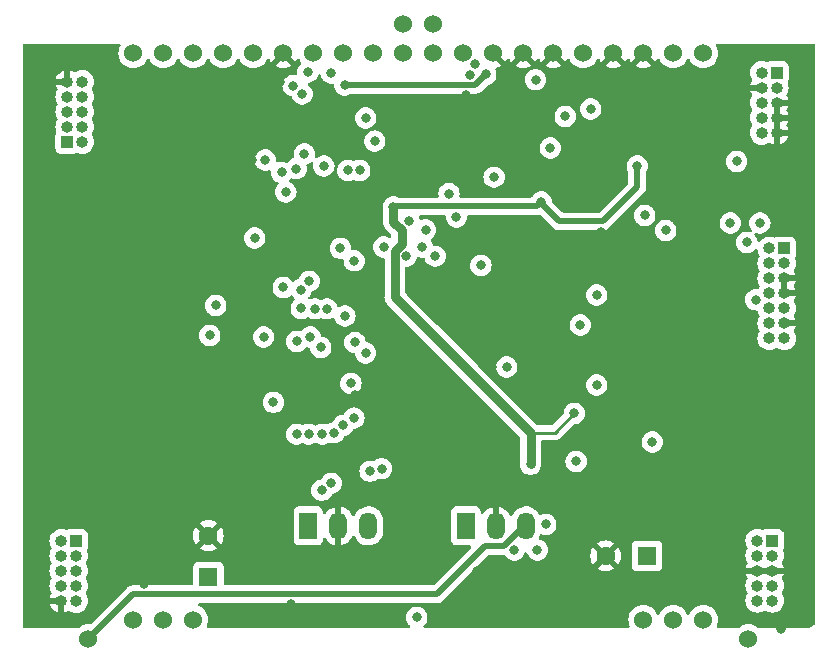
<source format=gbr>
%TF.GenerationSoftware,KiCad,Pcbnew,7.0.10*%
%TF.CreationDate,2025-03-26T19:51:21+01:00*%
%TF.ProjectId,DIC,4449432e-6b69-4636-9164-5f7063625858,rev?*%
%TF.SameCoordinates,Original*%
%TF.FileFunction,Copper,L3,Inr*%
%TF.FilePolarity,Positive*%
%FSLAX46Y46*%
G04 Gerber Fmt 4.6, Leading zero omitted, Abs format (unit mm)*
G04 Created by KiCad (PCBNEW 7.0.10) date 2025-03-26 19:51:21*
%MOMM*%
%LPD*%
G01*
G04 APERTURE LIST*
%TA.AperFunction,ComponentPad*%
%ADD10C,1.524000*%
%TD*%
%TA.AperFunction,ComponentPad*%
%ADD11R,1.600000X1.600000*%
%TD*%
%TA.AperFunction,ComponentPad*%
%ADD12C,1.600000*%
%TD*%
%TA.AperFunction,ComponentPad*%
%ADD13R,1.000000X1.000000*%
%TD*%
%TA.AperFunction,ComponentPad*%
%ADD14O,1.000000X1.000000*%
%TD*%
%TA.AperFunction,ComponentPad*%
%ADD15R,1.500000X2.300000*%
%TD*%
%TA.AperFunction,ComponentPad*%
%ADD16O,1.500000X2.300000*%
%TD*%
%TA.AperFunction,ViaPad*%
%ADD17C,0.800000*%
%TD*%
%TA.AperFunction,Conductor*%
%ADD18C,0.750000*%
%TD*%
%TA.AperFunction,Conductor*%
%ADD19C,0.500000*%
%TD*%
%TA.AperFunction,Conductor*%
%ADD20C,0.250000*%
%TD*%
G04 APERTURE END LIST*
D10*
%TO.N,unconnected-(U6-NC-Pad1)*%
%TO.C,U6*%
X21717000Y-61159000D03*
%TO.N,unconnected-(U6-NC-Pad2)*%
X24257000Y-61159000D03*
%TO.N,unconnected-(U6-NC-Pad3)*%
X26797000Y-61159000D03*
%TO.N,unconnected-(U6-NC-Pad18)*%
X64897000Y-61159000D03*
%TO.N,unconnected-(U6-NC-Pad19)*%
X67437000Y-61159000D03*
%TO.N,unconnected-(U6-NC-Pad20)*%
X69977000Y-61159000D03*
%TO.N,+12V*%
X69977000Y-13199000D03*
X67437000Y-13199000D03*
%TO.N,GND*%
X64897000Y-13199000D03*
X62357000Y-13199000D03*
%TO.N,+3.3V*%
X59817000Y-13199000D03*
%TO.N,GND*%
X57277000Y-13199000D03*
X54737000Y-13199000D03*
X52197000Y-13199000D03*
%TO.N,/nCS_Display*%
X49657000Y-13199000D03*
%TO.N,/nRES_Display*%
X47117000Y-13199000D03*
%TO.N,/D_nC_Display*%
X44577000Y-13199000D03*
%TO.N,/SPI1_SCK_Display*%
X42037000Y-13199000D03*
%TO.N,/SPI1_MOSI_Display*%
X39497000Y-13199000D03*
%TO.N,unconnected-(U6-D2-Pad34)*%
X36957000Y-13199000D03*
%TO.N,GND*%
X34417000Y-13199000D03*
%TO.N,Net-(U6-IREF)*%
X31877000Y-13199000D03*
%TO.N,Net-(C20-Pad2)*%
X29337000Y-13199000D03*
X26797000Y-13199000D03*
%TO.N,+12V*%
X24257000Y-13199000D03*
X21717000Y-13199000D03*
%TD*%
%TO.N,/SPI2_MOSI_RGBLED*%
%TO.C,U4*%
X44577000Y-10733000D03*
%TO.N,/SPI2_SCK_RGBLED*%
X47117000Y-10733000D03*
%TO.N,+5V*%
X17907000Y-62803000D03*
%TO.N,GND*%
X73787000Y-62803000D03*
%TD*%
D11*
%TO.N,+3.3V*%
%TO.C,C21*%
X28067000Y-57531000D03*
D12*
%TO.N,GND*%
X28067000Y-54031000D03*
%TD*%
D13*
%TO.N,unconnected-(JTAG1-Pin_1-Pad1)*%
%TO.C,JTAG1*%
X76835000Y-29718000D03*
D14*
%TO.N,unconnected-(JTAG1-Pin_2-Pad2)*%
X75565000Y-29718000D03*
%TO.N,+3.3V*%
X76835000Y-30988000D03*
%TO.N,JTMS{slash}SWDIO*%
X75565000Y-30988000D03*
%TO.N,GND*%
X76835000Y-32258000D03*
%TO.N,JCLK{slash}SWCLK*%
X75565000Y-32258000D03*
%TO.N,GND*%
X76835000Y-33528000D03*
%TO.N,JTDO{slash}SWO*%
X75565000Y-33528000D03*
%TO.N,unconnected-(JTAG1-Pin_9-Pad9)*%
X76835000Y-34798000D03*
%TO.N,JTDI{slash}NC*%
X75565000Y-34798000D03*
%TO.N,GND*%
X76835000Y-36068000D03*
%TO.N,Reset*%
X75565000Y-36068000D03*
%TO.N,T_VCP_RX*%
X76835000Y-37338000D03*
%TO.N,T_VCP_TX*%
X75565000Y-37338000D03*
%TD*%
D13*
%TO.N,+BATT*%
%TO.C,J3*%
X75819000Y-54473000D03*
D14*
X74549000Y-54473000D03*
%TO.N,+12V*%
X75819000Y-55743000D03*
X74549000Y-55743000D03*
%TO.N,GND*%
X75819000Y-57013000D03*
X74549000Y-57013000D03*
%TO.N,+3.3V*%
X75819000Y-58283000D03*
X74549000Y-58283000D03*
%TO.N,+5V*%
X75819000Y-59553000D03*
X74549000Y-59553000D03*
%TD*%
D13*
%TO.N,GPIO5_5VOut*%
%TO.C,J5*%
X16891000Y-54483000D03*
D14*
%TO.N,GPIO4_12VOut*%
X15621000Y-54483000D03*
%TO.N,GPIO6_12VOut*%
X16891000Y-55753000D03*
%TO.N,GPIO4_5VOut*%
X15621000Y-55753000D03*
%TO.N,GPIO6_5VOut*%
X16891000Y-57023000D03*
%TO.N,GPIO5_12VOut*%
X15621000Y-57023000D03*
%TO.N,GPIO6_In*%
X16891000Y-58293000D03*
%TO.N,GPIO4_In*%
X15621000Y-58293000D03*
%TO.N,GPIO5_In*%
X16891000Y-59563000D03*
%TO.N,GND*%
X15621000Y-59563000D03*
%TD*%
D15*
%TO.N,+BATT*%
%TO.C,U1*%
X49877000Y-53213000D03*
D16*
%TO.N,GND*%
X52417000Y-53213000D03*
%TO.N,+5V*%
X54957000Y-53213000D03*
%TD*%
D15*
%TO.N,+BATT*%
%TO.C,U5*%
X36542000Y-53213000D03*
D16*
%TO.N,GND*%
X39082000Y-53213000D03*
%TO.N,+3.3V*%
X41622000Y-53213000D03*
%TD*%
D13*
%TO.N,GPIO2_In*%
%TO.C,J4*%
X16129000Y-20701000D03*
D14*
%TO.N,GPIO2_5VOut*%
X17399000Y-20701000D03*
%TO.N,GPIO3_12VOut*%
X16129000Y-19431000D03*
%TO.N,GPIO2_12VOut*%
X17399000Y-19431000D03*
%TO.N,GPIO3_5VOut*%
X16129000Y-18161000D03*
%TO.N,GPIO1_In*%
X17399000Y-18161000D03*
%TO.N,GPIO3_In*%
X16129000Y-16891000D03*
%TO.N,GPIO1_5VOut*%
X17399000Y-16891000D03*
%TO.N,GND*%
X16129000Y-15621000D03*
%TO.N,GPIO1_12VOut*%
X17399000Y-15621000D03*
%TD*%
D13*
%TO.N,CAN1_N*%
%TO.C,J2*%
X76200000Y-14859000D03*
D14*
%TO.N,CAN1_P*%
X74930000Y-14859000D03*
%TO.N,Analog0_In*%
X76200000Y-16129000D03*
%TO.N,GND*%
X74930000Y-16129000D03*
X76200000Y-17399000D03*
%TO.N,Analog1_In*%
X74930000Y-17399000D03*
%TO.N,GND*%
X76200000Y-18669000D03*
%TO.N,Analog2_In*%
X74930000Y-18669000D03*
%TO.N,GND*%
X76200000Y-19939000D03*
%TO.N,Analog3_In*%
X74930000Y-19939000D03*
%TD*%
D11*
%TO.N,+BATT*%
%TO.C,C13*%
X65222000Y-55753000D03*
D12*
%TO.N,GND*%
X61722000Y-55753000D03*
%TD*%
D17*
%TO.N,GND*%
X68707000Y-45339000D03*
X50136531Y-25051000D03*
X68072000Y-17526000D03*
X78232000Y-46736000D03*
X50800000Y-57023000D03*
X34163000Y-15621000D03*
X55626000Y-30226000D03*
X63881000Y-40005000D03*
X25518744Y-31961280D03*
X25527000Y-54864000D03*
X76536232Y-61980268D03*
X61849000Y-53340000D03*
X18288000Y-29591000D03*
X52578000Y-20193000D03*
X30480000Y-19431000D03*
X35052000Y-59846000D03*
X67552250Y-21070250D03*
X59182000Y-31115000D03*
X16256000Y-26797000D03*
X63754000Y-35306000D03*
X29210000Y-51816000D03*
X22606000Y-58166000D03*
X61341000Y-28321000D03*
X38862000Y-57150000D03*
X24257000Y-56388000D03*
X72898000Y-49657000D03*
X72517000Y-14224000D03*
X25146000Y-28956000D03*
X25019000Y-26035000D03*
X20320000Y-49276000D03*
X31877000Y-43053000D03*
X22352000Y-48895000D03*
X28067000Y-21463000D03*
X58801000Y-56896000D03*
X40458804Y-42091194D03*
X24003000Y-47244000D03*
X57150000Y-49530000D03*
X14478000Y-24638000D03*
X76962000Y-52197000D03*
X29464000Y-24765000D03*
X54229000Y-60452000D03*
X76962000Y-28067000D03*
X67056000Y-37465000D03*
X31750000Y-22225000D03*
X33274000Y-56388000D03*
X25908000Y-17399000D03*
X52070000Y-39751000D03*
X66167000Y-50165000D03*
X75311000Y-24765000D03*
X49911000Y-16764000D03*
X59309000Y-25781000D03*
X57926747Y-40117253D03*
X46228000Y-57023000D03*
X38862000Y-25146000D03*
X69469000Y-41783000D03*
X61595000Y-39116000D03*
X51435000Y-27686000D03*
X68580000Y-32131000D03*
X49403000Y-31115000D03*
X29210000Y-32131000D03*
X32639000Y-41402000D03*
X51308000Y-17780000D03*
X28956000Y-39116000D03*
X66802000Y-58293000D03*
X30226000Y-50800000D03*
X61214000Y-47625000D03*
X25146000Y-46101000D03*
X67970400Y-54254400D03*
X46482000Y-21525000D03*
X36576000Y-43180000D03*
X71374000Y-37211000D03*
X59055000Y-54102000D03*
X73025000Y-16637000D03*
%TO.N,+3.3V*%
X57023000Y-21209000D03*
X42164000Y-20636000D03*
X39893997Y-23114000D03*
X51149551Y-31161078D03*
X40144616Y-41142777D03*
X65659000Y-46101000D03*
X32893000Y-22225000D03*
X59563000Y-36195000D03*
X60452000Y-17907000D03*
X52265153Y-23690153D03*
X45720000Y-60960000D03*
X33580000Y-42750500D03*
X66802000Y-28194000D03*
%TO.N,+BATT*%
X55932000Y-55245000D03*
X53982000Y-55245000D03*
%TO.N,+5V*%
X64389000Y-22733000D03*
X59055000Y-43688000D03*
X50165000Y-40132000D03*
X43746847Y-26199000D03*
X55361250Y-47995250D03*
X56261000Y-25781000D03*
%TO.N,Analog0_In*%
X74766000Y-27559000D03*
X72263000Y-27559000D03*
%TO.N,JCLK{slash}SWCLK*%
X41384467Y-38579766D03*
%TO.N,JTMS{slash}SWDIO*%
X40485915Y-37681213D03*
%TO.N,Reset*%
X73664653Y-29214653D03*
X28702000Y-34544000D03*
X28194000Y-37084000D03*
X74417347Y-34068000D03*
%TO.N,Analog3_In*%
X72808000Y-22355667D03*
%TO.N,+12V*%
X39624000Y-15875000D03*
X55793347Y-15438161D03*
X51562000Y-14986000D03*
%TO.N,ADC1*%
X35909186Y-33199174D03*
X47281000Y-30381413D03*
%TO.N,ADC2*%
X36615695Y-32491466D03*
X44843547Y-30351154D03*
%TO.N,ADC3*%
X32004000Y-28829000D03*
X48450500Y-25082500D03*
%TO.N,ADC0*%
X49082251Y-27058798D03*
X34417000Y-33020000D03*
%TO.N,/CAN_TX*%
X40426000Y-30771000D03*
X42924502Y-29601803D03*
%TO.N,GPIO3_In*%
X42746539Y-48370500D03*
X37677721Y-50195607D03*
%TO.N,GPIO3_5VOut*%
X41770172Y-48586632D03*
X38481000Y-49600000D03*
%TO.N,GPIO4_In*%
X35560000Y-37592000D03*
%TO.N,GPIO4_5VOut*%
X36559782Y-45450000D03*
%TO.N,GPIO4_12VOut*%
X35560000Y-45450000D03*
%TO.N,GPIO5_12VOut*%
X36703000Y-37211000D03*
%TO.N,GPIO5_5VOut*%
X37719000Y-45450000D03*
%TO.N,GPIO5_In*%
X37592000Y-38100000D03*
%TO.N,GPIO6_12VOut*%
X38711298Y-45326102D03*
%TO.N,GPIO6_5VOut*%
X39497000Y-44704000D03*
%TO.N,GPIO6_In*%
X40402885Y-44085885D03*
%TO.N,ADC1_NTC_CTRL*%
X60960000Y-41275000D03*
X37088653Y-34835000D03*
%TO.N,ADC0_NTC_CTRL*%
X60960000Y-33655000D03*
X38113168Y-34835791D03*
%TO.N,ADC1_CTRL*%
X46478089Y-28157000D03*
X39254399Y-29706601D03*
%TO.N,ADC2_NTC_CTRL*%
X35941000Y-34798000D03*
X56642000Y-53086000D03*
%TO.N,ADC2_CTRL*%
X53340000Y-39751000D03*
X59219000Y-47752000D03*
%TO.N,ADC0_CTRL*%
X45080347Y-27427347D03*
X32766000Y-37211000D03*
%TO.N,ADC3_NTC_CTRL*%
X65024000Y-26924000D03*
X39633306Y-35433000D03*
%TO.N,/SPI2_MOSI_RGBLED*%
X50267269Y-15010731D03*
X40894000Y-23114000D03*
%TO.N,/nCS_Display*%
X34634296Y-24931496D03*
%TO.N,/SPI1_SCK_Display*%
X35246918Y-15934082D03*
X38481000Y-14859000D03*
X34271466Y-23270328D03*
X36503195Y-14786195D03*
%TO.N,/D_nC_Display*%
X35500633Y-22963000D03*
%TO.N,/SPI1_MOSI_Display*%
X36015138Y-16637916D03*
X36205916Y-21712316D03*
%TO.N,/nRES_Display*%
X41402000Y-18669000D03*
%TO.N,/SPI2_SCK_RGBLED*%
X50678465Y-14099182D03*
X37852049Y-22739049D03*
%TO.N,ADC3_CTRL*%
X46179376Y-29607000D03*
X58293000Y-18542000D03*
%TD*%
D18*
%TO.N,+5V*%
X55361250Y-47995250D02*
X55361250Y-45328250D01*
D19*
X54826060Y-53213000D02*
X54957000Y-53213000D01*
X57785000Y-27432000D02*
X61468000Y-27432000D01*
X61468000Y-27432000D02*
X64389000Y-24511000D01*
D20*
X59055000Y-43688000D02*
X57414750Y-45328250D01*
D19*
X55880000Y-26162000D02*
X56261000Y-25781000D01*
D20*
X57414750Y-45328250D02*
X55361250Y-45328250D01*
D18*
X44439688Y-28165547D02*
X44439688Y-29376154D01*
D19*
X47420000Y-59006000D02*
X51528940Y-54897060D01*
X43783847Y-26162000D02*
X55880000Y-26162000D01*
D18*
X44439688Y-29376154D02*
X43868547Y-29947295D01*
D19*
X51528940Y-54897060D02*
X53142000Y-54897060D01*
X56261000Y-25781000D02*
X56261000Y-25908000D01*
X43746847Y-26199000D02*
X43783847Y-26162000D01*
X64389000Y-24511000D02*
X64389000Y-22733000D01*
X17907000Y-62803000D02*
X21704000Y-59006000D01*
D18*
X43868547Y-33835547D02*
X50165000Y-40132000D01*
D19*
X21704000Y-59006000D02*
X47420000Y-59006000D01*
D18*
X43746847Y-26199000D02*
X43746847Y-27472706D01*
X43868547Y-29947295D02*
X43868547Y-33835547D01*
D19*
X56261000Y-25908000D02*
X57785000Y-27432000D01*
D18*
X43746847Y-27472706D02*
X44439688Y-28165547D01*
D19*
X53142000Y-54897060D02*
X54826060Y-53213000D01*
D18*
X55361250Y-45328250D02*
X50165000Y-40132000D01*
D19*
%TO.N,+12V*%
X50687269Y-15860731D02*
X39638269Y-15860731D01*
X51562000Y-14986000D02*
X50687269Y-15860731D01*
X39638269Y-15860731D02*
X39624000Y-15875000D01*
%TD*%
%TA.AperFunction,Conductor*%
%TO.N,GND*%
G36*
X75533199Y-56847993D02*
G01*
X75494000Y-56955694D01*
X75494000Y-57070306D01*
X75533199Y-57178007D01*
X75604517Y-57263000D01*
X74763483Y-57263000D01*
X74834801Y-57178007D01*
X74874000Y-57070306D01*
X74874000Y-56955694D01*
X74834801Y-56847993D01*
X74763483Y-56763000D01*
X75604517Y-56763000D01*
X75533199Y-56847993D01*
G37*
%TD.AperFunction*%
%TA.AperFunction,Conductor*%
G36*
X20583460Y-12391893D02*
G01*
X20629241Y-12444675D01*
X20639219Y-12513828D01*
X20620979Y-12559964D01*
X20622172Y-12560653D01*
X20619465Y-12565340D01*
X20526107Y-12765548D01*
X20526104Y-12765554D01*
X20468930Y-12978929D01*
X20468929Y-12978937D01*
X20449677Y-13198997D01*
X20449677Y-13199002D01*
X20468929Y-13419062D01*
X20468930Y-13419070D01*
X20526104Y-13632445D01*
X20526105Y-13632447D01*
X20526106Y-13632450D01*
X20558830Y-13702627D01*
X20619466Y-13832662D01*
X20619468Y-13832666D01*
X20746170Y-14013615D01*
X20746175Y-14013621D01*
X20902378Y-14169824D01*
X20902384Y-14169829D01*
X21083333Y-14296531D01*
X21083335Y-14296532D01*
X21083338Y-14296534D01*
X21283550Y-14389894D01*
X21496932Y-14447070D01*
X21654123Y-14460822D01*
X21716998Y-14466323D01*
X21717000Y-14466323D01*
X21717002Y-14466323D01*
X21772017Y-14461509D01*
X21937068Y-14447070D01*
X22150450Y-14389894D01*
X22350662Y-14296534D01*
X22531620Y-14169826D01*
X22687826Y-14013620D01*
X22814534Y-13832662D01*
X22874618Y-13703811D01*
X22920790Y-13651371D01*
X22987983Y-13632219D01*
X23054865Y-13652435D01*
X23099382Y-13703811D01*
X23159464Y-13832658D01*
X23159468Y-13832666D01*
X23286170Y-14013615D01*
X23286175Y-14013621D01*
X23442378Y-14169824D01*
X23442384Y-14169829D01*
X23623333Y-14296531D01*
X23623335Y-14296532D01*
X23623338Y-14296534D01*
X23823550Y-14389894D01*
X24036932Y-14447070D01*
X24194123Y-14460822D01*
X24256998Y-14466323D01*
X24257000Y-14466323D01*
X24257002Y-14466323D01*
X24312017Y-14461509D01*
X24477068Y-14447070D01*
X24690450Y-14389894D01*
X24890662Y-14296534D01*
X25071620Y-14169826D01*
X25227826Y-14013620D01*
X25354534Y-13832662D01*
X25414618Y-13703811D01*
X25460790Y-13651371D01*
X25527983Y-13632219D01*
X25594865Y-13652435D01*
X25639382Y-13703811D01*
X25699464Y-13832658D01*
X25699468Y-13832666D01*
X25826170Y-14013615D01*
X25826175Y-14013621D01*
X25982378Y-14169824D01*
X25982384Y-14169829D01*
X26163333Y-14296531D01*
X26163335Y-14296532D01*
X26163338Y-14296534D01*
X26363550Y-14389894D01*
X26576932Y-14447070D01*
X26734123Y-14460822D01*
X26796998Y-14466323D01*
X26797000Y-14466323D01*
X26797002Y-14466323D01*
X26852017Y-14461509D01*
X27017068Y-14447070D01*
X27230450Y-14389894D01*
X27430662Y-14296534D01*
X27611620Y-14169826D01*
X27767826Y-14013620D01*
X27894534Y-13832662D01*
X27954618Y-13703811D01*
X28000790Y-13651371D01*
X28067983Y-13632219D01*
X28134865Y-13652435D01*
X28179382Y-13703811D01*
X28239464Y-13832658D01*
X28239468Y-13832666D01*
X28366170Y-14013615D01*
X28366175Y-14013621D01*
X28522378Y-14169824D01*
X28522384Y-14169829D01*
X28703333Y-14296531D01*
X28703335Y-14296532D01*
X28703338Y-14296534D01*
X28903550Y-14389894D01*
X29116932Y-14447070D01*
X29274123Y-14460822D01*
X29336998Y-14466323D01*
X29337000Y-14466323D01*
X29337002Y-14466323D01*
X29392017Y-14461509D01*
X29557068Y-14447070D01*
X29770450Y-14389894D01*
X29970662Y-14296534D01*
X30151620Y-14169826D01*
X30307826Y-14013620D01*
X30434534Y-13832662D01*
X30494618Y-13703811D01*
X30540790Y-13651371D01*
X30607983Y-13632219D01*
X30674865Y-13652435D01*
X30719382Y-13703811D01*
X30779464Y-13832658D01*
X30779468Y-13832666D01*
X30906170Y-14013615D01*
X30906175Y-14013621D01*
X31062378Y-14169824D01*
X31062384Y-14169829D01*
X31243333Y-14296531D01*
X31243335Y-14296532D01*
X31243338Y-14296534D01*
X31443550Y-14389894D01*
X31656932Y-14447070D01*
X31814123Y-14460822D01*
X31876998Y-14466323D01*
X31877000Y-14466323D01*
X31877002Y-14466323D01*
X31932017Y-14461509D01*
X32097068Y-14447070D01*
X32310450Y-14389894D01*
X32510662Y-14296534D01*
X32691620Y-14169826D01*
X32847826Y-14013620D01*
X32974534Y-13832662D01*
X33034894Y-13703218D01*
X33081066Y-13650779D01*
X33148259Y-13631627D01*
X33215141Y-13651843D01*
X33259658Y-13703219D01*
X33319898Y-13832405D01*
X33319901Y-13832411D01*
X33365258Y-13897187D01*
X33365258Y-13897188D01*
X34032096Y-13230350D01*
X34032051Y-13230898D01*
X34063266Y-13354162D01*
X34132813Y-13460612D01*
X34233157Y-13538713D01*
X34353422Y-13580000D01*
X34389553Y-13580000D01*
X33718810Y-14250740D01*
X33783590Y-14296099D01*
X33783592Y-14296100D01*
X33983715Y-14389419D01*
X33983729Y-14389424D01*
X34197013Y-14446573D01*
X34197023Y-14446575D01*
X34416999Y-14465821D01*
X34417001Y-14465821D01*
X34636976Y-14446575D01*
X34636986Y-14446573D01*
X34850270Y-14389424D01*
X34850284Y-14389419D01*
X35050407Y-14296100D01*
X35050417Y-14296094D01*
X35115188Y-14250741D01*
X34444448Y-13580000D01*
X34448569Y-13580000D01*
X34542421Y-13564339D01*
X34654251Y-13503820D01*
X34740371Y-13410269D01*
X34791448Y-13293823D01*
X34797105Y-13225552D01*
X35468741Y-13897188D01*
X35514094Y-13832417D01*
X35514095Y-13832416D01*
X35574340Y-13703219D01*
X35620512Y-13650780D01*
X35687706Y-13631627D01*
X35754587Y-13651842D01*
X35799105Y-13703218D01*
X35859466Y-13832662D01*
X35859469Y-13832666D01*
X35932586Y-13937090D01*
X35954913Y-14003296D01*
X35937903Y-14071064D01*
X35903902Y-14108527D01*
X35897325Y-14113305D01*
X35897318Y-14113311D01*
X35770661Y-14253980D01*
X35676016Y-14417910D01*
X35676013Y-14417917D01*
X35617522Y-14597935D01*
X35617521Y-14597939D01*
X35607567Y-14692652D01*
X35597735Y-14786195D01*
X35612344Y-14925194D01*
X35599774Y-14993924D01*
X35552042Y-15044947D01*
X35484302Y-15062065D01*
X35463243Y-15059445D01*
X35341564Y-15033582D01*
X35152272Y-15033582D01*
X35119815Y-15040480D01*
X34967115Y-15072937D01*
X34967110Y-15072939D01*
X34794188Y-15149930D01*
X34794183Y-15149933D01*
X34641047Y-15261193D01*
X34514384Y-15401867D01*
X34419739Y-15565797D01*
X34419736Y-15565804D01*
X34361688Y-15744458D01*
X34361244Y-15745826D01*
X34341458Y-15934082D01*
X34361244Y-16122338D01*
X34361245Y-16122341D01*
X34419736Y-16302359D01*
X34419739Y-16302366D01*
X34514385Y-16466298D01*
X34608046Y-16570319D01*
X34641047Y-16606970D01*
X34794183Y-16718230D01*
X34794188Y-16718233D01*
X34967115Y-16795226D01*
X35060683Y-16815114D01*
X35122161Y-16848305D01*
X35152830Y-16898085D01*
X35187956Y-17006194D01*
X35187959Y-17006200D01*
X35282605Y-17170132D01*
X35377686Y-17275730D01*
X35409267Y-17310804D01*
X35562403Y-17422064D01*
X35562408Y-17422067D01*
X35735330Y-17499058D01*
X35735335Y-17499060D01*
X35920492Y-17538416D01*
X35920493Y-17538416D01*
X36109782Y-17538416D01*
X36109784Y-17538416D01*
X36294941Y-17499060D01*
X36467868Y-17422067D01*
X36621009Y-17310804D01*
X36747671Y-17170132D01*
X36842317Y-17006200D01*
X36900812Y-16826172D01*
X36920598Y-16637916D01*
X36900812Y-16449660D01*
X36842317Y-16269632D01*
X36747671Y-16105700D01*
X36621009Y-15965028D01*
X36619584Y-15963993D01*
X36544699Y-15909586D01*
X36502033Y-15854257D01*
X36496054Y-15784643D01*
X36528659Y-15722848D01*
X36589498Y-15688491D01*
X36591804Y-15687978D01*
X36597840Y-15686695D01*
X36597841Y-15686695D01*
X36782998Y-15647339D01*
X36955925Y-15570346D01*
X37109066Y-15459083D01*
X37235728Y-15318411D01*
X37330374Y-15154479D01*
X37362338Y-15056103D01*
X37401775Y-14998428D01*
X37466133Y-14971229D01*
X37534980Y-14983143D01*
X37586456Y-15030387D01*
X37598200Y-15056103D01*
X37653818Y-15227277D01*
X37653821Y-15227284D01*
X37748467Y-15391216D01*
X37790737Y-15438161D01*
X37875129Y-15531888D01*
X38028265Y-15643148D01*
X38028270Y-15643151D01*
X38201192Y-15720142D01*
X38201197Y-15720144D01*
X38386354Y-15759500D01*
X38386355Y-15759500D01*
X38575643Y-15759500D01*
X38575646Y-15759500D01*
X38575648Y-15759499D01*
X38581644Y-15758869D01*
X38650374Y-15771435D01*
X38701401Y-15819164D01*
X38717933Y-15869227D01*
X38722175Y-15909586D01*
X38738326Y-16063256D01*
X38738327Y-16063259D01*
X38796818Y-16243277D01*
X38796821Y-16243284D01*
X38891467Y-16407216D01*
X38980655Y-16506269D01*
X39018129Y-16547888D01*
X39171265Y-16659148D01*
X39171270Y-16659151D01*
X39344192Y-16736142D01*
X39344197Y-16736144D01*
X39529354Y-16775500D01*
X39529355Y-16775500D01*
X39718644Y-16775500D01*
X39718646Y-16775500D01*
X39903803Y-16736144D01*
X40076730Y-16659151D01*
X40110092Y-16634911D01*
X40175899Y-16611433D01*
X40182977Y-16611231D01*
X50623564Y-16611231D01*
X50641534Y-16612540D01*
X50665292Y-16616020D01*
X50714638Y-16611702D01*
X50725445Y-16611231D01*
X50730973Y-16611231D01*
X50730978Y-16611231D01*
X50761825Y-16607624D01*
X50765299Y-16607270D01*
X50840066Y-16600730D01*
X50840074Y-16600727D01*
X50847135Y-16599270D01*
X50847147Y-16599329D01*
X50854512Y-16597696D01*
X50854498Y-16597637D01*
X50861518Y-16595972D01*
X50861524Y-16595972D01*
X50932048Y-16570303D01*
X50935386Y-16569143D01*
X51006603Y-16545545D01*
X51006611Y-16545539D01*
X51013151Y-16542491D01*
X51013177Y-16542547D01*
X51019959Y-16539263D01*
X51019932Y-16539209D01*
X51026382Y-16535969D01*
X51026386Y-16535968D01*
X51089106Y-16494715D01*
X51092001Y-16492871D01*
X51155925Y-16453443D01*
X51155931Y-16453436D01*
X51161594Y-16448960D01*
X51161631Y-16449008D01*
X51167473Y-16444249D01*
X51167433Y-16444202D01*
X51172955Y-16439566D01*
X51172965Y-16439561D01*
X51224455Y-16384983D01*
X51226902Y-16382464D01*
X51714770Y-15894595D01*
X51776091Y-15861112D01*
X51776427Y-15861039D01*
X51841803Y-15847144D01*
X52014730Y-15770151D01*
X52167871Y-15658888D01*
X52294533Y-15518216D01*
X52340753Y-15438161D01*
X54887887Y-15438161D01*
X54907673Y-15626417D01*
X54907674Y-15626420D01*
X54966165Y-15806438D01*
X54966168Y-15806445D01*
X55060814Y-15970377D01*
X55182660Y-16105700D01*
X55187476Y-16111049D01*
X55340612Y-16222309D01*
X55340617Y-16222312D01*
X55513539Y-16299303D01*
X55513544Y-16299305D01*
X55698701Y-16338661D01*
X55698702Y-16338661D01*
X55887991Y-16338661D01*
X55887993Y-16338661D01*
X56073150Y-16299305D01*
X56246077Y-16222312D01*
X56399218Y-16111049D01*
X56525880Y-15970377D01*
X56620526Y-15806445D01*
X56679021Y-15626417D01*
X56698807Y-15438161D01*
X56679021Y-15249905D01*
X56620526Y-15069877D01*
X56525880Y-14905945D01*
X56399218Y-14765273D01*
X56399217Y-14765272D01*
X56246081Y-14654012D01*
X56246076Y-14654009D01*
X56073154Y-14577018D01*
X56073149Y-14577016D01*
X55927348Y-14546026D01*
X55887993Y-14537661D01*
X55698701Y-14537661D01*
X55666244Y-14544559D01*
X55513544Y-14577016D01*
X55513539Y-14577018D01*
X55340617Y-14654009D01*
X55340612Y-14654012D01*
X55187476Y-14765272D01*
X55060813Y-14905946D01*
X54966168Y-15069876D01*
X54966165Y-15069883D01*
X54912102Y-15236273D01*
X54907673Y-15249905D01*
X54887887Y-15438161D01*
X52340753Y-15438161D01*
X52389179Y-15354284D01*
X52447674Y-15174256D01*
X52467460Y-14986000D01*
X52447674Y-14797744D01*
X52389179Y-14617716D01*
X52388134Y-14615906D01*
X52387848Y-14614728D01*
X52386538Y-14611786D01*
X52387076Y-14611546D01*
X52371659Y-14548010D01*
X52394508Y-14481982D01*
X52449427Y-14438789D01*
X52463426Y-14434129D01*
X52630270Y-14389424D01*
X52630284Y-14389419D01*
X52830407Y-14296100D01*
X52830417Y-14296094D01*
X52895188Y-14250741D01*
X52224447Y-13580000D01*
X52228569Y-13580000D01*
X52322421Y-13564339D01*
X52434251Y-13503820D01*
X52520371Y-13410269D01*
X52571448Y-13293823D01*
X52577105Y-13225552D01*
X53248741Y-13897188D01*
X53294094Y-13832417D01*
X53294100Y-13832407D01*
X53354618Y-13702627D01*
X53400790Y-13650187D01*
X53467983Y-13631035D01*
X53534865Y-13651251D01*
X53579382Y-13702627D01*
X53639898Y-13832405D01*
X53639901Y-13832411D01*
X53685258Y-13897187D01*
X53685258Y-13897188D01*
X54352096Y-13230350D01*
X54352051Y-13230898D01*
X54383266Y-13354162D01*
X54452813Y-13460612D01*
X54553157Y-13538713D01*
X54673422Y-13580000D01*
X54709553Y-13580000D01*
X54038810Y-14250740D01*
X54103590Y-14296099D01*
X54103592Y-14296100D01*
X54303715Y-14389419D01*
X54303729Y-14389424D01*
X54517013Y-14446573D01*
X54517023Y-14446575D01*
X54736999Y-14465821D01*
X54737001Y-14465821D01*
X54956976Y-14446575D01*
X54956986Y-14446573D01*
X55170270Y-14389424D01*
X55170284Y-14389419D01*
X55370407Y-14296100D01*
X55370417Y-14296094D01*
X55435188Y-14250741D01*
X54764448Y-13580000D01*
X54768569Y-13580000D01*
X54862421Y-13564339D01*
X54974251Y-13503820D01*
X55060371Y-13410269D01*
X55111448Y-13293823D01*
X55117105Y-13225552D01*
X55788741Y-13897188D01*
X55834094Y-13832417D01*
X55834100Y-13832407D01*
X55894618Y-13702627D01*
X55940790Y-13650187D01*
X56007983Y-13631035D01*
X56074865Y-13651251D01*
X56119382Y-13702627D01*
X56179898Y-13832405D01*
X56179901Y-13832411D01*
X56225258Y-13897187D01*
X56225258Y-13897188D01*
X56892096Y-13230350D01*
X56892051Y-13230898D01*
X56923266Y-13354162D01*
X56992813Y-13460612D01*
X57093157Y-13538713D01*
X57213422Y-13580000D01*
X57249553Y-13580000D01*
X56578810Y-14250740D01*
X56643590Y-14296099D01*
X56643592Y-14296100D01*
X56843715Y-14389419D01*
X56843729Y-14389424D01*
X57057013Y-14446573D01*
X57057023Y-14446575D01*
X57276999Y-14465821D01*
X57277001Y-14465821D01*
X57496976Y-14446575D01*
X57496986Y-14446573D01*
X57710270Y-14389424D01*
X57710284Y-14389419D01*
X57910407Y-14296100D01*
X57910417Y-14296094D01*
X57975188Y-14250741D01*
X57304448Y-13580000D01*
X57308569Y-13580000D01*
X57402421Y-13564339D01*
X57514251Y-13503820D01*
X57600371Y-13410269D01*
X57651448Y-13293823D01*
X57657105Y-13225552D01*
X58328741Y-13897188D01*
X58374094Y-13832417D01*
X58374095Y-13832416D01*
X58434340Y-13703219D01*
X58480512Y-13650780D01*
X58547706Y-13631627D01*
X58614587Y-13651842D01*
X58659105Y-13703218D01*
X58719466Y-13832662D01*
X58719468Y-13832666D01*
X58846170Y-14013615D01*
X58846175Y-14013621D01*
X59002378Y-14169824D01*
X59002384Y-14169829D01*
X59183333Y-14296531D01*
X59183335Y-14296532D01*
X59183338Y-14296534D01*
X59383550Y-14389894D01*
X59596932Y-14447070D01*
X59754123Y-14460822D01*
X59816998Y-14466323D01*
X59817000Y-14466323D01*
X59817002Y-14466323D01*
X59872017Y-14461509D01*
X60037068Y-14447070D01*
X60250450Y-14389894D01*
X60450662Y-14296534D01*
X60631620Y-14169826D01*
X60787826Y-14013620D01*
X60914534Y-13832662D01*
X60974894Y-13703218D01*
X61021066Y-13650779D01*
X61088259Y-13631627D01*
X61155141Y-13651843D01*
X61199658Y-13703219D01*
X61259898Y-13832405D01*
X61259901Y-13832411D01*
X61305258Y-13897187D01*
X61305258Y-13897188D01*
X61972096Y-13230350D01*
X61972051Y-13230898D01*
X62003266Y-13354162D01*
X62072813Y-13460612D01*
X62173157Y-13538713D01*
X62293422Y-13580000D01*
X62329553Y-13580000D01*
X61658810Y-14250740D01*
X61723590Y-14296099D01*
X61723592Y-14296100D01*
X61923715Y-14389419D01*
X61923729Y-14389424D01*
X62137013Y-14446573D01*
X62137023Y-14446575D01*
X62356999Y-14465821D01*
X62357001Y-14465821D01*
X62576976Y-14446575D01*
X62576986Y-14446573D01*
X62790270Y-14389424D01*
X62790284Y-14389419D01*
X62990407Y-14296100D01*
X62990417Y-14296094D01*
X63055188Y-14250741D01*
X62384448Y-13580000D01*
X62388569Y-13580000D01*
X62482421Y-13564339D01*
X62594251Y-13503820D01*
X62680371Y-13410269D01*
X62731448Y-13293823D01*
X62737105Y-13225552D01*
X63408741Y-13897188D01*
X63454094Y-13832417D01*
X63454100Y-13832407D01*
X63514618Y-13702627D01*
X63560790Y-13650187D01*
X63627983Y-13631035D01*
X63694865Y-13651251D01*
X63739382Y-13702627D01*
X63799898Y-13832405D01*
X63799901Y-13832411D01*
X63845258Y-13897187D01*
X63845258Y-13897188D01*
X64512096Y-13230350D01*
X64512051Y-13230898D01*
X64543266Y-13354162D01*
X64612813Y-13460612D01*
X64713157Y-13538713D01*
X64833422Y-13580000D01*
X64869553Y-13580000D01*
X64198810Y-14250740D01*
X64263590Y-14296099D01*
X64263592Y-14296100D01*
X64463715Y-14389419D01*
X64463729Y-14389424D01*
X64677013Y-14446573D01*
X64677023Y-14446575D01*
X64896999Y-14465821D01*
X64897001Y-14465821D01*
X65116976Y-14446575D01*
X65116986Y-14446573D01*
X65330270Y-14389424D01*
X65330284Y-14389419D01*
X65530407Y-14296100D01*
X65530417Y-14296094D01*
X65595188Y-14250741D01*
X64924448Y-13580000D01*
X64928569Y-13580000D01*
X65022421Y-13564339D01*
X65134251Y-13503820D01*
X65220371Y-13410269D01*
X65271448Y-13293823D01*
X65277105Y-13225552D01*
X65948741Y-13897188D01*
X65994094Y-13832417D01*
X65994095Y-13832416D01*
X66054340Y-13703219D01*
X66100512Y-13650780D01*
X66167706Y-13631627D01*
X66234587Y-13651842D01*
X66279105Y-13703218D01*
X66339466Y-13832662D01*
X66339468Y-13832666D01*
X66466170Y-14013615D01*
X66466175Y-14013621D01*
X66622378Y-14169824D01*
X66622384Y-14169829D01*
X66803333Y-14296531D01*
X66803335Y-14296532D01*
X66803338Y-14296534D01*
X67003550Y-14389894D01*
X67216932Y-14447070D01*
X67374123Y-14460822D01*
X67436998Y-14466323D01*
X67437000Y-14466323D01*
X67437002Y-14466323D01*
X67492017Y-14461509D01*
X67657068Y-14447070D01*
X67870450Y-14389894D01*
X68070662Y-14296534D01*
X68251620Y-14169826D01*
X68407826Y-14013620D01*
X68534534Y-13832662D01*
X68594618Y-13703811D01*
X68640790Y-13651371D01*
X68707983Y-13632219D01*
X68774865Y-13652435D01*
X68819382Y-13703811D01*
X68879464Y-13832658D01*
X68879468Y-13832666D01*
X69006170Y-14013615D01*
X69006175Y-14013621D01*
X69162378Y-14169824D01*
X69162384Y-14169829D01*
X69343333Y-14296531D01*
X69343335Y-14296532D01*
X69343338Y-14296534D01*
X69543550Y-14389894D01*
X69756932Y-14447070D01*
X69914123Y-14460822D01*
X69976998Y-14466323D01*
X69977000Y-14466323D01*
X69977002Y-14466323D01*
X70032017Y-14461509D01*
X70197068Y-14447070D01*
X70410450Y-14389894D01*
X70610662Y-14296534D01*
X70791620Y-14169826D01*
X70947826Y-14013620D01*
X71074534Y-13832662D01*
X71167894Y-13632450D01*
X71225070Y-13419068D01*
X71244323Y-13199000D01*
X71241532Y-13167102D01*
X71230748Y-13043838D01*
X71225070Y-12978932D01*
X71167894Y-12765550D01*
X71074534Y-12565339D01*
X71074530Y-12565333D01*
X71072893Y-12562497D01*
X71072550Y-12561084D01*
X71072246Y-12560433D01*
X71072377Y-12560371D01*
X71056423Y-12494596D01*
X71079277Y-12428570D01*
X71134199Y-12385381D01*
X71180282Y-12376500D01*
X79322000Y-12376500D01*
X79389039Y-12396185D01*
X79434794Y-12448989D01*
X79446000Y-12500500D01*
X79446000Y-61518796D01*
X79426315Y-61585835D01*
X79375083Y-61630859D01*
X78939764Y-61837063D01*
X78886681Y-61849000D01*
X74663873Y-61849000D01*
X74596834Y-61829315D01*
X74592749Y-61826575D01*
X74420409Y-61705900D01*
X74420407Y-61705899D01*
X74220284Y-61612580D01*
X74220270Y-61612575D01*
X74006986Y-61555426D01*
X74006976Y-61555424D01*
X73787001Y-61536179D01*
X73786999Y-61536179D01*
X73567023Y-61555424D01*
X73567013Y-61555426D01*
X73353729Y-61612575D01*
X73353720Y-61612579D01*
X73153591Y-61705900D01*
X73153589Y-61705901D01*
X72981249Y-61826575D01*
X72915043Y-61848902D01*
X72910126Y-61849000D01*
X71242904Y-61849000D01*
X71175865Y-61829315D01*
X71130110Y-61776511D01*
X71120166Y-61707353D01*
X71130522Y-61672596D01*
X71167891Y-61592456D01*
X71167894Y-61592450D01*
X71225070Y-61379068D01*
X71244323Y-61159000D01*
X71243383Y-61148259D01*
X71225070Y-60938937D01*
X71225070Y-60938932D01*
X71167894Y-60725550D01*
X71074534Y-60525339D01*
X70979004Y-60388907D01*
X70947827Y-60344381D01*
X70876974Y-60273528D01*
X70791620Y-60188174D01*
X70791616Y-60188171D01*
X70791615Y-60188170D01*
X70610666Y-60061468D01*
X70610662Y-60061466D01*
X70606446Y-60059500D01*
X70410450Y-59968106D01*
X70410447Y-59968105D01*
X70410445Y-59968104D01*
X70197070Y-59910930D01*
X70197062Y-59910929D01*
X69977002Y-59891677D01*
X69976998Y-59891677D01*
X69756937Y-59910929D01*
X69756929Y-59910930D01*
X69543554Y-59968104D01*
X69543548Y-59968107D01*
X69343340Y-60061465D01*
X69343338Y-60061466D01*
X69162377Y-60188175D01*
X69006175Y-60344377D01*
X68879466Y-60525338D01*
X68879465Y-60525340D01*
X68819382Y-60654189D01*
X68773209Y-60706628D01*
X68706016Y-60725780D01*
X68639135Y-60705564D01*
X68594618Y-60654189D01*
X68554586Y-60568341D01*
X68534534Y-60525339D01*
X68439004Y-60388907D01*
X68407827Y-60344381D01*
X68336974Y-60273528D01*
X68251620Y-60188174D01*
X68251616Y-60188171D01*
X68251615Y-60188170D01*
X68070666Y-60061468D01*
X68070662Y-60061466D01*
X68066446Y-60059500D01*
X67870450Y-59968106D01*
X67870447Y-59968105D01*
X67870445Y-59968104D01*
X67657070Y-59910930D01*
X67657062Y-59910929D01*
X67437002Y-59891677D01*
X67436998Y-59891677D01*
X67216937Y-59910929D01*
X67216929Y-59910930D01*
X67003554Y-59968104D01*
X67003548Y-59968107D01*
X66803340Y-60061465D01*
X66803338Y-60061466D01*
X66622377Y-60188175D01*
X66466175Y-60344377D01*
X66339466Y-60525338D01*
X66339465Y-60525340D01*
X66279382Y-60654189D01*
X66233209Y-60706628D01*
X66166016Y-60725780D01*
X66099135Y-60705564D01*
X66054618Y-60654189D01*
X66014586Y-60568341D01*
X65994534Y-60525339D01*
X65899004Y-60388907D01*
X65867827Y-60344381D01*
X65796974Y-60273528D01*
X65711620Y-60188174D01*
X65711616Y-60188171D01*
X65711615Y-60188170D01*
X65530666Y-60061468D01*
X65530662Y-60061466D01*
X65526446Y-60059500D01*
X65330450Y-59968106D01*
X65330447Y-59968105D01*
X65330445Y-59968104D01*
X65117070Y-59910930D01*
X65117062Y-59910929D01*
X64897002Y-59891677D01*
X64896998Y-59891677D01*
X64676937Y-59910929D01*
X64676929Y-59910930D01*
X64463554Y-59968104D01*
X64463548Y-59968107D01*
X64263340Y-60061465D01*
X64263338Y-60061466D01*
X64082377Y-60188175D01*
X63926175Y-60344377D01*
X63799466Y-60525338D01*
X63799465Y-60525340D01*
X63706107Y-60725548D01*
X63706104Y-60725554D01*
X63648930Y-60938929D01*
X63648929Y-60938937D01*
X63629677Y-61158997D01*
X63629677Y-61159002D01*
X63648929Y-61379062D01*
X63648930Y-61379070D01*
X63706104Y-61592445D01*
X63706108Y-61592456D01*
X63743478Y-61672596D01*
X63753970Y-61741673D01*
X63725450Y-61805457D01*
X63666973Y-61843696D01*
X63631096Y-61849000D01*
X46408885Y-61849000D01*
X46341846Y-61829315D01*
X46296091Y-61776511D01*
X46286147Y-61707353D01*
X46315172Y-61643797D01*
X46325817Y-61632947D01*
X46325868Y-61632889D01*
X46325871Y-61632888D01*
X46452533Y-61492216D01*
X46547179Y-61328284D01*
X46605674Y-61148256D01*
X46625460Y-60960000D01*
X46605674Y-60771744D01*
X46547179Y-60591716D01*
X46452533Y-60427784D01*
X46325871Y-60287112D01*
X46307663Y-60273883D01*
X46172734Y-60175851D01*
X46172729Y-60175848D01*
X45999807Y-60098857D01*
X45999802Y-60098855D01*
X45854001Y-60067865D01*
X45814646Y-60059500D01*
X45625354Y-60059500D01*
X45592897Y-60066398D01*
X45440197Y-60098855D01*
X45440192Y-60098857D01*
X45267270Y-60175848D01*
X45267265Y-60175851D01*
X45114129Y-60287111D01*
X44987466Y-60427785D01*
X44892821Y-60591715D01*
X44892818Y-60591722D01*
X44834327Y-60771740D01*
X44834326Y-60771744D01*
X44814540Y-60960000D01*
X44834326Y-61148256D01*
X44834327Y-61148259D01*
X44892818Y-61328277D01*
X44892821Y-61328284D01*
X44987467Y-61492216D01*
X45077724Y-61592456D01*
X45118478Y-61637718D01*
X45117582Y-61638524D01*
X45150735Y-61692333D01*
X45149406Y-61762190D01*
X45110521Y-61820240D01*
X45046425Y-61848051D01*
X45031115Y-61849000D01*
X28062904Y-61849000D01*
X27995865Y-61829315D01*
X27950110Y-61776511D01*
X27940166Y-61707353D01*
X27950522Y-61672596D01*
X27987891Y-61592456D01*
X27987894Y-61592450D01*
X28045070Y-61379068D01*
X28064323Y-61159000D01*
X28063383Y-61148259D01*
X28045070Y-60938937D01*
X28045070Y-60938932D01*
X27987894Y-60725550D01*
X27894534Y-60525339D01*
X27799004Y-60388907D01*
X27767827Y-60344381D01*
X27696974Y-60273528D01*
X27611620Y-60188174D01*
X27611616Y-60188171D01*
X27611615Y-60188170D01*
X27430666Y-60061468D01*
X27430662Y-60061466D01*
X27426446Y-60059500D01*
X27283581Y-59992881D01*
X27231143Y-59946710D01*
X27211991Y-59879516D01*
X27232207Y-59812635D01*
X27285372Y-59767301D01*
X27335987Y-59756500D01*
X47356295Y-59756500D01*
X47374265Y-59757809D01*
X47398023Y-59761289D01*
X47447369Y-59756971D01*
X47458176Y-59756500D01*
X47463704Y-59756500D01*
X47463709Y-59756500D01*
X47494556Y-59752893D01*
X47498030Y-59752539D01*
X47572797Y-59745999D01*
X47572805Y-59745996D01*
X47579866Y-59744539D01*
X47579878Y-59744598D01*
X47587243Y-59742965D01*
X47587229Y-59742906D01*
X47594249Y-59741241D01*
X47594255Y-59741241D01*
X47664779Y-59715572D01*
X47668117Y-59714412D01*
X47739334Y-59690814D01*
X47739342Y-59690808D01*
X47745882Y-59687760D01*
X47745908Y-59687816D01*
X47752690Y-59684532D01*
X47752663Y-59684478D01*
X47759113Y-59681238D01*
X47759117Y-59681237D01*
X47821837Y-59639984D01*
X47824732Y-59638140D01*
X47888656Y-59598712D01*
X47888662Y-59598705D01*
X47894325Y-59594229D01*
X47894362Y-59594277D01*
X47900204Y-59589518D01*
X47900164Y-59589471D01*
X47905686Y-59584835D01*
X47905696Y-59584830D01*
X47935725Y-59553000D01*
X73543659Y-59553000D01*
X73562975Y-59749129D01*
X73571182Y-59776185D01*
X73608179Y-59898147D01*
X73620188Y-59937733D01*
X73713086Y-60111532D01*
X73713090Y-60111539D01*
X73838116Y-60263883D01*
X73990460Y-60388909D01*
X73990467Y-60388913D01*
X74164266Y-60481811D01*
X74164269Y-60481811D01*
X74164273Y-60481814D01*
X74352868Y-60539024D01*
X74549000Y-60558341D01*
X74745132Y-60539024D01*
X74933727Y-60481814D01*
X75107538Y-60388910D01*
X75107544Y-60388904D01*
X75112607Y-60385523D01*
X75113703Y-60387164D01*
X75169639Y-60363405D01*
X75238507Y-60375194D01*
X75255148Y-60385888D01*
X75255393Y-60385523D01*
X75260458Y-60388907D01*
X75260462Y-60388910D01*
X75434273Y-60481814D01*
X75622868Y-60539024D01*
X75819000Y-60558341D01*
X76015132Y-60539024D01*
X76203727Y-60481814D01*
X76377538Y-60388910D01*
X76529883Y-60263883D01*
X76654910Y-60111538D01*
X76742568Y-59947541D01*
X76747811Y-59937733D01*
X76747811Y-59937732D01*
X76747814Y-59937727D01*
X76805024Y-59749132D01*
X76824341Y-59553000D01*
X76805024Y-59356868D01*
X76747814Y-59168273D01*
X76654910Y-58994462D01*
X76654907Y-58994458D01*
X76651523Y-58989393D01*
X76653164Y-58988296D01*
X76629405Y-58932361D01*
X76641194Y-58863493D01*
X76651888Y-58846851D01*
X76651523Y-58846607D01*
X76654904Y-58841544D01*
X76654910Y-58841538D01*
X76747814Y-58667727D01*
X76805024Y-58479132D01*
X76824341Y-58283000D01*
X76805024Y-58086868D01*
X76747814Y-57898273D01*
X76654910Y-57724462D01*
X76654906Y-57724457D01*
X76651526Y-57719399D01*
X76653044Y-57718384D01*
X76629081Y-57661962D01*
X76640872Y-57593094D01*
X76651492Y-57576574D01*
X76651111Y-57576320D01*
X76654497Y-57571252D01*
X76747347Y-57397541D01*
X76788160Y-57263000D01*
X76033483Y-57263000D01*
X76104801Y-57178007D01*
X76144000Y-57070306D01*
X76144000Y-56955694D01*
X76104801Y-56847993D01*
X76033483Y-56763000D01*
X76788160Y-56763000D01*
X76788160Y-56762999D01*
X76747347Y-56628458D01*
X76654496Y-56454746D01*
X76651110Y-56449678D01*
X76652784Y-56448559D01*
X76629081Y-56392746D01*
X76640874Y-56323879D01*
X76651839Y-56306818D01*
X76651523Y-56306607D01*
X76654904Y-56301544D01*
X76654910Y-56301538D01*
X76747814Y-56127727D01*
X76805024Y-55939132D01*
X76824341Y-55743000D01*
X76805024Y-55546868D01*
X76747814Y-55358273D01*
X76746677Y-55356146D01*
X76746418Y-55354904D01*
X76745483Y-55352645D01*
X76745911Y-55352467D01*
X76732435Y-55287746D01*
X76756771Y-55223379D01*
X76762796Y-55215331D01*
X76813091Y-55080483D01*
X76819500Y-55020873D01*
X76819499Y-53925128D01*
X76813091Y-53865517D01*
X76774525Y-53762117D01*
X76762797Y-53730671D01*
X76762793Y-53730664D01*
X76676547Y-53615455D01*
X76676544Y-53615452D01*
X76561335Y-53529206D01*
X76561328Y-53529202D01*
X76426482Y-53478908D01*
X76426483Y-53478908D01*
X76366883Y-53472501D01*
X76366881Y-53472500D01*
X76366873Y-53472500D01*
X76366864Y-53472500D01*
X75271129Y-53472500D01*
X75271123Y-53472501D01*
X75211516Y-53478908D01*
X75076671Y-53529202D01*
X75076666Y-53529205D01*
X75068614Y-53535233D01*
X75003149Y-53559648D01*
X74939530Y-53546104D01*
X74939359Y-53546518D01*
X74937123Y-53545592D01*
X74935850Y-53545321D01*
X74935685Y-53545233D01*
X74933727Y-53544186D01*
X74745132Y-53486976D01*
X74745129Y-53486975D01*
X74549000Y-53467659D01*
X74352870Y-53486975D01*
X74164266Y-53544188D01*
X73990467Y-53637086D01*
X73990460Y-53637090D01*
X73838116Y-53762116D01*
X73713090Y-53914460D01*
X73713086Y-53914467D01*
X73620188Y-54088266D01*
X73562975Y-54276870D01*
X73543659Y-54473000D01*
X73562975Y-54669129D01*
X73566009Y-54679132D01*
X73620155Y-54857626D01*
X73620188Y-54857733D01*
X73713086Y-55031532D01*
X73716473Y-55036601D01*
X73714836Y-55037694D01*
X73738596Y-55093663D01*
X73726795Y-55162529D01*
X73716109Y-55179156D01*
X73716473Y-55179399D01*
X73713086Y-55184467D01*
X73620188Y-55358266D01*
X73562975Y-55546870D01*
X73543659Y-55743000D01*
X73562975Y-55939129D01*
X73620188Y-56127733D01*
X73713086Y-56301532D01*
X73716473Y-56306601D01*
X73714955Y-56307615D01*
X73738918Y-56364042D01*
X73727124Y-56432909D01*
X73716515Y-56449420D01*
X73716893Y-56449673D01*
X73713505Y-56454742D01*
X73620652Y-56628458D01*
X73579839Y-56762999D01*
X73579840Y-56763000D01*
X74334517Y-56763000D01*
X74263199Y-56847993D01*
X74224000Y-56955694D01*
X74224000Y-57070306D01*
X74263199Y-57178007D01*
X74334517Y-57263000D01*
X73579840Y-57263000D01*
X73620652Y-57397541D01*
X73713503Y-57571253D01*
X73716890Y-57576322D01*
X73715215Y-57577440D01*
X73738918Y-57633259D01*
X73727123Y-57702125D01*
X73716158Y-57719188D01*
X73716473Y-57719399D01*
X73713086Y-57724467D01*
X73620188Y-57898266D01*
X73562975Y-58086870D01*
X73543659Y-58283000D01*
X73562975Y-58479129D01*
X73620188Y-58667733D01*
X73713086Y-58841532D01*
X73716473Y-58846601D01*
X73714836Y-58847694D01*
X73738596Y-58903663D01*
X73726795Y-58972529D01*
X73716109Y-58989156D01*
X73716473Y-58989399D01*
X73713086Y-58994467D01*
X73620188Y-59168266D01*
X73562975Y-59356870D01*
X73543659Y-59553000D01*
X47935725Y-59553000D01*
X47957185Y-59530253D01*
X47959632Y-59527734D01*
X51803488Y-55683879D01*
X51864811Y-55650394D01*
X51891169Y-55647560D01*
X53078293Y-55647560D01*
X53096264Y-55648869D01*
X53123273Y-55652825D01*
X53186751Y-55682017D01*
X53212689Y-55713515D01*
X53249467Y-55777216D01*
X53376129Y-55917888D01*
X53529265Y-56029148D01*
X53529270Y-56029151D01*
X53702192Y-56106142D01*
X53702197Y-56106144D01*
X53887354Y-56145500D01*
X53887355Y-56145500D01*
X54076644Y-56145500D01*
X54076646Y-56145500D01*
X54261803Y-56106144D01*
X54434730Y-56029151D01*
X54587871Y-55917888D01*
X54714533Y-55777216D01*
X54809179Y-55613284D01*
X54830759Y-55546868D01*
X54839069Y-55521293D01*
X54878506Y-55463617D01*
X54942865Y-55436419D01*
X55011711Y-55448334D01*
X55063187Y-55495578D01*
X55074931Y-55521293D01*
X55104818Y-55613278D01*
X55104821Y-55613284D01*
X55199467Y-55777216D01*
X55290347Y-55878148D01*
X55326129Y-55917888D01*
X55479265Y-56029148D01*
X55479270Y-56029151D01*
X55652192Y-56106142D01*
X55652197Y-56106144D01*
X55837354Y-56145500D01*
X55837355Y-56145500D01*
X56026644Y-56145500D01*
X56026646Y-56145500D01*
X56211803Y-56106144D01*
X56384730Y-56029151D01*
X56537871Y-55917888D01*
X56664533Y-55777216D01*
X56678513Y-55753002D01*
X60417034Y-55753002D01*
X60436858Y-55979599D01*
X60436860Y-55979610D01*
X60495730Y-56199317D01*
X60495735Y-56199331D01*
X60591863Y-56405478D01*
X60642974Y-56478472D01*
X61324046Y-55797400D01*
X61336835Y-55878148D01*
X61394359Y-55991045D01*
X61483955Y-56080641D01*
X61596852Y-56138165D01*
X61677599Y-56150953D01*
X60996526Y-56832025D01*
X61069513Y-56883132D01*
X61069521Y-56883136D01*
X61275668Y-56979264D01*
X61275682Y-56979269D01*
X61495389Y-57038139D01*
X61495400Y-57038141D01*
X61721998Y-57057966D01*
X61722002Y-57057966D01*
X61948599Y-57038141D01*
X61948610Y-57038139D01*
X62168317Y-56979269D01*
X62168331Y-56979264D01*
X62374478Y-56883136D01*
X62447471Y-56832024D01*
X62216317Y-56600870D01*
X63921500Y-56600870D01*
X63921501Y-56600876D01*
X63927908Y-56660483D01*
X63978202Y-56795328D01*
X63978206Y-56795335D01*
X64064452Y-56910544D01*
X64064455Y-56910547D01*
X64179664Y-56996793D01*
X64179671Y-56996797D01*
X64314517Y-57047091D01*
X64314516Y-57047091D01*
X64321444Y-57047835D01*
X64374127Y-57053500D01*
X66069872Y-57053499D01*
X66129483Y-57047091D01*
X66264331Y-56996796D01*
X66379546Y-56910546D01*
X66465796Y-56795331D01*
X66516091Y-56660483D01*
X66522500Y-56600873D01*
X66522499Y-54905128D01*
X66516091Y-54845517D01*
X66512942Y-54837075D01*
X66465797Y-54710671D01*
X66465793Y-54710664D01*
X66379547Y-54595455D01*
X66379544Y-54595452D01*
X66264335Y-54509206D01*
X66264328Y-54509202D01*
X66129482Y-54458908D01*
X66129483Y-54458908D01*
X66069883Y-54452501D01*
X66069881Y-54452500D01*
X66069873Y-54452500D01*
X66069864Y-54452500D01*
X64374129Y-54452500D01*
X64374123Y-54452501D01*
X64314516Y-54458908D01*
X64179671Y-54509202D01*
X64179664Y-54509206D01*
X64064455Y-54595452D01*
X64064452Y-54595455D01*
X63978206Y-54710664D01*
X63978202Y-54710671D01*
X63927908Y-54845517D01*
X63923859Y-54883184D01*
X63921501Y-54905123D01*
X63921500Y-54905135D01*
X63921500Y-56600870D01*
X62216317Y-56600870D01*
X61766400Y-56150953D01*
X61847148Y-56138165D01*
X61960045Y-56080641D01*
X62049641Y-55991045D01*
X62107165Y-55878148D01*
X62119953Y-55797400D01*
X62801024Y-56478471D01*
X62852136Y-56405478D01*
X62948264Y-56199331D01*
X62948269Y-56199317D01*
X63007139Y-55979610D01*
X63007141Y-55979599D01*
X63026966Y-55753002D01*
X63026966Y-55752997D01*
X63007141Y-55526400D01*
X63007139Y-55526389D01*
X62948269Y-55306682D01*
X62948264Y-55306668D01*
X62852136Y-55100521D01*
X62852132Y-55100513D01*
X62801025Y-55027526D01*
X62119953Y-55708598D01*
X62107165Y-55627852D01*
X62049641Y-55514955D01*
X61960045Y-55425359D01*
X61847148Y-55367835D01*
X61766401Y-55355046D01*
X62447472Y-54673974D01*
X62374478Y-54622863D01*
X62168331Y-54526735D01*
X62168317Y-54526730D01*
X61948610Y-54467860D01*
X61948599Y-54467858D01*
X61722002Y-54448034D01*
X61721998Y-54448034D01*
X61495400Y-54467858D01*
X61495389Y-54467860D01*
X61275682Y-54526730D01*
X61275673Y-54526734D01*
X61069516Y-54622866D01*
X61069512Y-54622868D01*
X60996526Y-54673973D01*
X60996526Y-54673974D01*
X61677599Y-55355046D01*
X61596852Y-55367835D01*
X61483955Y-55425359D01*
X61394359Y-55514955D01*
X61336835Y-55627852D01*
X61324046Y-55708598D01*
X60642974Y-55027526D01*
X60642973Y-55027526D01*
X60591868Y-55100512D01*
X60591866Y-55100516D01*
X60495734Y-55306673D01*
X60495730Y-55306682D01*
X60436860Y-55526389D01*
X60436858Y-55526400D01*
X60417034Y-55752997D01*
X60417034Y-55753002D01*
X56678513Y-55753002D01*
X56759179Y-55613284D01*
X56817674Y-55433256D01*
X56837460Y-55245000D01*
X56817674Y-55056744D01*
X56759179Y-54876716D01*
X56664533Y-54712784D01*
X56537871Y-54572112D01*
X56475415Y-54526735D01*
X56384734Y-54460851D01*
X56384729Y-54460848D01*
X56211807Y-54383857D01*
X56211803Y-54383856D01*
X56151874Y-54371117D01*
X56090392Y-54337924D01*
X56056616Y-54276760D01*
X56061270Y-54207046D01*
X56071205Y-54186232D01*
X56088215Y-54157764D01*
X56148912Y-53996034D01*
X56190897Y-53940188D01*
X56256411Y-53915904D01*
X56315441Y-53926327D01*
X56335209Y-53935128D01*
X56362197Y-53947144D01*
X56547354Y-53986500D01*
X56547355Y-53986500D01*
X56736644Y-53986500D01*
X56736646Y-53986500D01*
X56921803Y-53947144D01*
X57094730Y-53870151D01*
X57247871Y-53758888D01*
X57374533Y-53618216D01*
X57469179Y-53454284D01*
X57527674Y-53274256D01*
X57547460Y-53086000D01*
X57527674Y-52897744D01*
X57469179Y-52717716D01*
X57374533Y-52553784D01*
X57247871Y-52413112D01*
X57220035Y-52392888D01*
X57094734Y-52301851D01*
X57094729Y-52301848D01*
X56921807Y-52224857D01*
X56921802Y-52224855D01*
X56776001Y-52193865D01*
X56736646Y-52185500D01*
X56547354Y-52185500D01*
X56514897Y-52192398D01*
X56362197Y-52224855D01*
X56362192Y-52224857D01*
X56224707Y-52286071D01*
X56155457Y-52295356D01*
X56092180Y-52265728D01*
X56062551Y-52226593D01*
X56034829Y-52169027D01*
X56001846Y-52123630D01*
X55902526Y-51986927D01*
X55902525Y-51986925D01*
X55739823Y-51831366D01*
X55551966Y-51707363D01*
X55344995Y-51618899D01*
X55344982Y-51618895D01*
X55125542Y-51568810D01*
X55125538Y-51568809D01*
X55125537Y-51568809D01*
X55125536Y-51568808D01*
X55125531Y-51568808D01*
X54900674Y-51558710D01*
X54900673Y-51558710D01*
X54900670Y-51558710D01*
X54677613Y-51588925D01*
X54677610Y-51588925D01*
X54677609Y-51588926D01*
X54463534Y-51658483D01*
X54265321Y-51765146D01*
X54265318Y-51765148D01*
X54089336Y-51905489D01*
X53993541Y-52015135D01*
X53941235Y-52075004D01*
X53912183Y-52123630D01*
X53825787Y-52268231D01*
X53803449Y-52327750D01*
X53761463Y-52383597D01*
X53695948Y-52407880D01*
X53627706Y-52392888D01*
X53578402Y-52343381D01*
X53575636Y-52337979D01*
X53494401Y-52169290D01*
X53494397Y-52169283D01*
X53362148Y-51987258D01*
X53362142Y-51987250D01*
X53199513Y-51831762D01*
X53011733Y-51707808D01*
X52804830Y-51619375D01*
X52804823Y-51619373D01*
X52667000Y-51587915D01*
X52667000Y-52777498D01*
X52559315Y-52728320D01*
X52452763Y-52713000D01*
X52381237Y-52713000D01*
X52274685Y-52728320D01*
X52167000Y-52777498D01*
X52167000Y-51585449D01*
X52166999Y-51585449D01*
X52137721Y-51589415D01*
X51923731Y-51658945D01*
X51725598Y-51765565D01*
X51725595Y-51765567D01*
X51549679Y-51905854D01*
X51401647Y-52075292D01*
X51401640Y-52075300D01*
X51357946Y-52148433D01*
X51306663Y-52195887D01*
X51237866Y-52208081D01*
X51173397Y-52181146D01*
X51133725Y-52123631D01*
X51127499Y-52084833D01*
X51127499Y-52015129D01*
X51127498Y-52015123D01*
X51127497Y-52015116D01*
X51121091Y-51955517D01*
X51074933Y-51831762D01*
X51070797Y-51820671D01*
X51070793Y-51820664D01*
X50984547Y-51705455D01*
X50984544Y-51705452D01*
X50869335Y-51619206D01*
X50869328Y-51619202D01*
X50734482Y-51568908D01*
X50734483Y-51568908D01*
X50674883Y-51562501D01*
X50674881Y-51562500D01*
X50674873Y-51562500D01*
X50674864Y-51562500D01*
X49079129Y-51562500D01*
X49079123Y-51562501D01*
X49019516Y-51568908D01*
X48884671Y-51619202D01*
X48884664Y-51619206D01*
X48769455Y-51705452D01*
X48769452Y-51705455D01*
X48683206Y-51820664D01*
X48683202Y-51820671D01*
X48632908Y-51955517D01*
X48629497Y-51987250D01*
X48626501Y-52015123D01*
X48626500Y-52015135D01*
X48626500Y-54410870D01*
X48626501Y-54410876D01*
X48632908Y-54470483D01*
X48683202Y-54605328D01*
X48683206Y-54605335D01*
X48769452Y-54720544D01*
X48769455Y-54720547D01*
X48884664Y-54806793D01*
X48884671Y-54806797D01*
X49019517Y-54857091D01*
X49019516Y-54857091D01*
X49024493Y-54857626D01*
X49079127Y-54863500D01*
X50201770Y-54863499D01*
X50268809Y-54883184D01*
X50314564Y-54935987D01*
X50324508Y-55005146D01*
X50295483Y-55068702D01*
X50289451Y-55075180D01*
X47145451Y-58219181D01*
X47084128Y-58252666D01*
X47057770Y-58255500D01*
X29491500Y-58255500D01*
X29424461Y-58235815D01*
X29378706Y-58183011D01*
X29367500Y-58131500D01*
X29367499Y-56683129D01*
X29367498Y-56683123D01*
X29367497Y-56683116D01*
X29361091Y-56623517D01*
X29352646Y-56600876D01*
X29310797Y-56488671D01*
X29310793Y-56488664D01*
X29224547Y-56373455D01*
X29224544Y-56373452D01*
X29109335Y-56287206D01*
X29109328Y-56287202D01*
X28974482Y-56236908D01*
X28974483Y-56236908D01*
X28914883Y-56230501D01*
X28914881Y-56230500D01*
X28914873Y-56230500D01*
X28914864Y-56230500D01*
X27219129Y-56230500D01*
X27219123Y-56230501D01*
X27159516Y-56236908D01*
X27024671Y-56287202D01*
X27024664Y-56287206D01*
X26909455Y-56373452D01*
X26909452Y-56373455D01*
X26823206Y-56488664D01*
X26823202Y-56488671D01*
X26772908Y-56623517D01*
X26767716Y-56671814D01*
X26766500Y-56683127D01*
X26766500Y-57447090D01*
X26766501Y-58131500D01*
X26746816Y-58198539D01*
X26694013Y-58244294D01*
X26642501Y-58255500D01*
X21767705Y-58255500D01*
X21749735Y-58254191D01*
X21725972Y-58250710D01*
X21678843Y-58254834D01*
X21676630Y-58255028D01*
X21665824Y-58255500D01*
X21660284Y-58255500D01*
X21629501Y-58259098D01*
X21625916Y-58259464D01*
X21551199Y-58266001D01*
X21544132Y-58267460D01*
X21544120Y-58267404D01*
X21536763Y-58269035D01*
X21536777Y-58269092D01*
X21529740Y-58270760D01*
X21459231Y-58296421D01*
X21455854Y-58297595D01*
X21416848Y-58310521D01*
X21384668Y-58321185D01*
X21378126Y-58324236D01*
X21378101Y-58324183D01*
X21371308Y-58327471D01*
X21371334Y-58327523D01*
X21364880Y-58330764D01*
X21302221Y-58371975D01*
X21299181Y-58373912D01*
X21235348Y-58413285D01*
X21229683Y-58417765D01*
X21229647Y-58417719D01*
X21223798Y-58422484D01*
X21223835Y-58422528D01*
X21218310Y-58427164D01*
X21166832Y-58481726D01*
X21164320Y-58484311D01*
X18137272Y-61511358D01*
X18075949Y-61544843D01*
X18038785Y-61547205D01*
X17907003Y-61535677D01*
X17906998Y-61535677D01*
X17686937Y-61554929D01*
X17686929Y-61554930D01*
X17473554Y-61612104D01*
X17473548Y-61612107D01*
X17273340Y-61705465D01*
X17273338Y-61705466D01*
X17100376Y-61826575D01*
X17034170Y-61848902D01*
X17029253Y-61849000D01*
X12499141Y-61849000D01*
X12432102Y-61829315D01*
X12386347Y-61776511D01*
X12375141Y-61724961D01*
X12375749Y-59813000D01*
X14651840Y-59813000D01*
X14692652Y-59947541D01*
X14785503Y-60121253D01*
X14785507Y-60121260D01*
X14910471Y-60273528D01*
X15062739Y-60398491D01*
X15236465Y-60491349D01*
X15371000Y-60532159D01*
X15371000Y-59813000D01*
X14651840Y-59813000D01*
X12375749Y-59813000D01*
X12376233Y-58293000D01*
X14615659Y-58293000D01*
X14634975Y-58489129D01*
X14634976Y-58489132D01*
X14689154Y-58667733D01*
X14692188Y-58677733D01*
X14785086Y-58851532D01*
X14788473Y-58856601D01*
X14786955Y-58857615D01*
X14810918Y-58914042D01*
X14799124Y-58982909D01*
X14788515Y-58999420D01*
X14788893Y-58999673D01*
X14785505Y-59004742D01*
X14692652Y-59178458D01*
X14651839Y-59312999D01*
X14651840Y-59313000D01*
X15406517Y-59313000D01*
X15335199Y-59397993D01*
X15296000Y-59505694D01*
X15296000Y-59620306D01*
X15335199Y-59728007D01*
X15408871Y-59815805D01*
X15508129Y-59873112D01*
X15592564Y-59888000D01*
X15649436Y-59888000D01*
X15733871Y-59873112D01*
X15833129Y-59815805D01*
X15871000Y-59770672D01*
X15871000Y-60532159D01*
X16005534Y-60491349D01*
X16179259Y-60398492D01*
X16184320Y-60395111D01*
X16185444Y-60396793D01*
X16241203Y-60373086D01*
X16310075Y-60384851D01*
X16327186Y-60395843D01*
X16327399Y-60395526D01*
X16332457Y-60398906D01*
X16332462Y-60398910D01*
X16470594Y-60472743D01*
X16487560Y-60481812D01*
X16506273Y-60491814D01*
X16694868Y-60549024D01*
X16891000Y-60568341D01*
X17087132Y-60549024D01*
X17275727Y-60491814D01*
X17294440Y-60481812D01*
X17395517Y-60427785D01*
X17449538Y-60398910D01*
X17601883Y-60273883D01*
X17726910Y-60121538D01*
X17819814Y-59947727D01*
X17877024Y-59759132D01*
X17896341Y-59563000D01*
X17877024Y-59366868D01*
X17819814Y-59178273D01*
X17726910Y-59004462D01*
X17726907Y-59004458D01*
X17723523Y-58999393D01*
X17725164Y-58998296D01*
X17701405Y-58942361D01*
X17713194Y-58873493D01*
X17723888Y-58856851D01*
X17723523Y-58856607D01*
X17726904Y-58851544D01*
X17726910Y-58851538D01*
X17819814Y-58677727D01*
X17877024Y-58489132D01*
X17896341Y-58293000D01*
X17877024Y-58096868D01*
X17819814Y-57908273D01*
X17726910Y-57734462D01*
X17726907Y-57734458D01*
X17723523Y-57729393D01*
X17725164Y-57728296D01*
X17701405Y-57672361D01*
X17713194Y-57603493D01*
X17723888Y-57586851D01*
X17723523Y-57586607D01*
X17726904Y-57581544D01*
X17726910Y-57581538D01*
X17819814Y-57407727D01*
X17877024Y-57219132D01*
X17896341Y-57023000D01*
X17877024Y-56826868D01*
X17819814Y-56638273D01*
X17726910Y-56464462D01*
X17726907Y-56464458D01*
X17723523Y-56459393D01*
X17725164Y-56458296D01*
X17701405Y-56402361D01*
X17713194Y-56333493D01*
X17723888Y-56316851D01*
X17723523Y-56316607D01*
X17726904Y-56311544D01*
X17726910Y-56311538D01*
X17819814Y-56137727D01*
X17877024Y-55949132D01*
X17896341Y-55753000D01*
X17877024Y-55556868D01*
X17819814Y-55368273D01*
X17818677Y-55366146D01*
X17818418Y-55364904D01*
X17817483Y-55362645D01*
X17817911Y-55362467D01*
X17804435Y-55297746D01*
X17828771Y-55233379D01*
X17834796Y-55225331D01*
X17885091Y-55090483D01*
X17891500Y-55030873D01*
X17891499Y-54031002D01*
X26762034Y-54031002D01*
X26781858Y-54257599D01*
X26781860Y-54257610D01*
X26840730Y-54477317D01*
X26840735Y-54477331D01*
X26936863Y-54683478D01*
X26987974Y-54756472D01*
X27669046Y-54075400D01*
X27681835Y-54156148D01*
X27739359Y-54269045D01*
X27828955Y-54358641D01*
X27941852Y-54416165D01*
X28022599Y-54428953D01*
X27341526Y-55110025D01*
X27414513Y-55161132D01*
X27414521Y-55161136D01*
X27620668Y-55257264D01*
X27620682Y-55257269D01*
X27840389Y-55316139D01*
X27840400Y-55316141D01*
X28066998Y-55335966D01*
X28067002Y-55335966D01*
X28293599Y-55316141D01*
X28293610Y-55316139D01*
X28513317Y-55257269D01*
X28513331Y-55257264D01*
X28719478Y-55161136D01*
X28792471Y-55110024D01*
X28111400Y-54428953D01*
X28192148Y-54416165D01*
X28305045Y-54358641D01*
X28394641Y-54269045D01*
X28452165Y-54156148D01*
X28464953Y-54075400D01*
X29146024Y-54756471D01*
X29197136Y-54683478D01*
X29293264Y-54477331D01*
X29293269Y-54477317D01*
X29311073Y-54410870D01*
X35291500Y-54410870D01*
X35291501Y-54410876D01*
X35297908Y-54470483D01*
X35348202Y-54605328D01*
X35348206Y-54605335D01*
X35434452Y-54720544D01*
X35434455Y-54720547D01*
X35549664Y-54806793D01*
X35549671Y-54806797D01*
X35684517Y-54857091D01*
X35684516Y-54857091D01*
X35689493Y-54857626D01*
X35744127Y-54863500D01*
X37339872Y-54863499D01*
X37399483Y-54857091D01*
X37534331Y-54806796D01*
X37649546Y-54720546D01*
X37735796Y-54605331D01*
X37786091Y-54470483D01*
X37792500Y-54410873D01*
X37792499Y-54346411D01*
X37812183Y-54279375D01*
X37864986Y-54233619D01*
X37934144Y-54223675D01*
X37997700Y-54252699D01*
X38016817Y-54273528D01*
X38136851Y-54438741D01*
X38136857Y-54438749D01*
X38299486Y-54594237D01*
X38487266Y-54718191D01*
X38694169Y-54806624D01*
X38694178Y-54806627D01*
X38831999Y-54838084D01*
X38832000Y-54838084D01*
X38832000Y-53648501D01*
X38939685Y-53697680D01*
X39046237Y-53713000D01*
X39117763Y-53713000D01*
X39224315Y-53697680D01*
X39332000Y-53648501D01*
X39332000Y-54840549D01*
X39361267Y-54836586D01*
X39361273Y-54836585D01*
X39575268Y-54767054D01*
X39773401Y-54660434D01*
X39773404Y-54660432D01*
X39949320Y-54520145D01*
X40097352Y-54350707D01*
X40097359Y-54350699D01*
X40212759Y-54157553D01*
X40212765Y-54157542D01*
X40235007Y-54098277D01*
X40276991Y-54042428D01*
X40342505Y-54018144D01*
X40410748Y-54033135D01*
X40460053Y-54082640D01*
X40462820Y-54088045D01*
X40544167Y-54256966D01*
X40544171Y-54256974D01*
X40676473Y-54439072D01*
X40676474Y-54439074D01*
X40676477Y-54439077D01*
X40676478Y-54439078D01*
X40697219Y-54458908D01*
X40839176Y-54594633D01*
X41027033Y-54718636D01*
X41234004Y-54807100D01*
X41234007Y-54807101D01*
X41234012Y-54807103D01*
X41453463Y-54857191D01*
X41678330Y-54867290D01*
X41901387Y-54837075D01*
X42115464Y-54767517D01*
X42313681Y-54660852D01*
X42489666Y-54520508D01*
X42637765Y-54350996D01*
X42753215Y-54157764D01*
X42832307Y-53947024D01*
X42864049Y-53772116D01*
X42872500Y-53725549D01*
X42872500Y-52756852D01*
X42872500Y-52756845D01*
X42857377Y-52588812D01*
X42827064Y-52478976D01*
X42797496Y-52371839D01*
X42797491Y-52371826D01*
X42699832Y-52169033D01*
X42699828Y-52169025D01*
X42567526Y-51986927D01*
X42567525Y-51986925D01*
X42404823Y-51831366D01*
X42216966Y-51707363D01*
X42009995Y-51618899D01*
X42009982Y-51618895D01*
X41790542Y-51568810D01*
X41790538Y-51568809D01*
X41790537Y-51568809D01*
X41790536Y-51568808D01*
X41790531Y-51568808D01*
X41565674Y-51558710D01*
X41565673Y-51558710D01*
X41565670Y-51558710D01*
X41342613Y-51588925D01*
X41342610Y-51588925D01*
X41342609Y-51588926D01*
X41128534Y-51658483D01*
X40930321Y-51765146D01*
X40930318Y-51765148D01*
X40754336Y-51905489D01*
X40658541Y-52015135D01*
X40606235Y-52075004D01*
X40577183Y-52123630D01*
X40490787Y-52268231D01*
X40468449Y-52327750D01*
X40426463Y-52383597D01*
X40360948Y-52407880D01*
X40292706Y-52392888D01*
X40243402Y-52343381D01*
X40240636Y-52337979D01*
X40159401Y-52169290D01*
X40159397Y-52169283D01*
X40027148Y-51987258D01*
X40027142Y-51987250D01*
X39864513Y-51831762D01*
X39676733Y-51707808D01*
X39469830Y-51619375D01*
X39469823Y-51619373D01*
X39332000Y-51587915D01*
X39332000Y-52777498D01*
X39224315Y-52728320D01*
X39117763Y-52713000D01*
X39046237Y-52713000D01*
X38939685Y-52728320D01*
X38832000Y-52777498D01*
X38832000Y-51585449D01*
X38831999Y-51585449D01*
X38802721Y-51589415D01*
X38588731Y-51658945D01*
X38390598Y-51765565D01*
X38390595Y-51765567D01*
X38214679Y-51905854D01*
X38066647Y-52075292D01*
X38066644Y-52075296D01*
X38022946Y-52148433D01*
X37971663Y-52195886D01*
X37902865Y-52208080D01*
X37838397Y-52181144D01*
X37798725Y-52123630D01*
X37792499Y-52084832D01*
X37792499Y-52015129D01*
X37792498Y-52015123D01*
X37792497Y-52015116D01*
X37786091Y-51955517D01*
X37739933Y-51831762D01*
X37735797Y-51820671D01*
X37735793Y-51820664D01*
X37649547Y-51705455D01*
X37649544Y-51705452D01*
X37534335Y-51619206D01*
X37534328Y-51619202D01*
X37399482Y-51568908D01*
X37399483Y-51568908D01*
X37339883Y-51562501D01*
X37339881Y-51562500D01*
X37339873Y-51562500D01*
X37339864Y-51562500D01*
X35744129Y-51562500D01*
X35744123Y-51562501D01*
X35684516Y-51568908D01*
X35549671Y-51619202D01*
X35549664Y-51619206D01*
X35434455Y-51705452D01*
X35434452Y-51705455D01*
X35348206Y-51820664D01*
X35348202Y-51820671D01*
X35297908Y-51955517D01*
X35294497Y-51987250D01*
X35291501Y-52015123D01*
X35291500Y-52015135D01*
X35291500Y-54410870D01*
X29311073Y-54410870D01*
X29352139Y-54257610D01*
X29352141Y-54257599D01*
X29371966Y-54031002D01*
X29371966Y-54030997D01*
X29352141Y-53804400D01*
X29352139Y-53804389D01*
X29293269Y-53584682D01*
X29293264Y-53584668D01*
X29197136Y-53378521D01*
X29197132Y-53378513D01*
X29146025Y-53305526D01*
X28464953Y-53986598D01*
X28452165Y-53905852D01*
X28394641Y-53792955D01*
X28305045Y-53703359D01*
X28192148Y-53645835D01*
X28111401Y-53633046D01*
X28792472Y-52951974D01*
X28719478Y-52900863D01*
X28513331Y-52804735D01*
X28513317Y-52804730D01*
X28293610Y-52745860D01*
X28293599Y-52745858D01*
X28067002Y-52726034D01*
X28066998Y-52726034D01*
X27840400Y-52745858D01*
X27840389Y-52745860D01*
X27620682Y-52804730D01*
X27620673Y-52804734D01*
X27414516Y-52900866D01*
X27414512Y-52900868D01*
X27341526Y-52951973D01*
X27341526Y-52951974D01*
X28022599Y-53633046D01*
X27941852Y-53645835D01*
X27828955Y-53703359D01*
X27739359Y-53792955D01*
X27681835Y-53905852D01*
X27669046Y-53986598D01*
X26987974Y-53305526D01*
X26987973Y-53305526D01*
X26936868Y-53378512D01*
X26936866Y-53378516D01*
X26840734Y-53584673D01*
X26840730Y-53584682D01*
X26781860Y-53804389D01*
X26781858Y-53804400D01*
X26762034Y-54030997D01*
X26762034Y-54031002D01*
X17891499Y-54031002D01*
X17891499Y-53935128D01*
X17885091Y-53875517D01*
X17883088Y-53870148D01*
X17834797Y-53740671D01*
X17834793Y-53740664D01*
X17748547Y-53625455D01*
X17748544Y-53625452D01*
X17633335Y-53539206D01*
X17633328Y-53539202D01*
X17498482Y-53488908D01*
X17498483Y-53488908D01*
X17438883Y-53482501D01*
X17438881Y-53482500D01*
X17438873Y-53482500D01*
X17438864Y-53482500D01*
X16343129Y-53482500D01*
X16343123Y-53482501D01*
X16283516Y-53488908D01*
X16148671Y-53539202D01*
X16148666Y-53539205D01*
X16140614Y-53545233D01*
X16075149Y-53569648D01*
X16011530Y-53556104D01*
X16011359Y-53556518D01*
X16009123Y-53555592D01*
X16007850Y-53555321D01*
X16005729Y-53554187D01*
X16005728Y-53554186D01*
X16005727Y-53554186D01*
X15817132Y-53496976D01*
X15817129Y-53496975D01*
X15621000Y-53477659D01*
X15424870Y-53496975D01*
X15236266Y-53554188D01*
X15062467Y-53647086D01*
X15062460Y-53647090D01*
X14910116Y-53772116D01*
X14785090Y-53924460D01*
X14785086Y-53924467D01*
X14692188Y-54098266D01*
X14634975Y-54286870D01*
X14615659Y-54483000D01*
X14634975Y-54679129D01*
X14634976Y-54679132D01*
X14692053Y-54867290D01*
X14692188Y-54867733D01*
X14785086Y-55041532D01*
X14788473Y-55046601D01*
X14786836Y-55047694D01*
X14810596Y-55103663D01*
X14798795Y-55172529D01*
X14788109Y-55189156D01*
X14788473Y-55189399D01*
X14785086Y-55194467D01*
X14692188Y-55368266D01*
X14634975Y-55556870D01*
X14615659Y-55753000D01*
X14634975Y-55949129D01*
X14634976Y-55949132D01*
X14689154Y-56127733D01*
X14692188Y-56137733D01*
X14785086Y-56311532D01*
X14788473Y-56316601D01*
X14786836Y-56317694D01*
X14810596Y-56373663D01*
X14798795Y-56442529D01*
X14788109Y-56459156D01*
X14788473Y-56459399D01*
X14785086Y-56464467D01*
X14692188Y-56638266D01*
X14634975Y-56826870D01*
X14615659Y-57023000D01*
X14634975Y-57219129D01*
X14634976Y-57219132D01*
X14675944Y-57354186D01*
X14692188Y-57407733D01*
X14785086Y-57581532D01*
X14788473Y-57586601D01*
X14786836Y-57587694D01*
X14810596Y-57643663D01*
X14798795Y-57712529D01*
X14788109Y-57729156D01*
X14788473Y-57729399D01*
X14785086Y-57734467D01*
X14692188Y-57908266D01*
X14634975Y-58096870D01*
X14615659Y-58293000D01*
X12376233Y-58293000D01*
X12378809Y-50195607D01*
X36772261Y-50195607D01*
X36792047Y-50383863D01*
X36792048Y-50383866D01*
X36850539Y-50563884D01*
X36850542Y-50563891D01*
X36945188Y-50727823D01*
X37071850Y-50868495D01*
X37224986Y-50979755D01*
X37224991Y-50979758D01*
X37397913Y-51056749D01*
X37397918Y-51056751D01*
X37583075Y-51096107D01*
X37583076Y-51096107D01*
X37772365Y-51096107D01*
X37772367Y-51096107D01*
X37957524Y-51056751D01*
X38130451Y-50979758D01*
X38283592Y-50868495D01*
X38410254Y-50727823D01*
X38504900Y-50563891D01*
X38504900Y-50563889D01*
X38508149Y-50558263D01*
X38510351Y-50559534D01*
X38548210Y-50514977D01*
X38590470Y-50497349D01*
X38760803Y-50461144D01*
X38760807Y-50461142D01*
X38760808Y-50461142D01*
X38819058Y-50435206D01*
X38933730Y-50384151D01*
X39086871Y-50272888D01*
X39213533Y-50132216D01*
X39308179Y-49968284D01*
X39366674Y-49788256D01*
X39386460Y-49600000D01*
X39366674Y-49411744D01*
X39308179Y-49231716D01*
X39213533Y-49067784D01*
X39086871Y-48927112D01*
X39043705Y-48895750D01*
X38933734Y-48815851D01*
X38933729Y-48815848D01*
X38760807Y-48738857D01*
X38760802Y-48738855D01*
X38615001Y-48707865D01*
X38575646Y-48699500D01*
X38386354Y-48699500D01*
X38353897Y-48706398D01*
X38201197Y-48738855D01*
X38201192Y-48738857D01*
X38028270Y-48815848D01*
X38028265Y-48815851D01*
X37875129Y-48927111D01*
X37748466Y-49067785D01*
X37650572Y-49237344D01*
X37648382Y-49236080D01*
X37610433Y-49280679D01*
X37568241Y-49298260D01*
X37397918Y-49334462D01*
X37397913Y-49334464D01*
X37224991Y-49411455D01*
X37224986Y-49411458D01*
X37071850Y-49522718D01*
X36945187Y-49663392D01*
X36850542Y-49827322D01*
X36850539Y-49827329D01*
X36792048Y-50007347D01*
X36792047Y-50007351D01*
X36772261Y-50195607D01*
X12378809Y-50195607D01*
X12379321Y-48586632D01*
X40864712Y-48586632D01*
X40884498Y-48774888D01*
X40884499Y-48774891D01*
X40942990Y-48954909D01*
X40942993Y-48954916D01*
X41037639Y-49118848D01*
X41144334Y-49237344D01*
X41164301Y-49259520D01*
X41317437Y-49370780D01*
X41317442Y-49370783D01*
X41490364Y-49447774D01*
X41490369Y-49447776D01*
X41675526Y-49487132D01*
X41675527Y-49487132D01*
X41864816Y-49487132D01*
X41864818Y-49487132D01*
X42049975Y-49447776D01*
X42222902Y-49370783D01*
X42322722Y-49298260D01*
X42381301Y-49255700D01*
X42383047Y-49258103D01*
X42434366Y-49233432D01*
X42480210Y-49234507D01*
X42651893Y-49271000D01*
X42651894Y-49271000D01*
X42841183Y-49271000D01*
X42841185Y-49271000D01*
X43026342Y-49231644D01*
X43199269Y-49154651D01*
X43352410Y-49043388D01*
X43479072Y-48902716D01*
X43573718Y-48738784D01*
X43632213Y-48558756D01*
X43651999Y-48370500D01*
X43632213Y-48182244D01*
X43573718Y-48002216D01*
X43479072Y-47838284D01*
X43352410Y-47697612D01*
X43352409Y-47697611D01*
X43199273Y-47586351D01*
X43199268Y-47586348D01*
X43026346Y-47509357D01*
X43026341Y-47509355D01*
X42880540Y-47478365D01*
X42841185Y-47470000D01*
X42651893Y-47470000D01*
X42619436Y-47476898D01*
X42466736Y-47509355D01*
X42466731Y-47509357D01*
X42293809Y-47586348D01*
X42293804Y-47586351D01*
X42135411Y-47701431D01*
X42133718Y-47699101D01*
X42081847Y-47723779D01*
X42036500Y-47722623D01*
X41864819Y-47686132D01*
X41864818Y-47686132D01*
X41675526Y-47686132D01*
X41643069Y-47693030D01*
X41490369Y-47725487D01*
X41490364Y-47725489D01*
X41317442Y-47802480D01*
X41317437Y-47802483D01*
X41164301Y-47913743D01*
X41037638Y-48054417D01*
X40942993Y-48218347D01*
X40942990Y-48218354D01*
X40884499Y-48398372D01*
X40884498Y-48398376D01*
X40864712Y-48586632D01*
X12379321Y-48586632D01*
X12380084Y-46187244D01*
X12380318Y-45450000D01*
X34654540Y-45450000D01*
X34674326Y-45638256D01*
X34674327Y-45638259D01*
X34732818Y-45818277D01*
X34732821Y-45818284D01*
X34827467Y-45982216D01*
X34934421Y-46101000D01*
X34954129Y-46122888D01*
X35107265Y-46234148D01*
X35107270Y-46234151D01*
X35280192Y-46311142D01*
X35280197Y-46311144D01*
X35465354Y-46350500D01*
X35465355Y-46350500D01*
X35654644Y-46350500D01*
X35654646Y-46350500D01*
X35839803Y-46311144D01*
X36009455Y-46235608D01*
X36078705Y-46226324D01*
X36110326Y-46235608D01*
X36279979Y-46311144D01*
X36465136Y-46350500D01*
X36465137Y-46350500D01*
X36654426Y-46350500D01*
X36654428Y-46350500D01*
X36839585Y-46311144D01*
X37012512Y-46234151D01*
X37066507Y-46194921D01*
X37132311Y-46171442D01*
X37200365Y-46187267D01*
X37212267Y-46194915D01*
X37255497Y-46226324D01*
X37266270Y-46234151D01*
X37439192Y-46311142D01*
X37439197Y-46311144D01*
X37624354Y-46350500D01*
X37624355Y-46350500D01*
X37813644Y-46350500D01*
X37813646Y-46350500D01*
X37998803Y-46311144D01*
X38171730Y-46234151D01*
X38252542Y-46175436D01*
X38318345Y-46151957D01*
X38375860Y-46162475D01*
X38431495Y-46187246D01*
X38616652Y-46226602D01*
X38616653Y-46226602D01*
X38805942Y-46226602D01*
X38805944Y-46226602D01*
X38991101Y-46187246D01*
X39164028Y-46110253D01*
X39317169Y-45998990D01*
X39443831Y-45858318D01*
X39538477Y-45694386D01*
X39543781Y-45678059D01*
X39583217Y-45620384D01*
X39635927Y-45595087D01*
X39776803Y-45565144D01*
X39776807Y-45565142D01*
X39776808Y-45565142D01*
X39835058Y-45539206D01*
X39949730Y-45488151D01*
X40102871Y-45376888D01*
X40229533Y-45236216D01*
X40318730Y-45081722D01*
X40324176Y-45072290D01*
X40324176Y-45072288D01*
X40324179Y-45072284D01*
X40324247Y-45072072D01*
X40324321Y-45071964D01*
X40326820Y-45066352D01*
X40327846Y-45066808D01*
X40363680Y-45014397D01*
X40428036Y-44987194D01*
X40442180Y-44986385D01*
X40497529Y-44986385D01*
X40497531Y-44986385D01*
X40682688Y-44947029D01*
X40855615Y-44870036D01*
X41008756Y-44758773D01*
X41135418Y-44618101D01*
X41230064Y-44454169D01*
X41288559Y-44274141D01*
X41308345Y-44085885D01*
X41288559Y-43897629D01*
X41230064Y-43717601D01*
X41135418Y-43553669D01*
X41008756Y-43412997D01*
X41008755Y-43412996D01*
X40855619Y-43301736D01*
X40855614Y-43301733D01*
X40682692Y-43224742D01*
X40682687Y-43224740D01*
X40536886Y-43193750D01*
X40497531Y-43185385D01*
X40308239Y-43185385D01*
X40275782Y-43192283D01*
X40123082Y-43224740D01*
X40123077Y-43224742D01*
X39950155Y-43301733D01*
X39950150Y-43301736D01*
X39797014Y-43412996D01*
X39670350Y-43553670D01*
X39575708Y-43717594D01*
X39575706Y-43717601D01*
X39575637Y-43717812D01*
X39575563Y-43717920D01*
X39573065Y-43723533D01*
X39572038Y-43723076D01*
X39536205Y-43775488D01*
X39471849Y-43802691D01*
X39457705Y-43803500D01*
X39402354Y-43803500D01*
X39369897Y-43810398D01*
X39217197Y-43842855D01*
X39217192Y-43842857D01*
X39044270Y-43919848D01*
X39044265Y-43919851D01*
X38891129Y-44031111D01*
X38764466Y-44171785D01*
X38669821Y-44335715D01*
X38669817Y-44335723D01*
X38664514Y-44352046D01*
X38625075Y-44409721D01*
X38572365Y-44435015D01*
X38431495Y-44464957D01*
X38431490Y-44464959D01*
X38258569Y-44541950D01*
X38212962Y-44575084D01*
X38190598Y-44591334D01*
X38177756Y-44600664D01*
X38111949Y-44624143D01*
X38054436Y-44613625D01*
X37998804Y-44588856D01*
X37998802Y-44588855D01*
X37853001Y-44557865D01*
X37813646Y-44549500D01*
X37624354Y-44549500D01*
X37591897Y-44556398D01*
X37439197Y-44588855D01*
X37439192Y-44588857D01*
X37266270Y-44665848D01*
X37266265Y-44665851D01*
X37212276Y-44705077D01*
X37146470Y-44728557D01*
X37078416Y-44712731D01*
X37066506Y-44705077D01*
X37012516Y-44665851D01*
X37012511Y-44665848D01*
X36839589Y-44588857D01*
X36839584Y-44588855D01*
X36693783Y-44557865D01*
X36654428Y-44549500D01*
X36465136Y-44549500D01*
X36432679Y-44556398D01*
X36279979Y-44588855D01*
X36279974Y-44588857D01*
X36110327Y-44664390D01*
X36041077Y-44673675D01*
X36009455Y-44664390D01*
X35839807Y-44588857D01*
X35839802Y-44588855D01*
X35694001Y-44557865D01*
X35654646Y-44549500D01*
X35465354Y-44549500D01*
X35432897Y-44556398D01*
X35280197Y-44588855D01*
X35280192Y-44588857D01*
X35107270Y-44665848D01*
X35107265Y-44665851D01*
X34954129Y-44777111D01*
X34827466Y-44917785D01*
X34732821Y-45081715D01*
X34732818Y-45081722D01*
X34674327Y-45261740D01*
X34674326Y-45261744D01*
X34654540Y-45450000D01*
X12380318Y-45450000D01*
X12381177Y-42750500D01*
X32674540Y-42750500D01*
X32694326Y-42938756D01*
X32694327Y-42938759D01*
X32752818Y-43118777D01*
X32752821Y-43118784D01*
X32847467Y-43282716D01*
X32964772Y-43412996D01*
X32974129Y-43423388D01*
X33127265Y-43534648D01*
X33127270Y-43534651D01*
X33300192Y-43611642D01*
X33300197Y-43611644D01*
X33485354Y-43651000D01*
X33485355Y-43651000D01*
X33674644Y-43651000D01*
X33674646Y-43651000D01*
X33859803Y-43611644D01*
X34032730Y-43534651D01*
X34185871Y-43423388D01*
X34312533Y-43282716D01*
X34407179Y-43118784D01*
X34465674Y-42938756D01*
X34485460Y-42750500D01*
X34465674Y-42562244D01*
X34407179Y-42382216D01*
X34312533Y-42218284D01*
X34185871Y-42077612D01*
X34160462Y-42059151D01*
X34032734Y-41966351D01*
X34032729Y-41966348D01*
X33859807Y-41889357D01*
X33859802Y-41889355D01*
X33714001Y-41858365D01*
X33674646Y-41850000D01*
X33485354Y-41850000D01*
X33452897Y-41856898D01*
X33300197Y-41889355D01*
X33300192Y-41889357D01*
X33127270Y-41966348D01*
X33127265Y-41966351D01*
X32974129Y-42077611D01*
X32847466Y-42218285D01*
X32752821Y-42382215D01*
X32752818Y-42382222D01*
X32694327Y-42562240D01*
X32694326Y-42562244D01*
X32674540Y-42750500D01*
X12381177Y-42750500D01*
X12381689Y-41142777D01*
X39239156Y-41142777D01*
X39258942Y-41331033D01*
X39258943Y-41331036D01*
X39317434Y-41511054D01*
X39317437Y-41511061D01*
X39412083Y-41674993D01*
X39538745Y-41815665D01*
X39691881Y-41926925D01*
X39691886Y-41926928D01*
X39864808Y-42003919D01*
X39864813Y-42003921D01*
X40049970Y-42043277D01*
X40049971Y-42043277D01*
X40239260Y-42043277D01*
X40239262Y-42043277D01*
X40424419Y-42003921D01*
X40597346Y-41926928D01*
X40750487Y-41815665D01*
X40877149Y-41674993D01*
X40971795Y-41511061D01*
X41030290Y-41331033D01*
X41050076Y-41142777D01*
X41030290Y-40954521D01*
X40971795Y-40774493D01*
X40877149Y-40610561D01*
X40750487Y-40469889D01*
X40750486Y-40469888D01*
X40597350Y-40358628D01*
X40597345Y-40358625D01*
X40424423Y-40281634D01*
X40424418Y-40281632D01*
X40278617Y-40250642D01*
X40239262Y-40242277D01*
X40049970Y-40242277D01*
X40017513Y-40249175D01*
X39864813Y-40281632D01*
X39864808Y-40281634D01*
X39691886Y-40358625D01*
X39691881Y-40358628D01*
X39538745Y-40469888D01*
X39412082Y-40610562D01*
X39317437Y-40774492D01*
X39317434Y-40774499D01*
X39270257Y-40919696D01*
X39258942Y-40954521D01*
X39239156Y-41142777D01*
X12381689Y-41142777D01*
X12382980Y-37084000D01*
X27288540Y-37084000D01*
X27308326Y-37272256D01*
X27308327Y-37272259D01*
X27366818Y-37452277D01*
X27366821Y-37452284D01*
X27461467Y-37616216D01*
X27575817Y-37743214D01*
X27588129Y-37756888D01*
X27741265Y-37868148D01*
X27741270Y-37868151D01*
X27914192Y-37945142D01*
X27914197Y-37945144D01*
X28099354Y-37984500D01*
X28099355Y-37984500D01*
X28288644Y-37984500D01*
X28288646Y-37984500D01*
X28473803Y-37945144D01*
X28646730Y-37868151D01*
X28799871Y-37756888D01*
X28926533Y-37616216D01*
X29021179Y-37452284D01*
X29079674Y-37272256D01*
X29086112Y-37211000D01*
X31860540Y-37211000D01*
X31880326Y-37399256D01*
X31880327Y-37399259D01*
X31938818Y-37579277D01*
X31938821Y-37579284D01*
X32033467Y-37743216D01*
X32145957Y-37868148D01*
X32160129Y-37883888D01*
X32313265Y-37995148D01*
X32313270Y-37995151D01*
X32486192Y-38072142D01*
X32486197Y-38072144D01*
X32671354Y-38111500D01*
X32671355Y-38111500D01*
X32860644Y-38111500D01*
X32860646Y-38111500D01*
X33045803Y-38072144D01*
X33218730Y-37995151D01*
X33371871Y-37883888D01*
X33498533Y-37743216D01*
X33585837Y-37592000D01*
X34654540Y-37592000D01*
X34674326Y-37780256D01*
X34674327Y-37780259D01*
X34732818Y-37960277D01*
X34732821Y-37960284D01*
X34827467Y-38124216D01*
X34907793Y-38213427D01*
X34954129Y-38264888D01*
X35107265Y-38376148D01*
X35107270Y-38376151D01*
X35280192Y-38453142D01*
X35280197Y-38453144D01*
X35465354Y-38492500D01*
X35465355Y-38492500D01*
X35654644Y-38492500D01*
X35654646Y-38492500D01*
X35839803Y-38453144D01*
X36012730Y-38376151D01*
X36165871Y-38264888D01*
X36292533Y-38124216D01*
X36292540Y-38124203D01*
X36295447Y-38120203D01*
X36350775Y-38077535D01*
X36420388Y-38071553D01*
X36421550Y-38071794D01*
X36423197Y-38072144D01*
X36601441Y-38110030D01*
X36662922Y-38143222D01*
X36696698Y-38204385D01*
X36698979Y-38218353D01*
X36706326Y-38288256D01*
X36706327Y-38288259D01*
X36764818Y-38468277D01*
X36764821Y-38468284D01*
X36859467Y-38632216D01*
X36981748Y-38768022D01*
X36986129Y-38772888D01*
X37139265Y-38884148D01*
X37139270Y-38884151D01*
X37312192Y-38961142D01*
X37312197Y-38961144D01*
X37497354Y-39000500D01*
X37497355Y-39000500D01*
X37686644Y-39000500D01*
X37686646Y-39000500D01*
X37871803Y-38961144D01*
X38044730Y-38884151D01*
X38197871Y-38772888D01*
X38324533Y-38632216D01*
X38419179Y-38468284D01*
X38477674Y-38288256D01*
X38497460Y-38100000D01*
X38477674Y-37911744D01*
X38419179Y-37731716D01*
X38390021Y-37681213D01*
X39580455Y-37681213D01*
X39600241Y-37869469D01*
X39600242Y-37869472D01*
X39658733Y-38049490D01*
X39658736Y-38049497D01*
X39753382Y-38213429D01*
X39870355Y-38343340D01*
X39880044Y-38354101D01*
X40033180Y-38465361D01*
X40033185Y-38465364D01*
X40206107Y-38542355D01*
X40206108Y-38542355D01*
X40206112Y-38542357D01*
X40391269Y-38581713D01*
X40391272Y-38581713D01*
X40393097Y-38582101D01*
X40454579Y-38615293D01*
X40488356Y-38676456D01*
X40490638Y-38690429D01*
X40498793Y-38768022D01*
X40498794Y-38768025D01*
X40557285Y-38948043D01*
X40557288Y-38948050D01*
X40651934Y-39111982D01*
X40748099Y-39218784D01*
X40778596Y-39252654D01*
X40931732Y-39363914D01*
X40931737Y-39363917D01*
X41104659Y-39440908D01*
X41104664Y-39440910D01*
X41289821Y-39480266D01*
X41289822Y-39480266D01*
X41479111Y-39480266D01*
X41479113Y-39480266D01*
X41664270Y-39440910D01*
X41837197Y-39363917D01*
X41990338Y-39252654D01*
X42117000Y-39111982D01*
X42211646Y-38948050D01*
X42270141Y-38768022D01*
X42289927Y-38579766D01*
X42270141Y-38391510D01*
X42211646Y-38211482D01*
X42117000Y-38047550D01*
X41990338Y-37906878D01*
X41976108Y-37896539D01*
X41837201Y-37795617D01*
X41837196Y-37795614D01*
X41664274Y-37718623D01*
X41664269Y-37718621D01*
X41477283Y-37678877D01*
X41415801Y-37645685D01*
X41382025Y-37584522D01*
X41379745Y-37570561D01*
X41371589Y-37492957D01*
X41313094Y-37312929D01*
X41218448Y-37148997D01*
X41091786Y-37008325D01*
X41091785Y-37008324D01*
X40938649Y-36897064D01*
X40938644Y-36897061D01*
X40765722Y-36820070D01*
X40765717Y-36820068D01*
X40619916Y-36789078D01*
X40580561Y-36780713D01*
X40391269Y-36780713D01*
X40358812Y-36787611D01*
X40206112Y-36820068D01*
X40206107Y-36820070D01*
X40033185Y-36897061D01*
X40033180Y-36897064D01*
X39880044Y-37008324D01*
X39753381Y-37148998D01*
X39658736Y-37312928D01*
X39658733Y-37312935D01*
X39600242Y-37492953D01*
X39600241Y-37492957D01*
X39580455Y-37681213D01*
X38390021Y-37681213D01*
X38324533Y-37567784D01*
X38197871Y-37427112D01*
X38165708Y-37403744D01*
X38044734Y-37315851D01*
X38044729Y-37315848D01*
X37871807Y-37238857D01*
X37871802Y-37238855D01*
X37693559Y-37200969D01*
X37632077Y-37167777D01*
X37598301Y-37106614D01*
X37596021Y-37092655D01*
X37588674Y-37022744D01*
X37530179Y-36842716D01*
X37435533Y-36678784D01*
X37308871Y-36538112D01*
X37259291Y-36502090D01*
X37155734Y-36426851D01*
X37155729Y-36426848D01*
X36982807Y-36349857D01*
X36982802Y-36349855D01*
X36832931Y-36318000D01*
X36797646Y-36310500D01*
X36608354Y-36310500D01*
X36575897Y-36317398D01*
X36423197Y-36349855D01*
X36423192Y-36349857D01*
X36250270Y-36426848D01*
X36250265Y-36426851D01*
X36097129Y-36538111D01*
X35970467Y-36678784D01*
X35967543Y-36682808D01*
X35912210Y-36725469D01*
X35842596Y-36731443D01*
X35841450Y-36731205D01*
X35654647Y-36691500D01*
X35654646Y-36691500D01*
X35465354Y-36691500D01*
X35432897Y-36698398D01*
X35280197Y-36730855D01*
X35280192Y-36730857D01*
X35107270Y-36807848D01*
X35107265Y-36807851D01*
X34954129Y-36919111D01*
X34827466Y-37059785D01*
X34732821Y-37223715D01*
X34732818Y-37223722D01*
X34675784Y-37399256D01*
X34674326Y-37403744D01*
X34654540Y-37592000D01*
X33585837Y-37592000D01*
X33593179Y-37579284D01*
X33651674Y-37399256D01*
X33671460Y-37211000D01*
X33651674Y-37022744D01*
X33593179Y-36842716D01*
X33498533Y-36678784D01*
X33371871Y-36538112D01*
X33322291Y-36502090D01*
X33218734Y-36426851D01*
X33218729Y-36426848D01*
X33045807Y-36349857D01*
X33045802Y-36349855D01*
X32895931Y-36318000D01*
X32860646Y-36310500D01*
X32671354Y-36310500D01*
X32638897Y-36317398D01*
X32486197Y-36349855D01*
X32486192Y-36349857D01*
X32313270Y-36426848D01*
X32313265Y-36426851D01*
X32160129Y-36538111D01*
X32033466Y-36678785D01*
X31938821Y-36842715D01*
X31938818Y-36842722D01*
X31894491Y-36979148D01*
X31880326Y-37022744D01*
X31860540Y-37211000D01*
X29086112Y-37211000D01*
X29099460Y-37084000D01*
X29079674Y-36895744D01*
X29021179Y-36715716D01*
X28926533Y-36551784D01*
X28799871Y-36411112D01*
X28771124Y-36390226D01*
X28646734Y-36299851D01*
X28646729Y-36299848D01*
X28473807Y-36222857D01*
X28473802Y-36222855D01*
X28328001Y-36191865D01*
X28288646Y-36183500D01*
X28099354Y-36183500D01*
X28066897Y-36190398D01*
X27914197Y-36222855D01*
X27914192Y-36222857D01*
X27741270Y-36299848D01*
X27741265Y-36299851D01*
X27588129Y-36411111D01*
X27461466Y-36551785D01*
X27366821Y-36715715D01*
X27366818Y-36715722D01*
X27317377Y-36867888D01*
X27308326Y-36895744D01*
X27288540Y-37084000D01*
X12382980Y-37084000D01*
X12383788Y-34544000D01*
X27796540Y-34544000D01*
X27816326Y-34732256D01*
X27816327Y-34732259D01*
X27874818Y-34912277D01*
X27874821Y-34912284D01*
X27969467Y-35076216D01*
X28050559Y-35166277D01*
X28096129Y-35216888D01*
X28249265Y-35328148D01*
X28249270Y-35328151D01*
X28422192Y-35405142D01*
X28422197Y-35405144D01*
X28607354Y-35444500D01*
X28607355Y-35444500D01*
X28796644Y-35444500D01*
X28796646Y-35444500D01*
X28981803Y-35405144D01*
X29154730Y-35328151D01*
X29307871Y-35216888D01*
X29434533Y-35076216D01*
X29529179Y-34912284D01*
X29587674Y-34732256D01*
X29607460Y-34544000D01*
X29587674Y-34355744D01*
X29529179Y-34175716D01*
X29434533Y-34011784D01*
X29307871Y-33871112D01*
X29279124Y-33850226D01*
X29154734Y-33759851D01*
X29154729Y-33759848D01*
X28981807Y-33682857D01*
X28981802Y-33682855D01*
X28836001Y-33651865D01*
X28796646Y-33643500D01*
X28607354Y-33643500D01*
X28574897Y-33650398D01*
X28422197Y-33682855D01*
X28422192Y-33682857D01*
X28249270Y-33759848D01*
X28249265Y-33759851D01*
X28096129Y-33871111D01*
X27969466Y-34011785D01*
X27874821Y-34175715D01*
X27874818Y-34175722D01*
X27825377Y-34327888D01*
X27816326Y-34355744D01*
X27796540Y-34544000D01*
X12383788Y-34544000D01*
X12384273Y-33020000D01*
X33511540Y-33020000D01*
X33531326Y-33208256D01*
X33531327Y-33208259D01*
X33589818Y-33388277D01*
X33589821Y-33388284D01*
X33684467Y-33552216D01*
X33801746Y-33682467D01*
X33811129Y-33692888D01*
X33964265Y-33804148D01*
X33964270Y-33804151D01*
X34137192Y-33881142D01*
X34137197Y-33881144D01*
X34322354Y-33920500D01*
X34322355Y-33920500D01*
X34511644Y-33920500D01*
X34511646Y-33920500D01*
X34696803Y-33881144D01*
X34869730Y-33804151D01*
X35004898Y-33705945D01*
X35070702Y-33682467D01*
X35138756Y-33698292D01*
X35171382Y-33727391D01*
X35172305Y-33726561D01*
X35302459Y-33871112D01*
X35303315Y-33872062D01*
X35355293Y-33909826D01*
X35397958Y-33965156D01*
X35403937Y-34034770D01*
X35371331Y-34096565D01*
X35355294Y-34110461D01*
X35335128Y-34125112D01*
X35208466Y-34265785D01*
X35113821Y-34429715D01*
X35113818Y-34429722D01*
X35058422Y-34600216D01*
X35055326Y-34609744D01*
X35035540Y-34798000D01*
X35055326Y-34986256D01*
X35055327Y-34986259D01*
X35113818Y-35166277D01*
X35113821Y-35166284D01*
X35208467Y-35330216D01*
X35311369Y-35444500D01*
X35335129Y-35470888D01*
X35488265Y-35582148D01*
X35488270Y-35582151D01*
X35661192Y-35659142D01*
X35661197Y-35659144D01*
X35846354Y-35698500D01*
X35846355Y-35698500D01*
X36035644Y-35698500D01*
X36035646Y-35698500D01*
X36220803Y-35659144D01*
X36393730Y-35582151D01*
X36416476Y-35565624D01*
X36482281Y-35542143D01*
X36550335Y-35557967D01*
X36562240Y-35565617D01*
X36632285Y-35616508D01*
X36635923Y-35619151D01*
X36808845Y-35696142D01*
X36808850Y-35696144D01*
X36994007Y-35735500D01*
X36994008Y-35735500D01*
X37183297Y-35735500D01*
X37183299Y-35735500D01*
X37368456Y-35696144D01*
X37458319Y-35656134D01*
X37547320Y-35616508D01*
X37548229Y-35618551D01*
X37606106Y-35604501D01*
X37653948Y-35618541D01*
X37654502Y-35617299D01*
X37833360Y-35696933D01*
X37833365Y-35696935D01*
X38018522Y-35736291D01*
X38018523Y-35736291D01*
X38207812Y-35736291D01*
X38207814Y-35736291D01*
X38392971Y-35696935D01*
X38565898Y-35619942D01*
X38574497Y-35613694D01*
X38640300Y-35590211D01*
X38708355Y-35606031D01*
X38757053Y-35656134D01*
X38765318Y-35675689D01*
X38806125Y-35801280D01*
X38806127Y-35801284D01*
X38900773Y-35965216D01*
X39027435Y-36105888D01*
X39180571Y-36217148D01*
X39180576Y-36217151D01*
X39353498Y-36294142D01*
X39353503Y-36294144D01*
X39538660Y-36333500D01*
X39538661Y-36333500D01*
X39727950Y-36333500D01*
X39727952Y-36333500D01*
X39913109Y-36294144D01*
X40086036Y-36217151D01*
X40239177Y-36105888D01*
X40365839Y-35965216D01*
X40460485Y-35801284D01*
X40518980Y-35621256D01*
X40538766Y-35433000D01*
X40518980Y-35244744D01*
X40460485Y-35064716D01*
X40365839Y-34900784D01*
X40239177Y-34760112D01*
X40239176Y-34760111D01*
X40086040Y-34648851D01*
X40086035Y-34648848D01*
X39913113Y-34571857D01*
X39913108Y-34571855D01*
X39767307Y-34540865D01*
X39727952Y-34532500D01*
X39538660Y-34532500D01*
X39506203Y-34539398D01*
X39353503Y-34571855D01*
X39353498Y-34571857D01*
X39180576Y-34648848D01*
X39180571Y-34648851D01*
X39171965Y-34655104D01*
X39106158Y-34678580D01*
X39038105Y-34662751D01*
X38989412Y-34612643D01*
X38981156Y-34593104D01*
X38940347Y-34467507D01*
X38845701Y-34303575D01*
X38719039Y-34162903D01*
X38719038Y-34162902D01*
X38565902Y-34051642D01*
X38565897Y-34051639D01*
X38392975Y-33974648D01*
X38392970Y-33974646D01*
X38239321Y-33941988D01*
X38207814Y-33935291D01*
X38018522Y-33935291D01*
X37987015Y-33941988D01*
X37833365Y-33974646D01*
X37833360Y-33974648D01*
X37654502Y-34054283D01*
X37653595Y-34052247D01*
X37595671Y-34066288D01*
X37547872Y-34052248D01*
X37547319Y-34053492D01*
X37368460Y-33973857D01*
X37368455Y-33973855D01*
X37222654Y-33942865D01*
X37183299Y-33934500D01*
X36994007Y-33934500D01*
X36990286Y-33935291D01*
X36808850Y-33973855D01*
X36808845Y-33973857D01*
X36698423Y-34023021D01*
X36629173Y-34032306D01*
X36565896Y-34002678D01*
X36528683Y-33943543D01*
X36529348Y-33873676D01*
X36555836Y-33826772D01*
X36641719Y-33731390D01*
X36736365Y-33567458D01*
X36777424Y-33441091D01*
X36816861Y-33383417D01*
X36869571Y-33358120D01*
X36895498Y-33352610D01*
X37068425Y-33275617D01*
X37221566Y-33164354D01*
X37348228Y-33023682D01*
X37442874Y-32859750D01*
X37501369Y-32679722D01*
X37521155Y-32491466D01*
X37501369Y-32303210D01*
X37442874Y-32123182D01*
X37348228Y-31959250D01*
X37221566Y-31818578D01*
X37221565Y-31818577D01*
X37068429Y-31707317D01*
X37068424Y-31707314D01*
X36895502Y-31630323D01*
X36895497Y-31630321D01*
X36749696Y-31599331D01*
X36710341Y-31590966D01*
X36521049Y-31590966D01*
X36488592Y-31597864D01*
X36335892Y-31630321D01*
X36335887Y-31630323D01*
X36162965Y-31707314D01*
X36162960Y-31707317D01*
X36009824Y-31818577D01*
X35883161Y-31959251D01*
X35788516Y-32123181D01*
X35788514Y-32123185D01*
X35747456Y-32249548D01*
X35708018Y-32307223D01*
X35655308Y-32332519D01*
X35629381Y-32338030D01*
X35629378Y-32338031D01*
X35456456Y-32415022D01*
X35456451Y-32415025D01*
X35321289Y-32513226D01*
X35255482Y-32536706D01*
X35187429Y-32520880D01*
X35154804Y-32491781D01*
X35153881Y-32492613D01*
X35149533Y-32487784D01*
X35022871Y-32347112D01*
X35010371Y-32338030D01*
X34869734Y-32235851D01*
X34869729Y-32235848D01*
X34696807Y-32158857D01*
X34696802Y-32158855D01*
X34551001Y-32127865D01*
X34511646Y-32119500D01*
X34322354Y-32119500D01*
X34289897Y-32126398D01*
X34137197Y-32158855D01*
X34137192Y-32158857D01*
X33964270Y-32235848D01*
X33964265Y-32235851D01*
X33811129Y-32347111D01*
X33684466Y-32487785D01*
X33589821Y-32651715D01*
X33589818Y-32651722D01*
X33531327Y-32831740D01*
X33531326Y-32831744D01*
X33511540Y-33020000D01*
X12384273Y-33020000D01*
X12385606Y-28829000D01*
X31098540Y-28829000D01*
X31118326Y-29017256D01*
X31118327Y-29017259D01*
X31176818Y-29197277D01*
X31176821Y-29197284D01*
X31271467Y-29361216D01*
X31323266Y-29418744D01*
X31398129Y-29501888D01*
X31551265Y-29613148D01*
X31551270Y-29613151D01*
X31724192Y-29690142D01*
X31724197Y-29690144D01*
X31909354Y-29729500D01*
X31909355Y-29729500D01*
X32098644Y-29729500D01*
X32098646Y-29729500D01*
X32206378Y-29706601D01*
X38348939Y-29706601D01*
X38368725Y-29894857D01*
X38368726Y-29894860D01*
X38427217Y-30074878D01*
X38427220Y-30074885D01*
X38521866Y-30238817D01*
X38599899Y-30325481D01*
X38648528Y-30379489D01*
X38801664Y-30490749D01*
X38801669Y-30490752D01*
X38974591Y-30567743D01*
X38974596Y-30567745D01*
X39159753Y-30607101D01*
X39159754Y-30607101D01*
X39349040Y-30607101D01*
X39349045Y-30607101D01*
X39375139Y-30601554D01*
X39444802Y-30606869D01*
X39500536Y-30649005D01*
X39524643Y-30714584D01*
X39524239Y-30735804D01*
X39520540Y-30771000D01*
X39540326Y-30959256D01*
X39540327Y-30959259D01*
X39598818Y-31139277D01*
X39598821Y-31139284D01*
X39693467Y-31303216D01*
X39756058Y-31372730D01*
X39820129Y-31443888D01*
X39973265Y-31555148D01*
X39973270Y-31555151D01*
X40146192Y-31632142D01*
X40146197Y-31632144D01*
X40331354Y-31671500D01*
X40331355Y-31671500D01*
X40520644Y-31671500D01*
X40520646Y-31671500D01*
X40705803Y-31632144D01*
X40878730Y-31555151D01*
X41031871Y-31443888D01*
X41158533Y-31303216D01*
X41253179Y-31139284D01*
X41311674Y-30959256D01*
X41331460Y-30771000D01*
X41311674Y-30582744D01*
X41253179Y-30402716D01*
X41158533Y-30238784D01*
X41031871Y-30098112D01*
X41001157Y-30075797D01*
X40878734Y-29986851D01*
X40878729Y-29986848D01*
X40705807Y-29909857D01*
X40705802Y-29909855D01*
X40560001Y-29878865D01*
X40520646Y-29870500D01*
X40331354Y-29870500D01*
X40305257Y-29876046D01*
X40235592Y-29870730D01*
X40179859Y-29828592D01*
X40155755Y-29763012D01*
X40156158Y-29741807D01*
X40159859Y-29706601D01*
X40148845Y-29601803D01*
X42019042Y-29601803D01*
X42038828Y-29790059D01*
X42038829Y-29790062D01*
X42097320Y-29970080D01*
X42097323Y-29970087D01*
X42191969Y-30134019D01*
X42286300Y-30238784D01*
X42318631Y-30274691D01*
X42471767Y-30385951D01*
X42471772Y-30385954D01*
X42644694Y-30462945D01*
X42644699Y-30462947D01*
X42829856Y-30502303D01*
X42869047Y-30502303D01*
X42936086Y-30521988D01*
X42981841Y-30574792D01*
X42993047Y-30626303D01*
X42993047Y-33794925D01*
X42992638Y-33804989D01*
X42988207Y-33859392D01*
X42999235Y-33940337D01*
X42999643Y-33943667D01*
X43008474Y-34024863D01*
X43008476Y-34024874D01*
X43008537Y-34025053D01*
X43013887Y-34047878D01*
X43013913Y-34048072D01*
X43013916Y-34048084D01*
X43042087Y-34124766D01*
X43043202Y-34127932D01*
X43069278Y-34205323D01*
X43069281Y-34205329D01*
X43069379Y-34205492D01*
X43079516Y-34226646D01*
X43079583Y-34226830D01*
X43079587Y-34226837D01*
X43123593Y-34295686D01*
X43125356Y-34298528D01*
X43159782Y-34355744D01*
X43167459Y-34368502D01*
X43167589Y-34368639D01*
X43182039Y-34387122D01*
X43182147Y-34387291D01*
X43239942Y-34445086D01*
X43242249Y-34447457D01*
X43298413Y-34506750D01*
X43298415Y-34506751D01*
X43298418Y-34506754D01*
X43298575Y-34506861D01*
X43316668Y-34521812D01*
X49384579Y-40589723D01*
X49404285Y-40615404D01*
X49432465Y-40664214D01*
X49432467Y-40664216D01*
X49559129Y-40804888D01*
X49699763Y-40907064D01*
X49714552Y-40919696D01*
X54449431Y-45654575D01*
X54482916Y-45715898D01*
X54485750Y-45742256D01*
X54485750Y-47756042D01*
X54479682Y-47794358D01*
X54475576Y-47806992D01*
X54475576Y-47806993D01*
X54464356Y-47913744D01*
X54455790Y-47995250D01*
X54475576Y-48183506D01*
X54475577Y-48183509D01*
X54534068Y-48363527D01*
X54534071Y-48363534D01*
X54628717Y-48527466D01*
X54755379Y-48668138D01*
X54908515Y-48779398D01*
X54908520Y-48779401D01*
X55081442Y-48856392D01*
X55081447Y-48856394D01*
X55266604Y-48895750D01*
X55266605Y-48895750D01*
X55455894Y-48895750D01*
X55455896Y-48895750D01*
X55641053Y-48856394D01*
X55813980Y-48779401D01*
X55967121Y-48668138D01*
X56093783Y-48527466D01*
X56188429Y-48363534D01*
X56246924Y-48183506D01*
X56266710Y-47995250D01*
X56246924Y-47806994D01*
X56242817Y-47794355D01*
X56236750Y-47756042D01*
X56236750Y-47752000D01*
X58313540Y-47752000D01*
X58333326Y-47940256D01*
X58333327Y-47940259D01*
X58391818Y-48120277D01*
X58391821Y-48120284D01*
X58486467Y-48284216D01*
X58613129Y-48424888D01*
X58766265Y-48536148D01*
X58766270Y-48536151D01*
X58939192Y-48613142D01*
X58939197Y-48613144D01*
X59124354Y-48652500D01*
X59124355Y-48652500D01*
X59313644Y-48652500D01*
X59313646Y-48652500D01*
X59498803Y-48613144D01*
X59671730Y-48536151D01*
X59824871Y-48424888D01*
X59951533Y-48284216D01*
X60046179Y-48120284D01*
X60104674Y-47940256D01*
X60124460Y-47752000D01*
X60104674Y-47563744D01*
X60046179Y-47383716D01*
X59951533Y-47219784D01*
X59824871Y-47079112D01*
X59824870Y-47079111D01*
X59671734Y-46967851D01*
X59671729Y-46967848D01*
X59498807Y-46890857D01*
X59498802Y-46890855D01*
X59353001Y-46859865D01*
X59313646Y-46851500D01*
X59124354Y-46851500D01*
X59091897Y-46858398D01*
X58939197Y-46890855D01*
X58939192Y-46890857D01*
X58766270Y-46967848D01*
X58766265Y-46967851D01*
X58613129Y-47079111D01*
X58486466Y-47219785D01*
X58391821Y-47383715D01*
X58391818Y-47383722D01*
X58333327Y-47563740D01*
X58333326Y-47563744D01*
X58313540Y-47752000D01*
X56236750Y-47752000D01*
X56236750Y-46101000D01*
X64753540Y-46101000D01*
X64773326Y-46289256D01*
X64773327Y-46289259D01*
X64831818Y-46469277D01*
X64831821Y-46469284D01*
X64926467Y-46633216D01*
X65053129Y-46773888D01*
X65206265Y-46885148D01*
X65206270Y-46885151D01*
X65379192Y-46962142D01*
X65379197Y-46962144D01*
X65564354Y-47001500D01*
X65564355Y-47001500D01*
X65753644Y-47001500D01*
X65753646Y-47001500D01*
X65938803Y-46962144D01*
X66111730Y-46885151D01*
X66264871Y-46773888D01*
X66391533Y-46633216D01*
X66486179Y-46469284D01*
X66544674Y-46289256D01*
X66564460Y-46101000D01*
X66544674Y-45912744D01*
X66486179Y-45732716D01*
X66391533Y-45568784D01*
X66264871Y-45428112D01*
X66264870Y-45428111D01*
X66111734Y-45316851D01*
X66111729Y-45316848D01*
X65938807Y-45239857D01*
X65938802Y-45239855D01*
X65793001Y-45208865D01*
X65753646Y-45200500D01*
X65564354Y-45200500D01*
X65531897Y-45207398D01*
X65379197Y-45239855D01*
X65379192Y-45239857D01*
X65206270Y-45316848D01*
X65206265Y-45316851D01*
X65053129Y-45428111D01*
X64926466Y-45568785D01*
X64831821Y-45732715D01*
X64831818Y-45732722D01*
X64775235Y-45906868D01*
X64773326Y-45912744D01*
X64753540Y-46101000D01*
X56236750Y-46101000D01*
X56236750Y-46077750D01*
X56256435Y-46010711D01*
X56309239Y-45964956D01*
X56360750Y-45953750D01*
X57332007Y-45953750D01*
X57347627Y-45955474D01*
X57347654Y-45955189D01*
X57355410Y-45955921D01*
X57355417Y-45955923D01*
X57422623Y-45953811D01*
X57426518Y-45953750D01*
X57454096Y-45953750D01*
X57454100Y-45953750D01*
X57458074Y-45953247D01*
X57469713Y-45952330D01*
X57513377Y-45950959D01*
X57532619Y-45945367D01*
X57551662Y-45941424D01*
X57571542Y-45938914D01*
X57612151Y-45922835D01*
X57623194Y-45919053D01*
X57665140Y-45906868D01*
X57682379Y-45896672D01*
X57699853Y-45888112D01*
X57718477Y-45880738D01*
X57718477Y-45880737D01*
X57718482Y-45880736D01*
X57753833Y-45855050D01*
X57763564Y-45848658D01*
X57801170Y-45826420D01*
X57815339Y-45812249D01*
X57830129Y-45799618D01*
X57846337Y-45787844D01*
X57874188Y-45754176D01*
X57882029Y-45745559D01*
X59002771Y-44624819D01*
X59064094Y-44591334D01*
X59090452Y-44588500D01*
X59149644Y-44588500D01*
X59149646Y-44588500D01*
X59334803Y-44549144D01*
X59507730Y-44472151D01*
X59660871Y-44360888D01*
X59787533Y-44220216D01*
X59882179Y-44056284D01*
X59940674Y-43876256D01*
X59960460Y-43688000D01*
X59940674Y-43499744D01*
X59882179Y-43319716D01*
X59787533Y-43155784D01*
X59660871Y-43015112D01*
X59660870Y-43015111D01*
X59507734Y-42903851D01*
X59507729Y-42903848D01*
X59334807Y-42826857D01*
X59334802Y-42826855D01*
X59189001Y-42795865D01*
X59149646Y-42787500D01*
X58960354Y-42787500D01*
X58927897Y-42794398D01*
X58775197Y-42826855D01*
X58775192Y-42826857D01*
X58602270Y-42903848D01*
X58602265Y-42903851D01*
X58449129Y-43015111D01*
X58322466Y-43155785D01*
X58227821Y-43319715D01*
X58227818Y-43319722D01*
X58169327Y-43499740D01*
X58169326Y-43499744D01*
X58157565Y-43611644D01*
X58151679Y-43667649D01*
X58125094Y-43732263D01*
X58116039Y-43742368D01*
X57191978Y-44666431D01*
X57130655Y-44699916D01*
X57104297Y-44702750D01*
X56028015Y-44702750D01*
X55960976Y-44683065D01*
X55937998Y-44664030D01*
X55931379Y-44657043D01*
X55931375Y-44657040D01*
X55931374Y-44657039D01*
X55931220Y-44656935D01*
X55913127Y-44641983D01*
X52546144Y-41275000D01*
X60054540Y-41275000D01*
X60074326Y-41463256D01*
X60074327Y-41463259D01*
X60132818Y-41643277D01*
X60132821Y-41643284D01*
X60227467Y-41807216D01*
X60354129Y-41947888D01*
X60507265Y-42059148D01*
X60507270Y-42059151D01*
X60680192Y-42136142D01*
X60680197Y-42136144D01*
X60865354Y-42175500D01*
X60865355Y-42175500D01*
X61054644Y-42175500D01*
X61054646Y-42175500D01*
X61239803Y-42136144D01*
X61412730Y-42059151D01*
X61565871Y-41947888D01*
X61692533Y-41807216D01*
X61787179Y-41643284D01*
X61845674Y-41463256D01*
X61865460Y-41275000D01*
X61845674Y-41086744D01*
X61787179Y-40906716D01*
X61692533Y-40742784D01*
X61565871Y-40602112D01*
X61565870Y-40602111D01*
X61412734Y-40490851D01*
X61412729Y-40490848D01*
X61239807Y-40413857D01*
X61239802Y-40413855D01*
X61094001Y-40382865D01*
X61054646Y-40374500D01*
X60865354Y-40374500D01*
X60832897Y-40381398D01*
X60680197Y-40413855D01*
X60680192Y-40413857D01*
X60507270Y-40490848D01*
X60507265Y-40490851D01*
X60354129Y-40602111D01*
X60227466Y-40742785D01*
X60132821Y-40906715D01*
X60132818Y-40906722D01*
X60074327Y-41086740D01*
X60074326Y-41086744D01*
X60054540Y-41275000D01*
X52546144Y-41275000D01*
X51022144Y-39751000D01*
X52434540Y-39751000D01*
X52454326Y-39939256D01*
X52454327Y-39939259D01*
X52512818Y-40119277D01*
X52512821Y-40119284D01*
X52607467Y-40283216D01*
X52689660Y-40374500D01*
X52734129Y-40423888D01*
X52887265Y-40535148D01*
X52887270Y-40535151D01*
X53060192Y-40612142D01*
X53060197Y-40612144D01*
X53245354Y-40651500D01*
X53245355Y-40651500D01*
X53434644Y-40651500D01*
X53434646Y-40651500D01*
X53619803Y-40612144D01*
X53792730Y-40535151D01*
X53945871Y-40423888D01*
X54072533Y-40283216D01*
X54167179Y-40119284D01*
X54225674Y-39939256D01*
X54245460Y-39751000D01*
X54225674Y-39562744D01*
X54167179Y-39382716D01*
X54072533Y-39218784D01*
X53945871Y-39078112D01*
X53945870Y-39078111D01*
X53792734Y-38966851D01*
X53792729Y-38966848D01*
X53619807Y-38889857D01*
X53619802Y-38889855D01*
X53474001Y-38858865D01*
X53434646Y-38850500D01*
X53245354Y-38850500D01*
X53212897Y-38857398D01*
X53060197Y-38889855D01*
X53060192Y-38889857D01*
X52887270Y-38966848D01*
X52887265Y-38966851D01*
X52734129Y-39078111D01*
X52607466Y-39218785D01*
X52512821Y-39382715D01*
X52512818Y-39382722D01*
X52454327Y-39562740D01*
X52454326Y-39562744D01*
X52434540Y-39751000D01*
X51022144Y-39751000D01*
X50945418Y-39674274D01*
X50925711Y-39648591D01*
X50897534Y-39599785D01*
X50770870Y-39459111D01*
X50630243Y-39356940D01*
X50615447Y-39344303D01*
X47466144Y-36195000D01*
X58657540Y-36195000D01*
X58677326Y-36383256D01*
X58677327Y-36383259D01*
X58735818Y-36563277D01*
X58735821Y-36563284D01*
X58830467Y-36727216D01*
X58957129Y-36867888D01*
X59110265Y-36979148D01*
X59110270Y-36979151D01*
X59283192Y-37056142D01*
X59283197Y-37056144D01*
X59468354Y-37095500D01*
X59468355Y-37095500D01*
X59657644Y-37095500D01*
X59657646Y-37095500D01*
X59842803Y-37056144D01*
X60015730Y-36979151D01*
X60168871Y-36867888D01*
X60295533Y-36727216D01*
X60390179Y-36563284D01*
X60448674Y-36383256D01*
X60468460Y-36195000D01*
X60448674Y-36006744D01*
X60390179Y-35826716D01*
X60295533Y-35662784D01*
X60168871Y-35522112D01*
X60150382Y-35508679D01*
X60015734Y-35410851D01*
X60015729Y-35410848D01*
X59842807Y-35333857D01*
X59842802Y-35333855D01*
X59697001Y-35302865D01*
X59657646Y-35294500D01*
X59468354Y-35294500D01*
X59435897Y-35301398D01*
X59283197Y-35333855D01*
X59283192Y-35333857D01*
X59110270Y-35410848D01*
X59110265Y-35410851D01*
X58957129Y-35522111D01*
X58830466Y-35662785D01*
X58735821Y-35826715D01*
X58735818Y-35826722D01*
X58690820Y-35965214D01*
X58677326Y-36006744D01*
X58657540Y-36195000D01*
X47466144Y-36195000D01*
X44926144Y-33655000D01*
X60054540Y-33655000D01*
X60074326Y-33843256D01*
X60074327Y-33843259D01*
X60132818Y-34023277D01*
X60132821Y-34023284D01*
X60227467Y-34187216D01*
X60332238Y-34303576D01*
X60354129Y-34327888D01*
X60507265Y-34439148D01*
X60507270Y-34439151D01*
X60680192Y-34516142D01*
X60680197Y-34516144D01*
X60865354Y-34555500D01*
X60865355Y-34555500D01*
X61054644Y-34555500D01*
X61054646Y-34555500D01*
X61239803Y-34516144D01*
X61412730Y-34439151D01*
X61565871Y-34327888D01*
X61692533Y-34187216D01*
X61787179Y-34023284D01*
X61845674Y-33843256D01*
X61865460Y-33655000D01*
X61845674Y-33466744D01*
X61787179Y-33286716D01*
X61692533Y-33122784D01*
X61565871Y-32982112D01*
X61541878Y-32964680D01*
X61412734Y-32870851D01*
X61412729Y-32870848D01*
X61239807Y-32793857D01*
X61239802Y-32793855D01*
X61094001Y-32762865D01*
X61054646Y-32754500D01*
X60865354Y-32754500D01*
X60832897Y-32761398D01*
X60680197Y-32793855D01*
X60680192Y-32793857D01*
X60507270Y-32870848D01*
X60507265Y-32870851D01*
X60354129Y-32982111D01*
X60227466Y-33122785D01*
X60132821Y-33286715D01*
X60132818Y-33286722D01*
X60080449Y-33447899D01*
X60074326Y-33466744D01*
X60054540Y-33655000D01*
X44926144Y-33655000D01*
X44780366Y-33509222D01*
X44746881Y-33447899D01*
X44744047Y-33421541D01*
X44744047Y-31375654D01*
X44763732Y-31308615D01*
X44816536Y-31262860D01*
X44868047Y-31251654D01*
X44938191Y-31251654D01*
X44938193Y-31251654D01*
X45123350Y-31212298D01*
X45296277Y-31135305D01*
X45449418Y-31024042D01*
X45576080Y-30883370D01*
X45670726Y-30719438D01*
X45728423Y-30541863D01*
X45767859Y-30484191D01*
X45832217Y-30456992D01*
X45893312Y-30466371D01*
X45893389Y-30466135D01*
X45894835Y-30466604D01*
X45896790Y-30466905D01*
X45899573Y-30468144D01*
X46084730Y-30507500D01*
X46084731Y-30507500D01*
X46280521Y-30507500D01*
X46280521Y-30509294D01*
X46340645Y-30520285D01*
X46391672Y-30568014D01*
X46402816Y-30592722D01*
X46453819Y-30749693D01*
X46453821Y-30749697D01*
X46548467Y-30913629D01*
X46647884Y-31024042D01*
X46675129Y-31054301D01*
X46828265Y-31165561D01*
X46828270Y-31165564D01*
X47001192Y-31242555D01*
X47001197Y-31242557D01*
X47186354Y-31281913D01*
X47186355Y-31281913D01*
X47375644Y-31281913D01*
X47375646Y-31281913D01*
X47560803Y-31242557D01*
X47733730Y-31165564D01*
X47739904Y-31161078D01*
X50244091Y-31161078D01*
X50263877Y-31349334D01*
X50263878Y-31349337D01*
X50322369Y-31529355D01*
X50322372Y-31529362D01*
X50417018Y-31693294D01*
X50529824Y-31818577D01*
X50543680Y-31833966D01*
X50696816Y-31945226D01*
X50696821Y-31945229D01*
X50869743Y-32022220D01*
X50869748Y-32022222D01*
X51054905Y-32061578D01*
X51054906Y-32061578D01*
X51244195Y-32061578D01*
X51244197Y-32061578D01*
X51429354Y-32022222D01*
X51602281Y-31945229D01*
X51755422Y-31833966D01*
X51882084Y-31693294D01*
X51976730Y-31529362D01*
X52035225Y-31349334D01*
X52055011Y-31161078D01*
X52035225Y-30972822D01*
X51976730Y-30792794D01*
X51882084Y-30628862D01*
X51755422Y-30488190D01*
X51749157Y-30483638D01*
X51602285Y-30376929D01*
X51602280Y-30376926D01*
X51429358Y-30299935D01*
X51429353Y-30299933D01*
X51269066Y-30265864D01*
X51244197Y-30260578D01*
X51054905Y-30260578D01*
X51030036Y-30265864D01*
X50869748Y-30299933D01*
X50869743Y-30299935D01*
X50696821Y-30376926D01*
X50696816Y-30376929D01*
X50543680Y-30488189D01*
X50417017Y-30628863D01*
X50322372Y-30792793D01*
X50322369Y-30792800D01*
X50283110Y-30913629D01*
X50263877Y-30972822D01*
X50244091Y-31161078D01*
X47739904Y-31161078D01*
X47886871Y-31054301D01*
X48013533Y-30913629D01*
X48108179Y-30749697D01*
X48166674Y-30569669D01*
X48186460Y-30381413D01*
X48166674Y-30193157D01*
X48108179Y-30013129D01*
X48013533Y-29849197D01*
X47886871Y-29708525D01*
X47861569Y-29690142D01*
X47733734Y-29597264D01*
X47733729Y-29597261D01*
X47560807Y-29520270D01*
X47560802Y-29520268D01*
X47415001Y-29489278D01*
X47375646Y-29480913D01*
X47186354Y-29480913D01*
X47179856Y-29480913D01*
X47179856Y-29479126D01*
X47119696Y-29468110D01*
X47068683Y-29420367D01*
X47057560Y-29395692D01*
X47006555Y-29238716D01*
X46992662Y-29214653D01*
X72759193Y-29214653D01*
X72778979Y-29402909D01*
X72778980Y-29402912D01*
X72837471Y-29582930D01*
X72837474Y-29582937D01*
X72932120Y-29746869D01*
X73005704Y-29828592D01*
X73058782Y-29887541D01*
X73211918Y-29998801D01*
X73211923Y-29998804D01*
X73384845Y-30075795D01*
X73384850Y-30075797D01*
X73570007Y-30115153D01*
X73570008Y-30115153D01*
X73759297Y-30115153D01*
X73759299Y-30115153D01*
X73944456Y-30075797D01*
X74117383Y-29998804D01*
X74270524Y-29887541D01*
X74358191Y-29790176D01*
X74417675Y-29753529D01*
X74487532Y-29754859D01*
X74545581Y-29793746D01*
X74573391Y-29857842D01*
X74573742Y-29860995D01*
X74578975Y-29914129D01*
X74636188Y-30102733D01*
X74729086Y-30276532D01*
X74732473Y-30281601D01*
X74730836Y-30282694D01*
X74754596Y-30338663D01*
X74742795Y-30407529D01*
X74732109Y-30424156D01*
X74732473Y-30424399D01*
X74729086Y-30429467D01*
X74636188Y-30603266D01*
X74578975Y-30791870D01*
X74559659Y-30988000D01*
X74578975Y-31184129D01*
X74636188Y-31372733D01*
X74729086Y-31546532D01*
X74732473Y-31551601D01*
X74730836Y-31552694D01*
X74754596Y-31608663D01*
X74742795Y-31677529D01*
X74732109Y-31694156D01*
X74732473Y-31694399D01*
X74729086Y-31699467D01*
X74636188Y-31873266D01*
X74578975Y-32061870D01*
X74559659Y-32258000D01*
X74578975Y-32454129D01*
X74578976Y-32454132D01*
X74627868Y-32615308D01*
X74636188Y-32642733D01*
X74729086Y-32816532D01*
X74732473Y-32821601D01*
X74730836Y-32822694D01*
X74754596Y-32878663D01*
X74742795Y-32947529D01*
X74732109Y-32964156D01*
X74732473Y-32964399D01*
X74729085Y-32969467D01*
X74655834Y-33106512D01*
X74606872Y-33156357D01*
X74538734Y-33171817D01*
X74520702Y-33169351D01*
X74518825Y-33168952D01*
X74511993Y-33167500D01*
X74322701Y-33167500D01*
X74313993Y-33169351D01*
X74137544Y-33206855D01*
X74137539Y-33206857D01*
X73964617Y-33283848D01*
X73964612Y-33283851D01*
X73811476Y-33395111D01*
X73684813Y-33535785D01*
X73590168Y-33699715D01*
X73590165Y-33699722D01*
X73531674Y-33879740D01*
X73531673Y-33879744D01*
X73511887Y-34068000D01*
X73531673Y-34256256D01*
X73531674Y-34256259D01*
X73590165Y-34436277D01*
X73590168Y-34436284D01*
X73684814Y-34600216D01*
X73803704Y-34732256D01*
X73811476Y-34740888D01*
X73964612Y-34852148D01*
X73964617Y-34852151D01*
X74137539Y-34929142D01*
X74137544Y-34929144D01*
X74322701Y-34968500D01*
X74322702Y-34968500D01*
X74479236Y-34968500D01*
X74546275Y-34988185D01*
X74592030Y-35040989D01*
X74597896Y-35056504D01*
X74636186Y-35182728D01*
X74729086Y-35356532D01*
X74732473Y-35361601D01*
X74730836Y-35362694D01*
X74754596Y-35418663D01*
X74742795Y-35487529D01*
X74732109Y-35504156D01*
X74732473Y-35504399D01*
X74729086Y-35509467D01*
X74636188Y-35683266D01*
X74578975Y-35871870D01*
X74559659Y-36068000D01*
X74578975Y-36264129D01*
X74578976Y-36264132D01*
X74617226Y-36390226D01*
X74636188Y-36452733D01*
X74729086Y-36626532D01*
X74732473Y-36631601D01*
X74730836Y-36632694D01*
X74754596Y-36688663D01*
X74742795Y-36757529D01*
X74732109Y-36774156D01*
X74732473Y-36774399D01*
X74729086Y-36779467D01*
X74636188Y-36953266D01*
X74578975Y-37141870D01*
X74559659Y-37338000D01*
X74578975Y-37534129D01*
X74578976Y-37534132D01*
X74634940Y-37718621D01*
X74636188Y-37722733D01*
X74729086Y-37896532D01*
X74729090Y-37896539D01*
X74854116Y-38048883D01*
X75006460Y-38173909D01*
X75006467Y-38173913D01*
X75180266Y-38266811D01*
X75180269Y-38266811D01*
X75180273Y-38266814D01*
X75368868Y-38324024D01*
X75565000Y-38343341D01*
X75761132Y-38324024D01*
X75949727Y-38266814D01*
X76123538Y-38173910D01*
X76123544Y-38173904D01*
X76128607Y-38170523D01*
X76129703Y-38172164D01*
X76185639Y-38148405D01*
X76254507Y-38160194D01*
X76271148Y-38170888D01*
X76271393Y-38170523D01*
X76276458Y-38173907D01*
X76276462Y-38173910D01*
X76426275Y-38253986D01*
X76446669Y-38264888D01*
X76450273Y-38266814D01*
X76638868Y-38324024D01*
X76835000Y-38343341D01*
X77031132Y-38324024D01*
X77219727Y-38266814D01*
X77223331Y-38264888D01*
X77319607Y-38213427D01*
X77393538Y-38173910D01*
X77545883Y-38048883D01*
X77670910Y-37896538D01*
X77724855Y-37795614D01*
X77763811Y-37722733D01*
X77763811Y-37722732D01*
X77763814Y-37722727D01*
X77821024Y-37534132D01*
X77840341Y-37338000D01*
X77821024Y-37141868D01*
X77763814Y-36953273D01*
X77670910Y-36779462D01*
X77670906Y-36779457D01*
X77667526Y-36774399D01*
X77669044Y-36773384D01*
X77645081Y-36716962D01*
X77656872Y-36648094D01*
X77667492Y-36631574D01*
X77667111Y-36631320D01*
X77670497Y-36626252D01*
X77763347Y-36452541D01*
X77804160Y-36318000D01*
X77049483Y-36318000D01*
X77120801Y-36233007D01*
X77160000Y-36125306D01*
X77160000Y-36010694D01*
X77120801Y-35902993D01*
X77049483Y-35818000D01*
X77804160Y-35818000D01*
X77804160Y-35817999D01*
X77763347Y-35683458D01*
X77670496Y-35509746D01*
X77667110Y-35504678D01*
X77668784Y-35503559D01*
X77645081Y-35447746D01*
X77656874Y-35378879D01*
X77667839Y-35361818D01*
X77667523Y-35361607D01*
X77670904Y-35356544D01*
X77670910Y-35356538D01*
X77763814Y-35182727D01*
X77821024Y-34994132D01*
X77840341Y-34798000D01*
X77821024Y-34601868D01*
X77763814Y-34413273D01*
X77670910Y-34239462D01*
X77670906Y-34239457D01*
X77667526Y-34234399D01*
X77669044Y-34233384D01*
X77645081Y-34176962D01*
X77656872Y-34108094D01*
X77667492Y-34091574D01*
X77667111Y-34091320D01*
X77670497Y-34086252D01*
X77763347Y-33912541D01*
X77804160Y-33778000D01*
X77049483Y-33778000D01*
X77120801Y-33693007D01*
X77160000Y-33585306D01*
X77160000Y-33470694D01*
X77120801Y-33362993D01*
X77047129Y-33275195D01*
X76947871Y-33217888D01*
X76863436Y-33203000D01*
X76806564Y-33203000D01*
X76722129Y-33217888D01*
X76622871Y-33275195D01*
X76585000Y-33320327D01*
X76585000Y-32465672D01*
X76622871Y-32510805D01*
X76722129Y-32568112D01*
X76806564Y-32583000D01*
X76863436Y-32583000D01*
X76947871Y-32568112D01*
X77047129Y-32510805D01*
X77049483Y-32508000D01*
X77085000Y-32508000D01*
X77085000Y-33278000D01*
X77804160Y-33278000D01*
X77804160Y-33277999D01*
X77763347Y-33143458D01*
X77670497Y-32969747D01*
X77667111Y-32964680D01*
X77668665Y-32963641D01*
X77644759Y-32907361D01*
X77656547Y-32838493D01*
X77667441Y-32821540D01*
X77667111Y-32821320D01*
X77670497Y-32816252D01*
X77763347Y-32642541D01*
X77804160Y-32508000D01*
X77085000Y-32508000D01*
X77049483Y-32508000D01*
X77120801Y-32423007D01*
X77160000Y-32315306D01*
X77160000Y-32200694D01*
X77120801Y-32092993D01*
X77049483Y-32008000D01*
X77804160Y-32008000D01*
X77804160Y-32007999D01*
X77763347Y-31873458D01*
X77670496Y-31699746D01*
X77667110Y-31694678D01*
X77668784Y-31693559D01*
X77645081Y-31637746D01*
X77656874Y-31568879D01*
X77667839Y-31551818D01*
X77667523Y-31551607D01*
X77670904Y-31546544D01*
X77670910Y-31546538D01*
X77763814Y-31372727D01*
X77821024Y-31184132D01*
X77840341Y-30988000D01*
X77821024Y-30791868D01*
X77763814Y-30603273D01*
X77762677Y-30601146D01*
X77762418Y-30599904D01*
X77761483Y-30597645D01*
X77761911Y-30597467D01*
X77748435Y-30532746D01*
X77772771Y-30468379D01*
X77772947Y-30468144D01*
X77778796Y-30460331D01*
X77829091Y-30325483D01*
X77835500Y-30265873D01*
X77835499Y-29170128D01*
X77829091Y-29110517D01*
X77828213Y-29108164D01*
X77778797Y-28975671D01*
X77778793Y-28975664D01*
X77692547Y-28860455D01*
X77692544Y-28860452D01*
X77577335Y-28774206D01*
X77577328Y-28774202D01*
X77442482Y-28723908D01*
X77442483Y-28723908D01*
X77382883Y-28717501D01*
X77382881Y-28717500D01*
X77382873Y-28717500D01*
X77382864Y-28717500D01*
X76287129Y-28717500D01*
X76287123Y-28717501D01*
X76227516Y-28723908D01*
X76092671Y-28774202D01*
X76092666Y-28774205D01*
X76084614Y-28780233D01*
X76019149Y-28804648D01*
X75955530Y-28791104D01*
X75955359Y-28791518D01*
X75953123Y-28790592D01*
X75951850Y-28790321D01*
X75949729Y-28789187D01*
X75949728Y-28789186D01*
X75949727Y-28789186D01*
X75761132Y-28731976D01*
X75761129Y-28731975D01*
X75565000Y-28712659D01*
X75368870Y-28731975D01*
X75180266Y-28789188D01*
X75006467Y-28882086D01*
X75006460Y-28882090D01*
X74854116Y-29007116D01*
X74771188Y-29108164D01*
X74713442Y-29147498D01*
X74643597Y-29149369D01*
X74583829Y-29113181D01*
X74553113Y-29050425D01*
X74552017Y-29042485D01*
X74550327Y-29026397D01*
X74491832Y-28846369D01*
X74397186Y-28682437D01*
X74392281Y-28676989D01*
X74333781Y-28612018D01*
X74303551Y-28549026D01*
X74312177Y-28479691D01*
X74356918Y-28426026D01*
X74423571Y-28405068D01*
X74476368Y-28415768D01*
X74486197Y-28420144D01*
X74671354Y-28459500D01*
X74671355Y-28459500D01*
X74860644Y-28459500D01*
X74860646Y-28459500D01*
X75045803Y-28420144D01*
X75218730Y-28343151D01*
X75371871Y-28231888D01*
X75498533Y-28091216D01*
X75593179Y-27927284D01*
X75651674Y-27747256D01*
X75671460Y-27559000D01*
X75651674Y-27370744D01*
X75593179Y-27190716D01*
X75498533Y-27026784D01*
X75371871Y-26886112D01*
X75368832Y-26883904D01*
X75218734Y-26774851D01*
X75218729Y-26774848D01*
X75045807Y-26697857D01*
X75045802Y-26697855D01*
X74900001Y-26666865D01*
X74860646Y-26658500D01*
X74671354Y-26658500D01*
X74638897Y-26665398D01*
X74486197Y-26697855D01*
X74486192Y-26697857D01*
X74313270Y-26774848D01*
X74313265Y-26774851D01*
X74160129Y-26886111D01*
X74033466Y-27026785D01*
X73938821Y-27190715D01*
X73938818Y-27190722D01*
X73892636Y-27332857D01*
X73880326Y-27370744D01*
X73860540Y-27559000D01*
X73880326Y-27747256D01*
X73880327Y-27747259D01*
X73938818Y-27927277D01*
X73938821Y-27927284D01*
X74033466Y-28091215D01*
X74096871Y-28161634D01*
X74127101Y-28224626D01*
X74118475Y-28293961D01*
X74073734Y-28347627D01*
X74007081Y-28368584D01*
X73954283Y-28357884D01*
X73944459Y-28353510D01*
X73944455Y-28353508D01*
X73796198Y-28321996D01*
X73759299Y-28314153D01*
X73570007Y-28314153D01*
X73537550Y-28321051D01*
X73384850Y-28353508D01*
X73384845Y-28353510D01*
X73211923Y-28430501D01*
X73211918Y-28430504D01*
X73058782Y-28541764D01*
X72932119Y-28682438D01*
X72837474Y-28846368D01*
X72837471Y-28846375D01*
X72778980Y-29026393D01*
X72778979Y-29026397D01*
X72759193Y-29214653D01*
X46992662Y-29214653D01*
X46938406Y-29120678D01*
X46918968Y-29087010D01*
X46902496Y-29019110D01*
X46925349Y-28953083D01*
X46953469Y-28924694D01*
X47083960Y-28829888D01*
X47210622Y-28689216D01*
X47305268Y-28525284D01*
X47363763Y-28345256D01*
X47379660Y-28194000D01*
X65896540Y-28194000D01*
X65916326Y-28382256D01*
X65916327Y-28382259D01*
X65974818Y-28562277D01*
X65974821Y-28562284D01*
X66069467Y-28726216D01*
X66176833Y-28845458D01*
X66196129Y-28866888D01*
X66349265Y-28978148D01*
X66349270Y-28978151D01*
X66522192Y-29055142D01*
X66522197Y-29055144D01*
X66707354Y-29094500D01*
X66707355Y-29094500D01*
X66896644Y-29094500D01*
X66896646Y-29094500D01*
X67081803Y-29055144D01*
X67254730Y-28978151D01*
X67407871Y-28866888D01*
X67534533Y-28726216D01*
X67629179Y-28562284D01*
X67687674Y-28382256D01*
X67707460Y-28194000D01*
X67687674Y-28005744D01*
X67629179Y-27825716D01*
X67534533Y-27661784D01*
X67441986Y-27559000D01*
X71357540Y-27559000D01*
X71377326Y-27747256D01*
X71377327Y-27747259D01*
X71435818Y-27927277D01*
X71435821Y-27927284D01*
X71530467Y-28091216D01*
X71638770Y-28211498D01*
X71657129Y-28231888D01*
X71810265Y-28343148D01*
X71810270Y-28343151D01*
X71983192Y-28420142D01*
X71983197Y-28420144D01*
X72168354Y-28459500D01*
X72168355Y-28459500D01*
X72357644Y-28459500D01*
X72357646Y-28459500D01*
X72542803Y-28420144D01*
X72715730Y-28343151D01*
X72868871Y-28231888D01*
X72995533Y-28091216D01*
X73090179Y-27927284D01*
X73148674Y-27747256D01*
X73168460Y-27559000D01*
X73148674Y-27370744D01*
X73090179Y-27190716D01*
X72995533Y-27026784D01*
X72868871Y-26886112D01*
X72865832Y-26883904D01*
X72715734Y-26774851D01*
X72715729Y-26774848D01*
X72542807Y-26697857D01*
X72542802Y-26697855D01*
X72397001Y-26666865D01*
X72357646Y-26658500D01*
X72168354Y-26658500D01*
X72135897Y-26665398D01*
X71983197Y-26697855D01*
X71983192Y-26697857D01*
X71810270Y-26774848D01*
X71810265Y-26774851D01*
X71657129Y-26886111D01*
X71530466Y-27026785D01*
X71435821Y-27190715D01*
X71435818Y-27190722D01*
X71389636Y-27332857D01*
X71377326Y-27370744D01*
X71357540Y-27559000D01*
X67441986Y-27559000D01*
X67407871Y-27521112D01*
X67356945Y-27484112D01*
X67254734Y-27409851D01*
X67254729Y-27409848D01*
X67081807Y-27332857D01*
X67081802Y-27332855D01*
X66936001Y-27301865D01*
X66896646Y-27293500D01*
X66707354Y-27293500D01*
X66674897Y-27300398D01*
X66522197Y-27332855D01*
X66522192Y-27332857D01*
X66349270Y-27409848D01*
X66349265Y-27409851D01*
X66196129Y-27521111D01*
X66069466Y-27661785D01*
X65974821Y-27825715D01*
X65974818Y-27825722D01*
X65916353Y-28005660D01*
X65916326Y-28005744D01*
X65896540Y-28194000D01*
X47379660Y-28194000D01*
X47383549Y-28157000D01*
X47363763Y-27968744D01*
X47305268Y-27788716D01*
X47210622Y-27624784D01*
X47083960Y-27484112D01*
X47083959Y-27484111D01*
X46930823Y-27372851D01*
X46930818Y-27372848D01*
X46757896Y-27295857D01*
X46757891Y-27295855D01*
X46612090Y-27264865D01*
X46572735Y-27256500D01*
X46383443Y-27256500D01*
X46333464Y-27267123D01*
X46198288Y-27295855D01*
X46137013Y-27323137D01*
X46067763Y-27332421D01*
X46004486Y-27302793D01*
X45968244Y-27245201D01*
X45968029Y-27245271D01*
X45967752Y-27244419D01*
X45967273Y-27243658D01*
X45966529Y-27240656D01*
X45950304Y-27190722D01*
X45912644Y-27074817D01*
X45910650Y-27004977D01*
X45946730Y-26945144D01*
X46009431Y-26914316D01*
X46030576Y-26912500D01*
X48054452Y-26912500D01*
X48121491Y-26932185D01*
X48167246Y-26984989D01*
X48177772Y-27049464D01*
X48176791Y-27058798D01*
X48196577Y-27247054D01*
X48196578Y-27247057D01*
X48255069Y-27427075D01*
X48255072Y-27427082D01*
X48349718Y-27591014D01*
X48455186Y-27708148D01*
X48476380Y-27731686D01*
X48629516Y-27842946D01*
X48629521Y-27842949D01*
X48802443Y-27919940D01*
X48802448Y-27919942D01*
X48987605Y-27959298D01*
X48987606Y-27959298D01*
X49176895Y-27959298D01*
X49176897Y-27959298D01*
X49362054Y-27919942D01*
X49534981Y-27842949D01*
X49688122Y-27731686D01*
X49814784Y-27591014D01*
X49909430Y-27427082D01*
X49967925Y-27247054D01*
X49987711Y-27058798D01*
X49986730Y-27049464D01*
X49999297Y-26980734D01*
X50047028Y-26929709D01*
X50110050Y-26912500D01*
X55816295Y-26912500D01*
X55834265Y-26913809D01*
X55858023Y-26917289D01*
X55907369Y-26912971D01*
X55918176Y-26912500D01*
X55923704Y-26912500D01*
X55923709Y-26912500D01*
X55954556Y-26908893D01*
X55958030Y-26908539D01*
X56032797Y-26901999D01*
X56032805Y-26901996D01*
X56039866Y-26900539D01*
X56039878Y-26900598D01*
X56047243Y-26898965D01*
X56047229Y-26898906D01*
X56054246Y-26897241D01*
X56054255Y-26897241D01*
X56078716Y-26888337D01*
X56148442Y-26883904D01*
X56208809Y-26917177D01*
X57209267Y-27917634D01*
X57221048Y-27931266D01*
X57235390Y-27950530D01*
X57273343Y-27982376D01*
X57281319Y-27989686D01*
X57285222Y-27993590D01*
X57285223Y-27993591D01*
X57309538Y-28012816D01*
X57312293Y-28015059D01*
X57369786Y-28063302D01*
X57369790Y-28063304D01*
X57375823Y-28067272D01*
X57375789Y-28067322D01*
X57382144Y-28071370D01*
X57382177Y-28071318D01*
X57388315Y-28075104D01*
X57388323Y-28075110D01*
X57456291Y-28106804D01*
X57459452Y-28108333D01*
X57526567Y-28142040D01*
X57526572Y-28142041D01*
X57533355Y-28144510D01*
X57533334Y-28144567D01*
X57540451Y-28147040D01*
X57540470Y-28146984D01*
X57547324Y-28149255D01*
X57547325Y-28149255D01*
X57547327Y-28149256D01*
X57620848Y-28164436D01*
X57624209Y-28165181D01*
X57697279Y-28182500D01*
X57697285Y-28182500D01*
X57704452Y-28183338D01*
X57704445Y-28183397D01*
X57711946Y-28184163D01*
X57711952Y-28184104D01*
X57719141Y-28184733D01*
X57719143Y-28184732D01*
X57719144Y-28184733D01*
X57794111Y-28182552D01*
X57797717Y-28182500D01*
X61404295Y-28182500D01*
X61422265Y-28183809D01*
X61446023Y-28187289D01*
X61495369Y-28182971D01*
X61506176Y-28182500D01*
X61511704Y-28182500D01*
X61511709Y-28182500D01*
X61542556Y-28178893D01*
X61546030Y-28178539D01*
X61620797Y-28171999D01*
X61620805Y-28171996D01*
X61627866Y-28170539D01*
X61627878Y-28170598D01*
X61635243Y-28168965D01*
X61635229Y-28168906D01*
X61642249Y-28167241D01*
X61642255Y-28167241D01*
X61712779Y-28141572D01*
X61716117Y-28140412D01*
X61787334Y-28116814D01*
X61787342Y-28116808D01*
X61793882Y-28113760D01*
X61793908Y-28113816D01*
X61800690Y-28110532D01*
X61800663Y-28110478D01*
X61807113Y-28107238D01*
X61807117Y-28107237D01*
X61869837Y-28065984D01*
X61872732Y-28064140D01*
X61936656Y-28024712D01*
X61936662Y-28024705D01*
X61942325Y-28020229D01*
X61942363Y-28020277D01*
X61948200Y-28015522D01*
X61948161Y-28015475D01*
X61953691Y-28010833D01*
X61953696Y-28010830D01*
X62005184Y-27956254D01*
X62007631Y-27953735D01*
X63037366Y-26924000D01*
X64118540Y-26924000D01*
X64138326Y-27112256D01*
X64138327Y-27112259D01*
X64196818Y-27292277D01*
X64196821Y-27292284D01*
X64291467Y-27456216D01*
X64400668Y-27577496D01*
X64418129Y-27596888D01*
X64571265Y-27708148D01*
X64571270Y-27708151D01*
X64744192Y-27785142D01*
X64744197Y-27785144D01*
X64929354Y-27824500D01*
X64929355Y-27824500D01*
X65118644Y-27824500D01*
X65118646Y-27824500D01*
X65303803Y-27785144D01*
X65476730Y-27708151D01*
X65629871Y-27596888D01*
X65756533Y-27456216D01*
X65851179Y-27292284D01*
X65909674Y-27112256D01*
X65929460Y-26924000D01*
X65909674Y-26735744D01*
X65851179Y-26555716D01*
X65756533Y-26391784D01*
X65629871Y-26251112D01*
X65558145Y-26199000D01*
X65476734Y-26139851D01*
X65476729Y-26139848D01*
X65303807Y-26062857D01*
X65303802Y-26062855D01*
X65158001Y-26031865D01*
X65118646Y-26023500D01*
X64929354Y-26023500D01*
X64896897Y-26030398D01*
X64744197Y-26062855D01*
X64744192Y-26062857D01*
X64571270Y-26139848D01*
X64571265Y-26139851D01*
X64418129Y-26251111D01*
X64291466Y-26391785D01*
X64196821Y-26555715D01*
X64196818Y-26555722D01*
X64150636Y-26697857D01*
X64138326Y-26735744D01*
X64118540Y-26924000D01*
X63037366Y-26924000D01*
X64874642Y-25086724D01*
X64888271Y-25074947D01*
X64907530Y-25060610D01*
X64939360Y-25022676D01*
X64946677Y-25014691D01*
X64950587Y-25010781D01*
X64950587Y-25010780D01*
X64950591Y-25010777D01*
X64969833Y-24986438D01*
X64972069Y-24983693D01*
X65020302Y-24926214D01*
X65020307Y-24926203D01*
X65024274Y-24920175D01*
X65024325Y-24920208D01*
X65028372Y-24913856D01*
X65028320Y-24913824D01*
X65032108Y-24907680D01*
X65032111Y-24907677D01*
X65063821Y-24839673D01*
X65065362Y-24836488D01*
X65099040Y-24769433D01*
X65099043Y-24769417D01*
X65101509Y-24762646D01*
X65101567Y-24762667D01*
X65104043Y-24755546D01*
X65103986Y-24755528D01*
X65106256Y-24748677D01*
X65107379Y-24743240D01*
X65121447Y-24675102D01*
X65122179Y-24671798D01*
X65139500Y-24598721D01*
X65139500Y-24598712D01*
X65140338Y-24591548D01*
X65140398Y-24591555D01*
X65141164Y-24584055D01*
X65141105Y-24584050D01*
X65141734Y-24576860D01*
X65139552Y-24501869D01*
X65139500Y-24498262D01*
X65139500Y-23267321D01*
X65156113Y-23205321D01*
X65158922Y-23200456D01*
X65216179Y-23101284D01*
X65274674Y-22921256D01*
X65294460Y-22733000D01*
X65274674Y-22544744D01*
X65216179Y-22364716D01*
X65210955Y-22355667D01*
X71902540Y-22355667D01*
X71922326Y-22543923D01*
X71922327Y-22543926D01*
X71980818Y-22723944D01*
X71980821Y-22723951D01*
X72075467Y-22887883D01*
X72143103Y-22963000D01*
X72202129Y-23028555D01*
X72355265Y-23139815D01*
X72355270Y-23139818D01*
X72528192Y-23216809D01*
X72528197Y-23216811D01*
X72713354Y-23256167D01*
X72713355Y-23256167D01*
X72902644Y-23256167D01*
X72902646Y-23256167D01*
X73087803Y-23216811D01*
X73260730Y-23139818D01*
X73413871Y-23028555D01*
X73540533Y-22887883D01*
X73635179Y-22723951D01*
X73693674Y-22543923D01*
X73713460Y-22355667D01*
X73693674Y-22167411D01*
X73635179Y-21987383D01*
X73540533Y-21823451D01*
X73413871Y-21682779D01*
X73413870Y-21682778D01*
X73260734Y-21571518D01*
X73260729Y-21571515D01*
X73087807Y-21494524D01*
X73087802Y-21494522D01*
X72942001Y-21463532D01*
X72902646Y-21455167D01*
X72713354Y-21455167D01*
X72680897Y-21462065D01*
X72528197Y-21494522D01*
X72528192Y-21494524D01*
X72355270Y-21571515D01*
X72355265Y-21571518D01*
X72202129Y-21682778D01*
X72075466Y-21823452D01*
X71980821Y-21987382D01*
X71980818Y-21987389D01*
X71922327Y-22167407D01*
X71922326Y-22167411D01*
X71902540Y-22355667D01*
X65210955Y-22355667D01*
X65121533Y-22200784D01*
X64994871Y-22060112D01*
X64977771Y-22047688D01*
X64841734Y-21948851D01*
X64841729Y-21948848D01*
X64668807Y-21871857D01*
X64668802Y-21871855D01*
X64523001Y-21840865D01*
X64483646Y-21832500D01*
X64294354Y-21832500D01*
X64261897Y-21839398D01*
X64109197Y-21871855D01*
X64109192Y-21871857D01*
X63936270Y-21948848D01*
X63936265Y-21948851D01*
X63783129Y-22060111D01*
X63656466Y-22200785D01*
X63561821Y-22364715D01*
X63561818Y-22364722D01*
X63503327Y-22544740D01*
X63503326Y-22544744D01*
X63483540Y-22733000D01*
X63503326Y-22921256D01*
X63503327Y-22921259D01*
X63561818Y-23101277D01*
X63561821Y-23101284D01*
X63621887Y-23205321D01*
X63638500Y-23267321D01*
X63638500Y-24148770D01*
X63618815Y-24215809D01*
X63602181Y-24236451D01*
X61193451Y-26645181D01*
X61132128Y-26678666D01*
X61105770Y-26681500D01*
X58147229Y-26681500D01*
X58080190Y-26661815D01*
X58059548Y-26645181D01*
X57194114Y-25779747D01*
X57160629Y-25718424D01*
X57158474Y-25705026D01*
X57146674Y-25592745D01*
X57088181Y-25412722D01*
X57088180Y-25412721D01*
X57088179Y-25412716D01*
X56993533Y-25248784D01*
X56866871Y-25108112D01*
X56866870Y-25108111D01*
X56713734Y-24996851D01*
X56713729Y-24996848D01*
X56540807Y-24919857D01*
X56540802Y-24919855D01*
X56395001Y-24888865D01*
X56355646Y-24880500D01*
X56166354Y-24880500D01*
X56133897Y-24887398D01*
X55981197Y-24919855D01*
X55981192Y-24919857D01*
X55808270Y-24996848D01*
X55808265Y-24996851D01*
X55655129Y-25108111D01*
X55528465Y-25248785D01*
X55528463Y-25248788D01*
X55470319Y-25349499D01*
X55419753Y-25397715D01*
X55362932Y-25411500D01*
X49459097Y-25411500D01*
X49392058Y-25391815D01*
X49346303Y-25339011D01*
X49335776Y-25274539D01*
X49336174Y-25270756D01*
X49355960Y-25082500D01*
X49336174Y-24894244D01*
X49277679Y-24714216D01*
X49183033Y-24550284D01*
X49056371Y-24409612D01*
X49042152Y-24399281D01*
X48903234Y-24298351D01*
X48903229Y-24298348D01*
X48730307Y-24221357D01*
X48730302Y-24221355D01*
X48584501Y-24190365D01*
X48545146Y-24182000D01*
X48355854Y-24182000D01*
X48323397Y-24188898D01*
X48170697Y-24221355D01*
X48170692Y-24221357D01*
X47997770Y-24298348D01*
X47997765Y-24298351D01*
X47844629Y-24409611D01*
X47717966Y-24550285D01*
X47623321Y-24714215D01*
X47623318Y-24714222D01*
X47564827Y-24894240D01*
X47564826Y-24894244D01*
X47561466Y-24926214D01*
X47545040Y-25082500D01*
X47565224Y-25274539D01*
X47552654Y-25343269D01*
X47504922Y-25394292D01*
X47441903Y-25411500D01*
X44218412Y-25411500D01*
X44167976Y-25400779D01*
X44026654Y-25337857D01*
X44026649Y-25337855D01*
X43880848Y-25306865D01*
X43841493Y-25298500D01*
X43652201Y-25298500D01*
X43619744Y-25305398D01*
X43467044Y-25337855D01*
X43467039Y-25337857D01*
X43294117Y-25414848D01*
X43294112Y-25414851D01*
X43140976Y-25526111D01*
X43014313Y-25666785D01*
X42919668Y-25830715D01*
X42919665Y-25830722D01*
X42861174Y-26010740D01*
X42861173Y-26010744D01*
X42841387Y-26199000D01*
X42861173Y-26387256D01*
X42861173Y-26387258D01*
X42861174Y-26387260D01*
X42865277Y-26399887D01*
X42871347Y-26438207D01*
X42871347Y-27432084D01*
X42870938Y-27442148D01*
X42866507Y-27496551D01*
X42877535Y-27577496D01*
X42877943Y-27580826D01*
X42886774Y-27662022D01*
X42886776Y-27662033D01*
X42886837Y-27662212D01*
X42892187Y-27685037D01*
X42892213Y-27685231D01*
X42892216Y-27685243D01*
X42920387Y-27761925D01*
X42921502Y-27765091D01*
X42947578Y-27842482D01*
X42947581Y-27842488D01*
X42947679Y-27842651D01*
X42957816Y-27863805D01*
X42957883Y-27863989D01*
X42957887Y-27863996D01*
X43001893Y-27932845D01*
X43003656Y-27935687D01*
X43038496Y-27993591D01*
X43045759Y-28005661D01*
X43045889Y-28005798D01*
X43060339Y-28024281D01*
X43060447Y-28024450D01*
X43118242Y-28082245D01*
X43120549Y-28084616D01*
X43176713Y-28143909D01*
X43176715Y-28143910D01*
X43176718Y-28143913D01*
X43176875Y-28144020D01*
X43194968Y-28158971D01*
X43527869Y-28491872D01*
X43561354Y-28553195D01*
X43564188Y-28579553D01*
X43564188Y-28710816D01*
X43544503Y-28777855D01*
X43491699Y-28823610D01*
X43422541Y-28833554D01*
X43383308Y-28819978D01*
X43383168Y-28820295D01*
X43379485Y-28818655D01*
X43378204Y-28818212D01*
X43377240Y-28817655D01*
X43204309Y-28740660D01*
X43204304Y-28740658D01*
X43058503Y-28709668D01*
X43019148Y-28701303D01*
X42829856Y-28701303D01*
X42797399Y-28708201D01*
X42644699Y-28740658D01*
X42644694Y-28740660D01*
X42471772Y-28817651D01*
X42471767Y-28817654D01*
X42318631Y-28928914D01*
X42191968Y-29069588D01*
X42097323Y-29233518D01*
X42097320Y-29233525D01*
X42038829Y-29413543D01*
X42038828Y-29413547D01*
X42019042Y-29601803D01*
X40148845Y-29601803D01*
X40140073Y-29518345D01*
X40081578Y-29338317D01*
X39986932Y-29174385D01*
X39860270Y-29033713D01*
X39860269Y-29033712D01*
X39707133Y-28922452D01*
X39707128Y-28922449D01*
X39534206Y-28845458D01*
X39534201Y-28845456D01*
X39371698Y-28810916D01*
X39349045Y-28806101D01*
X39159753Y-28806101D01*
X39137100Y-28810916D01*
X38974596Y-28845456D01*
X38974591Y-28845458D01*
X38801669Y-28922449D01*
X38801664Y-28922452D01*
X38648528Y-29033712D01*
X38521865Y-29174386D01*
X38427220Y-29338316D01*
X38427217Y-29338323D01*
X38368726Y-29518341D01*
X38368725Y-29518345D01*
X38348939Y-29706601D01*
X32206378Y-29706601D01*
X32283803Y-29690144D01*
X32456730Y-29613151D01*
X32609871Y-29501888D01*
X32736533Y-29361216D01*
X32831179Y-29197284D01*
X32889674Y-29017256D01*
X32909460Y-28829000D01*
X32889674Y-28640744D01*
X32831179Y-28460716D01*
X32736533Y-28296784D01*
X32609871Y-28156112D01*
X32609870Y-28156111D01*
X32456734Y-28044851D01*
X32456729Y-28044848D01*
X32283807Y-27967857D01*
X32283802Y-27967855D01*
X32125660Y-27934242D01*
X32098646Y-27928500D01*
X31909354Y-27928500D01*
X31882340Y-27934242D01*
X31724197Y-27967855D01*
X31724192Y-27967857D01*
X31551270Y-28044848D01*
X31551265Y-28044851D01*
X31398129Y-28156111D01*
X31271466Y-28296785D01*
X31176821Y-28460715D01*
X31176818Y-28460722D01*
X31118327Y-28640740D01*
X31118326Y-28640744D01*
X31098540Y-28829000D01*
X12385606Y-28829000D01*
X12387706Y-22225000D01*
X31987540Y-22225000D01*
X32007326Y-22413256D01*
X32007327Y-22413259D01*
X32065818Y-22593277D01*
X32065821Y-22593284D01*
X32160467Y-22757216D01*
X32225109Y-22829008D01*
X32287129Y-22897888D01*
X32440265Y-23009148D01*
X32440270Y-23009151D01*
X32613192Y-23086142D01*
X32613197Y-23086144D01*
X32798354Y-23125500D01*
X32798355Y-23125500D01*
X32987644Y-23125500D01*
X32987646Y-23125500D01*
X33172803Y-23086144D01*
X33199591Y-23074216D01*
X33268841Y-23064930D01*
X33332118Y-23094557D01*
X33369332Y-23153691D01*
X33373349Y-23200454D01*
X33366006Y-23270328D01*
X33385792Y-23458584D01*
X33385793Y-23458587D01*
X33444284Y-23638605D01*
X33444287Y-23638612D01*
X33538933Y-23802544D01*
X33625018Y-23898151D01*
X33665595Y-23943216D01*
X33818731Y-24054476D01*
X33818736Y-24054479D01*
X33943704Y-24110119D01*
X33996941Y-24155369D01*
X34017262Y-24222218D01*
X33998217Y-24289442D01*
X33985419Y-24306369D01*
X33901762Y-24399281D01*
X33807117Y-24563211D01*
X33807114Y-24563218D01*
X33748623Y-24743236D01*
X33748622Y-24743240D01*
X33728836Y-24931496D01*
X33748622Y-25119752D01*
X33748623Y-25119755D01*
X33807114Y-25299773D01*
X33807117Y-25299780D01*
X33901763Y-25463712D01*
X34017944Y-25592744D01*
X34028425Y-25604384D01*
X34181561Y-25715644D01*
X34181566Y-25715647D01*
X34354488Y-25792638D01*
X34354493Y-25792640D01*
X34539650Y-25831996D01*
X34539651Y-25831996D01*
X34728940Y-25831996D01*
X34728942Y-25831996D01*
X34914099Y-25792640D01*
X35087026Y-25715647D01*
X35240167Y-25604384D01*
X35366829Y-25463712D01*
X35461475Y-25299780D01*
X35519970Y-25119752D01*
X35539756Y-24931496D01*
X35519970Y-24743240D01*
X35461475Y-24563212D01*
X35366829Y-24399280D01*
X35240167Y-24258608D01*
X35240166Y-24258607D01*
X35087030Y-24147347D01*
X35087025Y-24147344D01*
X34962056Y-24091704D01*
X34908819Y-24046454D01*
X34888498Y-23979605D01*
X34907543Y-23912381D01*
X34920336Y-23895460D01*
X34991884Y-23815998D01*
X35051369Y-23779351D01*
X35121226Y-23780682D01*
X35134468Y-23785693D01*
X35220825Y-23824142D01*
X35220830Y-23824144D01*
X35405987Y-23863500D01*
X35405988Y-23863500D01*
X35595277Y-23863500D01*
X35595279Y-23863500D01*
X35780436Y-23824144D01*
X35953363Y-23747151D01*
X36106504Y-23635888D01*
X36233166Y-23495216D01*
X36327812Y-23331284D01*
X36386307Y-23151256D01*
X36406093Y-22963000D01*
X36386307Y-22774744D01*
X36374108Y-22737202D01*
X36372113Y-22667364D01*
X36408193Y-22607531D01*
X36466258Y-22577596D01*
X36485719Y-22573460D01*
X36485723Y-22573458D01*
X36485724Y-22573458D01*
X36552059Y-22543923D01*
X36658646Y-22496467D01*
X36775828Y-22411328D01*
X36841633Y-22387850D01*
X36909687Y-22403675D01*
X36958382Y-22453781D01*
X36972257Y-22522259D01*
X36966647Y-22549955D01*
X36966376Y-22550788D01*
X36966376Y-22550789D01*
X36966375Y-22550793D01*
X36946589Y-22739049D01*
X36966375Y-22927305D01*
X36966376Y-22927308D01*
X37024867Y-23107326D01*
X37024870Y-23107333D01*
X37119516Y-23271265D01*
X37173558Y-23331284D01*
X37246178Y-23411937D01*
X37399314Y-23523197D01*
X37399319Y-23523200D01*
X37572241Y-23600191D01*
X37572246Y-23600193D01*
X37757403Y-23639549D01*
X37757404Y-23639549D01*
X37946693Y-23639549D01*
X37946695Y-23639549D01*
X38131852Y-23600193D01*
X38304779Y-23523200D01*
X38457920Y-23411937D01*
X38584582Y-23271265D01*
X38675379Y-23114000D01*
X38988537Y-23114000D01*
X39008323Y-23302256D01*
X39008324Y-23302259D01*
X39066815Y-23482277D01*
X39066818Y-23482284D01*
X39161464Y-23646216D01*
X39252344Y-23747148D01*
X39288126Y-23786888D01*
X39441262Y-23898148D01*
X39441267Y-23898151D01*
X39614189Y-23975142D01*
X39614194Y-23975144D01*
X39799351Y-24014500D01*
X39799352Y-24014500D01*
X39988641Y-24014500D01*
X39988643Y-24014500D01*
X40173800Y-23975144D01*
X40343562Y-23899559D01*
X40412812Y-23890275D01*
X40444434Y-23899560D01*
X40614192Y-23975142D01*
X40614197Y-23975144D01*
X40799354Y-24014500D01*
X40799355Y-24014500D01*
X40988644Y-24014500D01*
X40988646Y-24014500D01*
X41173803Y-23975144D01*
X41346730Y-23898151D01*
X41499871Y-23786888D01*
X41586972Y-23690153D01*
X51359693Y-23690153D01*
X51379479Y-23878409D01*
X51379480Y-23878412D01*
X51437971Y-24058430D01*
X51437974Y-24058437D01*
X51532620Y-24222369D01*
X51565250Y-24258608D01*
X51659282Y-24363041D01*
X51812418Y-24474301D01*
X51812423Y-24474304D01*
X51985345Y-24551295D01*
X51985350Y-24551297D01*
X52170507Y-24590653D01*
X52170508Y-24590653D01*
X52359797Y-24590653D01*
X52359799Y-24590653D01*
X52544956Y-24551297D01*
X52717883Y-24474304D01*
X52871024Y-24363041D01*
X52997686Y-24222369D01*
X53092332Y-24058437D01*
X53150827Y-23878409D01*
X53170613Y-23690153D01*
X53150827Y-23501897D01*
X53092332Y-23321869D01*
X52997686Y-23157937D01*
X52871024Y-23017265D01*
X52859852Y-23009148D01*
X52717887Y-22906004D01*
X52717882Y-22906001D01*
X52544960Y-22829010D01*
X52544955Y-22829008D01*
X52399154Y-22798018D01*
X52359799Y-22789653D01*
X52170507Y-22789653D01*
X52138050Y-22796551D01*
X51985350Y-22829008D01*
X51985345Y-22829010D01*
X51812423Y-22906001D01*
X51812418Y-22906004D01*
X51659282Y-23017264D01*
X51532619Y-23157938D01*
X51437974Y-23321868D01*
X51437971Y-23321875D01*
X51379480Y-23501893D01*
X51379479Y-23501897D01*
X51359693Y-23690153D01*
X41586972Y-23690153D01*
X41626533Y-23646216D01*
X41721179Y-23482284D01*
X41779674Y-23302256D01*
X41799460Y-23114000D01*
X41779674Y-22925744D01*
X41721179Y-22745716D01*
X41626533Y-22581784D01*
X41499871Y-22441112D01*
X41485122Y-22430396D01*
X41346734Y-22329851D01*
X41346729Y-22329848D01*
X41173807Y-22252857D01*
X41173802Y-22252855D01*
X41028001Y-22221865D01*
X40988646Y-22213500D01*
X40799354Y-22213500D01*
X40766897Y-22220398D01*
X40614197Y-22252855D01*
X40614192Y-22252857D01*
X40444434Y-22328440D01*
X40375184Y-22337725D01*
X40343562Y-22328440D01*
X40173803Y-22252857D01*
X40173799Y-22252855D01*
X40027998Y-22221865D01*
X39988643Y-22213500D01*
X39799351Y-22213500D01*
X39766894Y-22220398D01*
X39614194Y-22252855D01*
X39614189Y-22252857D01*
X39441267Y-22329848D01*
X39441262Y-22329851D01*
X39288126Y-22441111D01*
X39161463Y-22581785D01*
X39066818Y-22745715D01*
X39066815Y-22745722D01*
X39014737Y-22906004D01*
X39008323Y-22925744D01*
X38988537Y-23114000D01*
X38675379Y-23114000D01*
X38679228Y-23107333D01*
X38737723Y-22927305D01*
X38757509Y-22739049D01*
X38737723Y-22550793D01*
X38679228Y-22370765D01*
X38584582Y-22206833D01*
X38457920Y-22066161D01*
X38454277Y-22063514D01*
X38304783Y-21954900D01*
X38304778Y-21954897D01*
X38131856Y-21877906D01*
X38131851Y-21877904D01*
X37986050Y-21846914D01*
X37946695Y-21838549D01*
X37757403Y-21838549D01*
X37724946Y-21845447D01*
X37572246Y-21877904D01*
X37572241Y-21877906D01*
X37399320Y-21954897D01*
X37282137Y-22040035D01*
X37216330Y-22063514D01*
X37148276Y-22047688D01*
X37099582Y-21997582D01*
X37085707Y-21929104D01*
X37091323Y-21901393D01*
X37091590Y-21900572D01*
X37111376Y-21712316D01*
X37091590Y-21524060D01*
X37033095Y-21344032D01*
X36938449Y-21180100D01*
X36811787Y-21039428D01*
X36786071Y-21020744D01*
X36658650Y-20928167D01*
X36658645Y-20928164D01*
X36485723Y-20851173D01*
X36485718Y-20851171D01*
X36339917Y-20820181D01*
X36300562Y-20811816D01*
X36111270Y-20811816D01*
X36078813Y-20818714D01*
X35926113Y-20851171D01*
X35926108Y-20851173D01*
X35753186Y-20928164D01*
X35753181Y-20928167D01*
X35600045Y-21039427D01*
X35473382Y-21180101D01*
X35378737Y-21344031D01*
X35378734Y-21344038D01*
X35320243Y-21524056D01*
X35320242Y-21524060D01*
X35300456Y-21712316D01*
X35320242Y-21900572D01*
X35320243Y-21900575D01*
X35332439Y-21938111D01*
X35334434Y-22007952D01*
X35298353Y-22067785D01*
X35240292Y-22097719D01*
X35228635Y-22100196D01*
X35220830Y-22101856D01*
X35220829Y-22101856D01*
X35220826Y-22101857D01*
X35220825Y-22101857D01*
X35047903Y-22178848D01*
X35047898Y-22178851D01*
X34894765Y-22290109D01*
X34894762Y-22290111D01*
X34894762Y-22290112D01*
X34822142Y-22370765D01*
X34780216Y-22417328D01*
X34720729Y-22453976D01*
X34650872Y-22452645D01*
X34637630Y-22447635D01*
X34551269Y-22409184D01*
X34551267Y-22409183D01*
X34551266Y-22409183D01*
X34434568Y-22384378D01*
X34366112Y-22369828D01*
X34176820Y-22369828D01*
X34144363Y-22376726D01*
X33991663Y-22409183D01*
X33964872Y-22421112D01*
X33895622Y-22430396D01*
X33832346Y-22400768D01*
X33795133Y-22341633D01*
X33791116Y-22294871D01*
X33798460Y-22225000D01*
X33778674Y-22036744D01*
X33720179Y-21856716D01*
X33625533Y-21692784D01*
X33498871Y-21552112D01*
X33498870Y-21552111D01*
X33345734Y-21440851D01*
X33345729Y-21440848D01*
X33172807Y-21363857D01*
X33172802Y-21363855D01*
X33027001Y-21332865D01*
X32987646Y-21324500D01*
X32798354Y-21324500D01*
X32765897Y-21331398D01*
X32613197Y-21363855D01*
X32613192Y-21363857D01*
X32440270Y-21440848D01*
X32440265Y-21440851D01*
X32287129Y-21552111D01*
X32160466Y-21692785D01*
X32065821Y-21856715D01*
X32065818Y-21856722D01*
X32016681Y-22007952D01*
X32007326Y-22036744D01*
X31987540Y-22225000D01*
X12387706Y-22225000D01*
X12388595Y-19431000D01*
X15123659Y-19431000D01*
X15142975Y-19627129D01*
X15142976Y-19627132D01*
X15178084Y-19742868D01*
X15200187Y-19815729D01*
X15201321Y-19817850D01*
X15201580Y-19819094D01*
X15202518Y-19821359D01*
X15202088Y-19821536D01*
X15215564Y-19886253D01*
X15191233Y-19950614D01*
X15185205Y-19958666D01*
X15185202Y-19958671D01*
X15134908Y-20093517D01*
X15128501Y-20153116D01*
X15128500Y-20153135D01*
X15128500Y-21248870D01*
X15128501Y-21248876D01*
X15134908Y-21308483D01*
X15185202Y-21443328D01*
X15185206Y-21443335D01*
X15271452Y-21558544D01*
X15271455Y-21558547D01*
X15386664Y-21644793D01*
X15386671Y-21644797D01*
X15521517Y-21695091D01*
X15521516Y-21695091D01*
X15528444Y-21695835D01*
X15581127Y-21701500D01*
X16676872Y-21701499D01*
X16736483Y-21695091D01*
X16871331Y-21644796D01*
X16879379Y-21638770D01*
X16944842Y-21614351D01*
X17008474Y-21627895D01*
X17008645Y-21627483D01*
X17010875Y-21628406D01*
X17012146Y-21628677D01*
X17014273Y-21629814D01*
X17202868Y-21687024D01*
X17399000Y-21706341D01*
X17595132Y-21687024D01*
X17783727Y-21629814D01*
X17785853Y-21628678D01*
X17917060Y-21558546D01*
X17957538Y-21536910D01*
X18109883Y-21411883D01*
X18234910Y-21259538D01*
X18327814Y-21085727D01*
X18385024Y-20897132D01*
X18404341Y-20701000D01*
X18397939Y-20636000D01*
X41258540Y-20636000D01*
X41278326Y-20824256D01*
X41278327Y-20824259D01*
X41336818Y-21004277D01*
X41336821Y-21004284D01*
X41431467Y-21168216D01*
X41504094Y-21248876D01*
X41558129Y-21308888D01*
X41711265Y-21420148D01*
X41711270Y-21420151D01*
X41884192Y-21497142D01*
X41884197Y-21497144D01*
X42069354Y-21536500D01*
X42069355Y-21536500D01*
X42258644Y-21536500D01*
X42258646Y-21536500D01*
X42443803Y-21497144D01*
X42616730Y-21420151D01*
X42769871Y-21308888D01*
X42859811Y-21209000D01*
X56117540Y-21209000D01*
X56137326Y-21397256D01*
X56137327Y-21397259D01*
X56195818Y-21577277D01*
X56195821Y-21577284D01*
X56290467Y-21741216D01*
X56408095Y-21871855D01*
X56417129Y-21881888D01*
X56570265Y-21993148D01*
X56570270Y-21993151D01*
X56743192Y-22070142D01*
X56743197Y-22070144D01*
X56928354Y-22109500D01*
X56928355Y-22109500D01*
X57117644Y-22109500D01*
X57117646Y-22109500D01*
X57302803Y-22070144D01*
X57475730Y-21993151D01*
X57628871Y-21881888D01*
X57755533Y-21741216D01*
X57850179Y-21577284D01*
X57908674Y-21397256D01*
X57928460Y-21209000D01*
X57908674Y-21020744D01*
X57850179Y-20840716D01*
X57755533Y-20676784D01*
X57628871Y-20536112D01*
X57628870Y-20536111D01*
X57475734Y-20424851D01*
X57475729Y-20424848D01*
X57302807Y-20347857D01*
X57302802Y-20347855D01*
X57154197Y-20316269D01*
X57117646Y-20308500D01*
X56928354Y-20308500D01*
X56895897Y-20315398D01*
X56743197Y-20347855D01*
X56743192Y-20347857D01*
X56570270Y-20424848D01*
X56570265Y-20424851D01*
X56417129Y-20536111D01*
X56290466Y-20676785D01*
X56195821Y-20840715D01*
X56195818Y-20840722D01*
X56142676Y-21004277D01*
X56137326Y-21020744D01*
X56117540Y-21209000D01*
X42859811Y-21209000D01*
X42896533Y-21168216D01*
X42991179Y-21004284D01*
X43049674Y-20824256D01*
X43069460Y-20636000D01*
X43049674Y-20447744D01*
X42991179Y-20267716D01*
X42896533Y-20103784D01*
X42769871Y-19963112D01*
X42769870Y-19963111D01*
X42736684Y-19939000D01*
X73924659Y-19939000D01*
X73943975Y-20135129D01*
X74001188Y-20323733D01*
X74094086Y-20497532D01*
X74094090Y-20497539D01*
X74219116Y-20649883D01*
X74371460Y-20774909D01*
X74371467Y-20774913D01*
X74545266Y-20867811D01*
X74545269Y-20867811D01*
X74545273Y-20867814D01*
X74733868Y-20925024D01*
X74930000Y-20944341D01*
X75126132Y-20925024D01*
X75314727Y-20867814D01*
X75488538Y-20774910D01*
X75488544Y-20774904D01*
X75493607Y-20771523D01*
X75494624Y-20773045D01*
X75551021Y-20749084D01*
X75619890Y-20760866D01*
X75636424Y-20771489D01*
X75636678Y-20771110D01*
X75641738Y-20774491D01*
X75815465Y-20867349D01*
X75950000Y-20908159D01*
X75950000Y-20146672D01*
X75987871Y-20191805D01*
X76087129Y-20249112D01*
X76171564Y-20264000D01*
X76228436Y-20264000D01*
X76312871Y-20249112D01*
X76412129Y-20191805D01*
X76414483Y-20189000D01*
X76450000Y-20189000D01*
X76450000Y-20908159D01*
X76584534Y-20867349D01*
X76758260Y-20774491D01*
X76910528Y-20649528D01*
X77035492Y-20497260D01*
X77035496Y-20497253D01*
X77128347Y-20323541D01*
X77169160Y-20189000D01*
X76450000Y-20189000D01*
X76414483Y-20189000D01*
X76485801Y-20104007D01*
X76525000Y-19996306D01*
X76525000Y-19881694D01*
X76485801Y-19773993D01*
X76412129Y-19686195D01*
X76312871Y-19628888D01*
X76228436Y-19614000D01*
X76171564Y-19614000D01*
X76087129Y-19628888D01*
X75987871Y-19686195D01*
X75950000Y-19731327D01*
X75950000Y-18876672D01*
X75987871Y-18921805D01*
X76087129Y-18979112D01*
X76171564Y-18994000D01*
X76228436Y-18994000D01*
X76312871Y-18979112D01*
X76412129Y-18921805D01*
X76414483Y-18919000D01*
X76450000Y-18919000D01*
X76450000Y-19689000D01*
X77169160Y-19689000D01*
X77169160Y-19688999D01*
X77128347Y-19554458D01*
X77035497Y-19380747D01*
X77032111Y-19375680D01*
X77033665Y-19374641D01*
X77009759Y-19318361D01*
X77021547Y-19249493D01*
X77032441Y-19232540D01*
X77032111Y-19232320D01*
X77035497Y-19227252D01*
X77128347Y-19053541D01*
X77169160Y-18919000D01*
X76450000Y-18919000D01*
X76414483Y-18919000D01*
X76485801Y-18834007D01*
X76525000Y-18726306D01*
X76525000Y-18611694D01*
X76485801Y-18503993D01*
X76412129Y-18416195D01*
X76312871Y-18358888D01*
X76228436Y-18344000D01*
X76171564Y-18344000D01*
X76087129Y-18358888D01*
X75987871Y-18416195D01*
X75950000Y-18461327D01*
X75950000Y-17606672D01*
X75987871Y-17651805D01*
X76087129Y-17709112D01*
X76171564Y-17724000D01*
X76228436Y-17724000D01*
X76312871Y-17709112D01*
X76412129Y-17651805D01*
X76414483Y-17649000D01*
X76450000Y-17649000D01*
X76450000Y-18419000D01*
X77169160Y-18419000D01*
X77169160Y-18418999D01*
X77128347Y-18284458D01*
X77035497Y-18110747D01*
X77032111Y-18105680D01*
X77033665Y-18104641D01*
X77009759Y-18048361D01*
X77021547Y-17979493D01*
X77032441Y-17962540D01*
X77032111Y-17962320D01*
X77035497Y-17957252D01*
X77128347Y-17783541D01*
X77169160Y-17649000D01*
X76450000Y-17649000D01*
X76414483Y-17649000D01*
X76485801Y-17564007D01*
X76525000Y-17456306D01*
X76525000Y-17341694D01*
X76485801Y-17233993D01*
X76414483Y-17149000D01*
X77169160Y-17149000D01*
X77169160Y-17148999D01*
X77128347Y-17014458D01*
X77035496Y-16840746D01*
X77032110Y-16835678D01*
X77033784Y-16834559D01*
X77010081Y-16778746D01*
X77021874Y-16709879D01*
X77032839Y-16692818D01*
X77032523Y-16692607D01*
X77035904Y-16687544D01*
X77035910Y-16687538D01*
X77128814Y-16513727D01*
X77186024Y-16325132D01*
X77205341Y-16129000D01*
X77186024Y-15932868D01*
X77128814Y-15744273D01*
X77127677Y-15742146D01*
X77127418Y-15740904D01*
X77126483Y-15738645D01*
X77126911Y-15738467D01*
X77113435Y-15673746D01*
X77137771Y-15609379D01*
X77143796Y-15601331D01*
X77194091Y-15466483D01*
X77200500Y-15406873D01*
X77200499Y-14311128D01*
X77194091Y-14251517D01*
X77193801Y-14250740D01*
X77143797Y-14116671D01*
X77143793Y-14116664D01*
X77057547Y-14001455D01*
X77057544Y-14001452D01*
X76942335Y-13915206D01*
X76942328Y-13915202D01*
X76807482Y-13864908D01*
X76807483Y-13864908D01*
X76747883Y-13858501D01*
X76747881Y-13858500D01*
X76747873Y-13858500D01*
X76747864Y-13858500D01*
X75652129Y-13858500D01*
X75652123Y-13858501D01*
X75592516Y-13864908D01*
X75457671Y-13915202D01*
X75457666Y-13915205D01*
X75449614Y-13921233D01*
X75384149Y-13945648D01*
X75320530Y-13932104D01*
X75320359Y-13932518D01*
X75318123Y-13931592D01*
X75316850Y-13931321D01*
X75314729Y-13930187D01*
X75314728Y-13930186D01*
X75314727Y-13930186D01*
X75126132Y-13872976D01*
X75126129Y-13872975D01*
X74930000Y-13853659D01*
X74733870Y-13872975D01*
X74545266Y-13930188D01*
X74371467Y-14023086D01*
X74371460Y-14023090D01*
X74219116Y-14148116D01*
X74094090Y-14300460D01*
X74094086Y-14300467D01*
X74001188Y-14474266D01*
X73943975Y-14662870D01*
X73924659Y-14859000D01*
X73943975Y-15055129D01*
X74001188Y-15243733D01*
X74094086Y-15417532D01*
X74097473Y-15422601D01*
X74095955Y-15423615D01*
X74119918Y-15480042D01*
X74108124Y-15548909D01*
X74097515Y-15565420D01*
X74097893Y-15565673D01*
X74094505Y-15570742D01*
X74001652Y-15744458D01*
X73960839Y-15878999D01*
X73960840Y-15879000D01*
X74715517Y-15879000D01*
X74644199Y-15963993D01*
X74605000Y-16071694D01*
X74605000Y-16186306D01*
X74644199Y-16294007D01*
X74715517Y-16379000D01*
X73960840Y-16379000D01*
X74001652Y-16513541D01*
X74094503Y-16687253D01*
X74097890Y-16692322D01*
X74096215Y-16693440D01*
X74119918Y-16749259D01*
X74108123Y-16818125D01*
X74097158Y-16835188D01*
X74097473Y-16835399D01*
X74094086Y-16840467D01*
X74001188Y-17014266D01*
X73943975Y-17202870D01*
X73924659Y-17399000D01*
X73943975Y-17595129D01*
X74001188Y-17783733D01*
X74094086Y-17957532D01*
X74097473Y-17962601D01*
X74095836Y-17963694D01*
X74119596Y-18019663D01*
X74107795Y-18088529D01*
X74097109Y-18105156D01*
X74097473Y-18105399D01*
X74094086Y-18110467D01*
X74001188Y-18284266D01*
X73943975Y-18472870D01*
X73924659Y-18669000D01*
X73943975Y-18865129D01*
X74001188Y-19053733D01*
X74094086Y-19227532D01*
X74097473Y-19232601D01*
X74095836Y-19233694D01*
X74119596Y-19289663D01*
X74107795Y-19358529D01*
X74097109Y-19375156D01*
X74097473Y-19375399D01*
X74094086Y-19380467D01*
X74001188Y-19554266D01*
X73943975Y-19742870D01*
X73924659Y-19939000D01*
X42736684Y-19939000D01*
X42616734Y-19851851D01*
X42616729Y-19851848D01*
X42443807Y-19774857D01*
X42443802Y-19774855D01*
X42293310Y-19742868D01*
X42258646Y-19735500D01*
X42069354Y-19735500D01*
X42036897Y-19742398D01*
X41884197Y-19774855D01*
X41884192Y-19774857D01*
X41711270Y-19851848D01*
X41711265Y-19851851D01*
X41558129Y-19963111D01*
X41431466Y-20103785D01*
X41336821Y-20267715D01*
X41336818Y-20267722D01*
X41310781Y-20347857D01*
X41278326Y-20447744D01*
X41258540Y-20636000D01*
X18397939Y-20636000D01*
X18385024Y-20504868D01*
X18327814Y-20316273D01*
X18234910Y-20142462D01*
X18234907Y-20142458D01*
X18231523Y-20137393D01*
X18233164Y-20136296D01*
X18209405Y-20080361D01*
X18221194Y-20011493D01*
X18231888Y-19994851D01*
X18231523Y-19994607D01*
X18234904Y-19989544D01*
X18234910Y-19989538D01*
X18327814Y-19815727D01*
X18385024Y-19627132D01*
X18404341Y-19431000D01*
X18385024Y-19234868D01*
X18327814Y-19046273D01*
X18234910Y-18872462D01*
X18234907Y-18872458D01*
X18231523Y-18867393D01*
X18233164Y-18866296D01*
X18209405Y-18810361D01*
X18221194Y-18741493D01*
X18231888Y-18724851D01*
X18231523Y-18724607D01*
X18234904Y-18719544D01*
X18234910Y-18719538D01*
X18261923Y-18669000D01*
X40496540Y-18669000D01*
X40516326Y-18857256D01*
X40516327Y-18857259D01*
X40574818Y-19037277D01*
X40574821Y-19037284D01*
X40669467Y-19201216D01*
X40774945Y-19318361D01*
X40796129Y-19341888D01*
X40949265Y-19453148D01*
X40949270Y-19453151D01*
X41122192Y-19530142D01*
X41122197Y-19530144D01*
X41307354Y-19569500D01*
X41307355Y-19569500D01*
X41496644Y-19569500D01*
X41496646Y-19569500D01*
X41681803Y-19530144D01*
X41854730Y-19453151D01*
X42007871Y-19341888D01*
X42134533Y-19201216D01*
X42229179Y-19037284D01*
X42287674Y-18857256D01*
X42307460Y-18669000D01*
X42294112Y-18542000D01*
X57387540Y-18542000D01*
X57407326Y-18730256D01*
X57407327Y-18730259D01*
X57465818Y-18910277D01*
X57465821Y-18910284D01*
X57560467Y-19074216D01*
X57674817Y-19201214D01*
X57687129Y-19214888D01*
X57840265Y-19326148D01*
X57840270Y-19326151D01*
X58013192Y-19403142D01*
X58013197Y-19403144D01*
X58198354Y-19442500D01*
X58198355Y-19442500D01*
X58387644Y-19442500D01*
X58387646Y-19442500D01*
X58572803Y-19403144D01*
X58745730Y-19326151D01*
X58898871Y-19214888D01*
X59025533Y-19074216D01*
X59120179Y-18910284D01*
X59178674Y-18730256D01*
X59198460Y-18542000D01*
X59178674Y-18353744D01*
X59120179Y-18173716D01*
X59025533Y-18009784D01*
X58932986Y-17907000D01*
X59546540Y-17907000D01*
X59566326Y-18095256D01*
X59566327Y-18095259D01*
X59624818Y-18275277D01*
X59624821Y-18275284D01*
X59719467Y-18439216D01*
X59815370Y-18545727D01*
X59846129Y-18579888D01*
X59999265Y-18691148D01*
X59999270Y-18691151D01*
X60172192Y-18768142D01*
X60172197Y-18768144D01*
X60357354Y-18807500D01*
X60357355Y-18807500D01*
X60546644Y-18807500D01*
X60546646Y-18807500D01*
X60731803Y-18768144D01*
X60904730Y-18691151D01*
X61057871Y-18579888D01*
X61184533Y-18439216D01*
X61279179Y-18275284D01*
X61337674Y-18095256D01*
X61357460Y-17907000D01*
X61337674Y-17718744D01*
X61283112Y-17550823D01*
X61279181Y-17538722D01*
X61279180Y-17538721D01*
X61279179Y-17538716D01*
X61184533Y-17374784D01*
X61057871Y-17234112D01*
X61057870Y-17234111D01*
X60904734Y-17122851D01*
X60904729Y-17122848D01*
X60731807Y-17045857D01*
X60731802Y-17045855D01*
X60583182Y-17014266D01*
X60546646Y-17006500D01*
X60357354Y-17006500D01*
X60324897Y-17013398D01*
X60172197Y-17045855D01*
X60172192Y-17045857D01*
X59999270Y-17122848D01*
X59999265Y-17122851D01*
X59846129Y-17234111D01*
X59719466Y-17374785D01*
X59624821Y-17538715D01*
X59624818Y-17538722D01*
X59566327Y-17718740D01*
X59566326Y-17718744D01*
X59546540Y-17907000D01*
X58932986Y-17907000D01*
X58898871Y-17869112D01*
X58898870Y-17869111D01*
X58745734Y-17757851D01*
X58745729Y-17757848D01*
X58572807Y-17680857D01*
X58572802Y-17680855D01*
X58422931Y-17649000D01*
X58387646Y-17641500D01*
X58198354Y-17641500D01*
X58165897Y-17648398D01*
X58013197Y-17680855D01*
X58013192Y-17680857D01*
X57840270Y-17757848D01*
X57840265Y-17757851D01*
X57687129Y-17869111D01*
X57560466Y-18009785D01*
X57465821Y-18173715D01*
X57465818Y-18173722D01*
X57410492Y-18344000D01*
X57407326Y-18353744D01*
X57387540Y-18542000D01*
X42294112Y-18542000D01*
X42287674Y-18480744D01*
X42229179Y-18300716D01*
X42134533Y-18136784D01*
X42007871Y-17996112D01*
X41984997Y-17979493D01*
X41854734Y-17884851D01*
X41854729Y-17884848D01*
X41681807Y-17807857D01*
X41681802Y-17807855D01*
X41533182Y-17776266D01*
X41496646Y-17768500D01*
X41307354Y-17768500D01*
X41274897Y-17775398D01*
X41122197Y-17807855D01*
X41122192Y-17807857D01*
X40949270Y-17884848D01*
X40949265Y-17884851D01*
X40796129Y-17996111D01*
X40669466Y-18136785D01*
X40574821Y-18300715D01*
X40574818Y-18300722D01*
X40529820Y-18439214D01*
X40516326Y-18480744D01*
X40496540Y-18669000D01*
X18261923Y-18669000D01*
X18327814Y-18545727D01*
X18385024Y-18357132D01*
X18404341Y-18161000D01*
X18385024Y-17964868D01*
X18327814Y-17776273D01*
X18234910Y-17602462D01*
X18234907Y-17602458D01*
X18231523Y-17597393D01*
X18233164Y-17596296D01*
X18209405Y-17540361D01*
X18221194Y-17471493D01*
X18231888Y-17454851D01*
X18231523Y-17454607D01*
X18234904Y-17449544D01*
X18234910Y-17449538D01*
X18327814Y-17275727D01*
X18385024Y-17087132D01*
X18404341Y-16891000D01*
X18385024Y-16694868D01*
X18327814Y-16506273D01*
X18234910Y-16332462D01*
X18234907Y-16332458D01*
X18231523Y-16327393D01*
X18233164Y-16326296D01*
X18209405Y-16270361D01*
X18221194Y-16201493D01*
X18231888Y-16184851D01*
X18231523Y-16184607D01*
X18234904Y-16179544D01*
X18234910Y-16179538D01*
X18327814Y-16005727D01*
X18385024Y-15817132D01*
X18404341Y-15621000D01*
X18385024Y-15424868D01*
X18327814Y-15236273D01*
X18327811Y-15236269D01*
X18327811Y-15236266D01*
X18234913Y-15062467D01*
X18234909Y-15062460D01*
X18109883Y-14910116D01*
X17957539Y-14785090D01*
X17957532Y-14785086D01*
X17783733Y-14692188D01*
X17783727Y-14692186D01*
X17619780Y-14642453D01*
X17595129Y-14634975D01*
X17399000Y-14615659D01*
X17202870Y-14634975D01*
X17014266Y-14692188D01*
X16840467Y-14785086D01*
X16835399Y-14788473D01*
X16834386Y-14786958D01*
X16777936Y-14810920D01*
X16709071Y-14799115D01*
X16692574Y-14788511D01*
X16692322Y-14788890D01*
X16687253Y-14785503D01*
X16513541Y-14692652D01*
X16379000Y-14651839D01*
X16379000Y-15413327D01*
X16341129Y-15368195D01*
X16241871Y-15310888D01*
X16157436Y-15296000D01*
X16100564Y-15296000D01*
X16016129Y-15310888D01*
X15916871Y-15368195D01*
X15843199Y-15455993D01*
X15804000Y-15563694D01*
X15804000Y-15678306D01*
X15843199Y-15786007D01*
X15914517Y-15871000D01*
X15159840Y-15871000D01*
X15200652Y-16005541D01*
X15293503Y-16179253D01*
X15296890Y-16184322D01*
X15295215Y-16185440D01*
X15318918Y-16241259D01*
X15307123Y-16310125D01*
X15296158Y-16327188D01*
X15296473Y-16327399D01*
X15293086Y-16332467D01*
X15200188Y-16506266D01*
X15142975Y-16694870D01*
X15123659Y-16891000D01*
X15142975Y-17087129D01*
X15200188Y-17275733D01*
X15293086Y-17449532D01*
X15296473Y-17454601D01*
X15294836Y-17455694D01*
X15318596Y-17511663D01*
X15306795Y-17580529D01*
X15296109Y-17597156D01*
X15296473Y-17597399D01*
X15293086Y-17602467D01*
X15200188Y-17776266D01*
X15142975Y-17964870D01*
X15123659Y-18161000D01*
X15142975Y-18357129D01*
X15142976Y-18357132D01*
X15199055Y-18542000D01*
X15200188Y-18545733D01*
X15293086Y-18719532D01*
X15296473Y-18724601D01*
X15294836Y-18725694D01*
X15318596Y-18781663D01*
X15306795Y-18850529D01*
X15296109Y-18867156D01*
X15296473Y-18867399D01*
X15293086Y-18872467D01*
X15200188Y-19046266D01*
X15142975Y-19234870D01*
X15123659Y-19431000D01*
X12388595Y-19431000D01*
X12389887Y-15370999D01*
X15159839Y-15370999D01*
X15159840Y-15371000D01*
X15879000Y-15371000D01*
X15879000Y-14651839D01*
X15878999Y-14651839D01*
X15744458Y-14692652D01*
X15570746Y-14785503D01*
X15570739Y-14785507D01*
X15418471Y-14910471D01*
X15293507Y-15062739D01*
X15293503Y-15062746D01*
X15200652Y-15236458D01*
X15159839Y-15370999D01*
X12389887Y-15370999D01*
X12390800Y-12500150D01*
X12410506Y-12433118D01*
X12463324Y-12387380D01*
X12514735Y-12376191D01*
X20516412Y-12372242D01*
X20583460Y-12391893D01*
G37*
%TD.AperFunction*%
%TD*%
M02*

</source>
